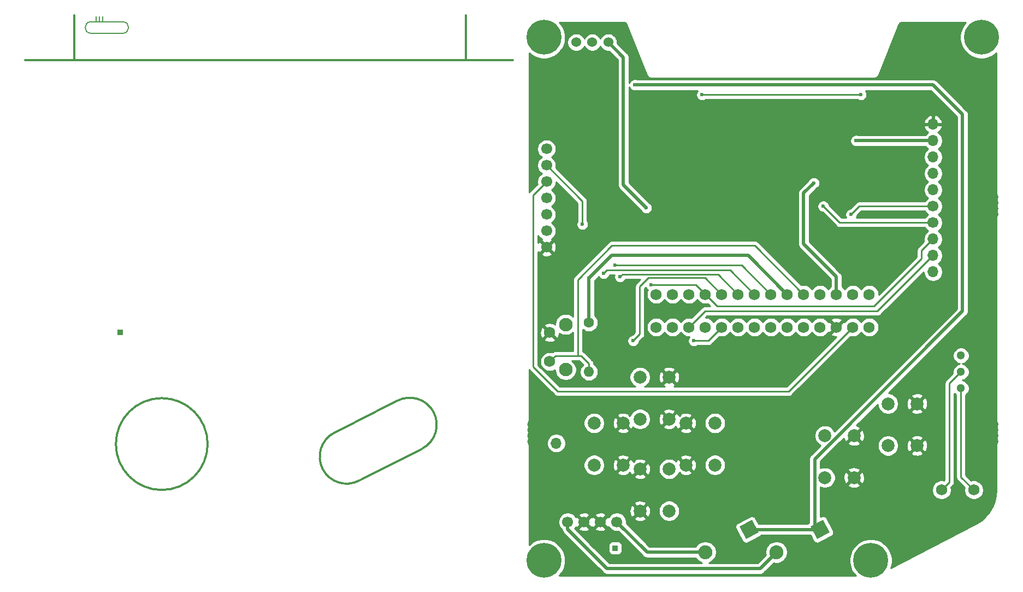
<source format=gbr>
G04 #@! TF.GenerationSoftware,KiCad,Pcbnew,(5.1.9-0-10_14)*
G04 #@! TF.CreationDate,2021-11-21T11:40:05-08:00*
G04 #@! TF.ProjectId,system,73797374-656d-42e6-9b69-6361645f7063,1.0-dev7*
G04 #@! TF.SameCoordinates,Original*
G04 #@! TF.FileFunction,Copper,L1,Top*
G04 #@! TF.FilePolarity,Positive*
%FSLAX46Y46*%
G04 Gerber Fmt 4.6, Leading zero omitted, Abs format (unit mm)*
G04 Created by KiCad (PCBNEW (5.1.9-0-10_14)) date 2021-11-21 11:40:05*
%MOMM*%
%LPD*%
G01*
G04 APERTURE LIST*
G04 #@! TA.AperFunction,NonConductor*
%ADD10C,0.300000*%
G04 #@! TD*
G04 #@! TA.AperFunction,NonConductor*
%ADD11C,0.150000*%
G04 #@! TD*
G04 #@! TA.AperFunction,SMDPad,CuDef*
%ADD12C,0.100000*%
G04 #@! TD*
G04 #@! TA.AperFunction,ComponentPad*
%ADD13O,1.700000X1.700000*%
G04 #@! TD*
G04 #@! TA.AperFunction,ComponentPad*
%ADD14C,1.700000*%
G04 #@! TD*
G04 #@! TA.AperFunction,ComponentPad*
%ADD15C,0.100000*%
G04 #@! TD*
G04 #@! TA.AperFunction,ComponentPad*
%ADD16C,1.750000*%
G04 #@! TD*
G04 #@! TA.AperFunction,ComponentPad*
%ADD17C,2.000000*%
G04 #@! TD*
G04 #@! TA.AperFunction,ComponentPad*
%ADD18C,1.300000*%
G04 #@! TD*
G04 #@! TA.AperFunction,ComponentPad*
%ADD19C,5.399999*%
G04 #@! TD*
G04 #@! TA.AperFunction,ComponentPad*
%ADD20C,5.400000*%
G04 #@! TD*
G04 #@! TA.AperFunction,ComponentPad*
%ADD21C,1.600000*%
G04 #@! TD*
G04 #@! TA.AperFunction,ComponentPad*
%ADD22O,1.600000X1.600000*%
G04 #@! TD*
G04 #@! TA.AperFunction,ComponentPad*
%ADD23C,1.524000*%
G04 #@! TD*
G04 #@! TA.AperFunction,ComponentPad*
%ADD24C,2.100000*%
G04 #@! TD*
G04 #@! TA.AperFunction,ViaPad*
%ADD25C,0.600000*%
G04 #@! TD*
G04 #@! TA.AperFunction,Conductor*
%ADD26C,0.254000*%
G04 #@! TD*
G04 #@! TA.AperFunction,Conductor*
%ADD27C,0.508000*%
G04 #@! TD*
G04 #@! TA.AperFunction,Conductor*
%ADD28C,0.100000*%
G04 #@! TD*
G04 APERTURE END LIST*
D10*
X83060622Y-126392738D02*
G75*
G02*
X86920378Y-133807262I1929878J-3707262D01*
G01*
X32964500Y-66675000D02*
X32964500Y-73660000D01*
D11*
X40513000Y-69469000D02*
X35560000Y-69469000D01*
X37395000Y-66865500D02*
X37395000Y-67691000D01*
X36395000Y-66865500D02*
X36395000Y-67691000D01*
X36895000Y-66865500D02*
X36895000Y-67691000D01*
X35560000Y-67691000D02*
X40513000Y-67691000D01*
X40513000Y-67691000D02*
G75*
G02*
X40513000Y-69469000I0J-889000D01*
G01*
X35560000Y-69469000D02*
G75*
G02*
X35560000Y-67691000I0J889000D01*
G01*
D10*
X93654500Y-66675000D02*
X93654500Y-73660000D01*
X25400000Y-73660000D02*
X100965000Y-73660000D01*
X86920378Y-133807262D02*
X77141378Y-138760262D01*
X83060622Y-126392738D02*
X73281622Y-131345738D01*
X77141378Y-138760262D02*
G75*
G02*
X73281622Y-131345738I-1929878J3707262D01*
G01*
X53657500Y-133096000D02*
G75*
G03*
X53657500Y-133096000I-7112000J0D01*
G01*
G04 #@! TA.AperFunction,SMDPad,CuDef*
D12*
G36*
X117260075Y-148775595D02*
G01*
X117261013Y-148775880D01*
X117261878Y-148776342D01*
X117262636Y-148776963D01*
X117263257Y-148777721D01*
X117263719Y-148778586D01*
X117264004Y-148779524D01*
X117264100Y-148780499D01*
X117264100Y-149631399D01*
X117264004Y-149632374D01*
X117263719Y-149633312D01*
X117263257Y-149634177D01*
X117262636Y-149634935D01*
X117261878Y-149635556D01*
X117261013Y-149636018D01*
X117260075Y-149636303D01*
X117259100Y-149636399D01*
X116420901Y-149636399D01*
X116419926Y-149636303D01*
X116418988Y-149636018D01*
X116418123Y-149635556D01*
X116417365Y-149634935D01*
X116416744Y-149634177D01*
X116416282Y-149633312D01*
X116415997Y-149632374D01*
X116415901Y-149631399D01*
X116415901Y-148780499D01*
X116415997Y-148779524D01*
X116416282Y-148778586D01*
X116416744Y-148777721D01*
X116417365Y-148776963D01*
X116418123Y-148776342D01*
X116418988Y-148775880D01*
X116419926Y-148775595D01*
X116420901Y-148775499D01*
X117259100Y-148775499D01*
X117260075Y-148775595D01*
G37*
G04 #@! TD.AperFunction*
D13*
X107696000Y-132969000D03*
G04 #@! TA.AperFunction,SMDPad,CuDef*
D12*
G36*
X40552075Y-115374595D02*
G01*
X40553013Y-115374880D01*
X40553878Y-115375342D01*
X40554636Y-115375963D01*
X40555257Y-115376721D01*
X40555719Y-115377586D01*
X40556004Y-115378524D01*
X40556100Y-115379499D01*
X40556100Y-116230399D01*
X40556004Y-116231374D01*
X40555719Y-116232312D01*
X40555257Y-116233177D01*
X40554636Y-116233935D01*
X40553878Y-116234556D01*
X40553013Y-116235018D01*
X40552075Y-116235303D01*
X40551100Y-116235399D01*
X39712901Y-116235399D01*
X39711926Y-116235303D01*
X39710988Y-116235018D01*
X39710123Y-116234556D01*
X39709365Y-116233935D01*
X39708744Y-116233177D01*
X39708282Y-116232312D01*
X39707997Y-116231374D01*
X39707901Y-116230399D01*
X39707901Y-115379499D01*
X39707997Y-115378524D01*
X39708282Y-115377586D01*
X39708744Y-115376721D01*
X39709365Y-115375963D01*
X39710123Y-115375342D01*
X39710988Y-115374880D01*
X39711926Y-115374595D01*
X39712901Y-115374499D01*
X40551100Y-115374499D01*
X40552075Y-115374595D01*
G37*
G04 #@! TD.AperFunction*
D13*
X166116000Y-86106000D03*
X166116000Y-101346000D03*
X166116000Y-103886000D03*
X166116000Y-106426000D03*
X166116000Y-83566000D03*
D14*
X166116000Y-98806000D03*
D13*
X166116000Y-88646000D03*
X166116000Y-91186000D03*
X166116000Y-93726000D03*
D14*
X166116000Y-96266000D03*
G04 #@! TA.AperFunction,ComponentPad*
G36*
G01*
X142806689Y-149352077D02*
X142806689Y-149352077D01*
G75*
G02*
X142338900Y-150835712I-975712J-507923D01*
G01*
X142338900Y-150835712D01*
G75*
G02*
X140855265Y-150367923I-507923J975712D01*
G01*
X140855265Y-150367923D01*
G75*
G02*
X141323054Y-148884288I975712J507923D01*
G01*
X141323054Y-148884288D01*
G75*
G02*
X142806689Y-149352077I507923J-975712D01*
G01*
G37*
G04 #@! TD.AperFunction*
G04 #@! TA.AperFunction,ComponentPad*
D15*
G36*
X149057788Y-144857841D02*
G01*
X150073635Y-146809264D01*
X148122212Y-147825111D01*
X147106365Y-145873688D01*
X149057788Y-144857841D01*
G37*
G04 #@! TD.AperFunction*
G04 #@! TA.AperFunction,ComponentPad*
G36*
G01*
X131785712Y-149352077D02*
X131785712Y-149352077D01*
G75*
G02*
X131317923Y-150835712I-975712J-507923D01*
G01*
X131317923Y-150835712D01*
G75*
G02*
X129834288Y-150367923I-507923J975712D01*
G01*
X129834288Y-150367923D01*
G75*
G02*
X130302077Y-148884288I975712J507923D01*
G01*
X130302077Y-148884288D01*
G75*
G02*
X131785712Y-149352077I507923J-975712D01*
G01*
G37*
G04 #@! TD.AperFunction*
G04 #@! TA.AperFunction,ComponentPad*
G36*
X138036811Y-144857841D02*
G01*
X139052658Y-146809264D01*
X137101235Y-147825111D01*
X136085388Y-145873688D01*
X138036811Y-144857841D01*
G37*
G04 #@! TD.AperFunction*
D16*
X156210000Y-109920000D03*
X153670000Y-109920000D03*
X151130000Y-109920000D03*
X148590000Y-109920000D03*
X146050000Y-109920000D03*
X143510000Y-109920000D03*
X140970000Y-109920000D03*
X138430000Y-109920000D03*
X135890000Y-109920000D03*
X133350000Y-109920000D03*
X130810000Y-109920000D03*
X128270000Y-109920000D03*
X125730000Y-109920000D03*
X123190000Y-109920000D03*
X123190000Y-115000000D03*
X125730000Y-115000000D03*
X128270000Y-115000000D03*
X130810000Y-115000000D03*
X133350000Y-115000000D03*
X135890000Y-115000000D03*
X156210000Y-115000000D03*
X153670000Y-115000000D03*
X151130000Y-115000000D03*
X148590000Y-115000000D03*
X146050000Y-115000000D03*
X143510000Y-115000000D03*
X138430000Y-115000000D03*
X140970000Y-115000000D03*
D14*
X106200000Y-102616000D03*
X106200000Y-100076000D03*
X106200000Y-97536000D03*
X106200000Y-94996000D03*
X106200000Y-92456000D03*
X106200000Y-89916000D03*
X106200000Y-87376000D03*
D17*
X153852000Y-138303000D03*
X149352000Y-138303000D03*
X153852000Y-131803000D03*
X149352000Y-131803000D03*
X163631000Y-133350000D03*
X159131000Y-133350000D03*
X163631000Y-126850000D03*
X159131000Y-126850000D03*
X125186000Y-129234000D03*
X120686000Y-129234000D03*
X125186000Y-122734000D03*
X120686000Y-122734000D03*
X120686000Y-136958000D03*
X125186000Y-136958000D03*
X120686000Y-143458000D03*
X125186000Y-143458000D03*
X118074000Y-136346000D03*
X113574000Y-136346000D03*
X118074000Y-129846000D03*
X113574000Y-129846000D03*
X127798000Y-129846000D03*
X132298000Y-129846000D03*
X127798000Y-136346000D03*
X132298000Y-136346000D03*
D18*
X170434000Y-121920000D03*
X170434000Y-124460000D03*
X170434000Y-119380000D03*
D19*
X105791000Y-151130000D03*
X105791000Y-70104000D03*
X156464000Y-151130000D03*
D20*
X173609000Y-70104000D03*
D16*
X172426000Y-140208000D03*
X167426000Y-140208000D03*
D21*
X112776000Y-114300000D03*
D22*
X112776000Y-121920000D03*
D23*
X110794800Y-70866000D03*
X113284000Y-70866000D03*
X115773200Y-70866000D03*
D24*
X109170000Y-121584000D03*
D16*
X106680000Y-120324000D03*
X106680000Y-115824000D03*
D24*
X109170000Y-114574000D03*
D14*
X114554000Y-145161000D03*
X112014000Y-145161000D03*
X117094000Y-145161000D03*
X109474000Y-145161000D03*
D25*
X109220000Y-96266000D03*
X164084000Y-121920000D03*
X156464000Y-103251000D03*
X142494000Y-101092000D03*
X118364000Y-115316000D03*
X118872000Y-111506000D03*
X121666000Y-113538000D03*
X165100000Y-110490000D03*
X124460000Y-116840000D03*
X162560000Y-97536000D03*
X137033000Y-121793000D03*
X119887994Y-77470000D03*
X116839984Y-105410000D03*
X115062000Y-106680000D03*
X117602000Y-107188000D03*
X119633994Y-117094000D03*
X129032000Y-117094000D03*
X111760000Y-99060000D03*
X121666000Y-103886000D03*
X121666000Y-96520008D03*
X112776000Y-107442000D03*
X154940000Y-78994000D03*
X130301998Y-78994000D03*
X149098000Y-96265998D03*
X153416000Y-97536000D03*
X122428000Y-108458001D03*
X147637500Y-92646500D03*
X154178000Y-86106000D03*
D26*
X168656000Y-138978000D02*
X167426000Y-140208000D01*
X168656000Y-123698000D02*
X168656000Y-138978000D01*
X170434000Y-121920000D02*
X168656000Y-123698000D01*
D27*
X109474000Y-146304000D02*
X109474000Y-145161000D01*
X115570000Y-152400000D02*
X109474000Y-146304000D01*
X139290977Y-152400000D02*
X115570000Y-152400000D01*
X141830977Y-149860000D02*
X139290977Y-152400000D01*
D26*
X112776000Y-121920000D02*
X112776000Y-120650000D01*
X112776000Y-120650000D02*
X111575001Y-119449001D01*
X111575001Y-119449001D02*
X111067001Y-119449001D01*
X111067001Y-107626999D02*
X111067001Y-119449001D01*
X116332000Y-102362000D02*
X111067001Y-107626999D01*
X138492000Y-102362000D02*
X116332000Y-102362000D01*
X146050000Y-109920000D02*
X138492000Y-102362000D01*
X107554999Y-119449001D02*
X106680000Y-120324000D01*
X111067001Y-119449001D02*
X107554999Y-119449001D01*
D27*
X148590000Y-146341476D02*
X137569023Y-146341476D01*
X166116000Y-77470000D02*
X119887994Y-77470000D01*
X148590000Y-146341476D02*
X147774437Y-145525913D01*
X147774437Y-145525913D02*
X147774437Y-135435563D01*
X170688000Y-112522000D02*
X170688000Y-82042000D01*
X147774437Y-135435563D02*
X170688000Y-112522000D01*
X170688000Y-82042000D02*
X166116000Y-77470000D01*
D26*
X136460000Y-105410000D02*
X116839984Y-105410000D01*
X140970000Y-109920000D02*
X136460000Y-105410000D01*
X134682000Y-106172000D02*
X115570000Y-106172000D01*
X115570000Y-106172000D02*
X115062000Y-106680000D01*
X138430000Y-109920000D02*
X134682000Y-106172000D01*
X117983000Y-106807000D02*
X132777000Y-106807000D01*
X132777000Y-106807000D02*
X135890000Y-109920000D01*
X117602000Y-107188000D02*
X117983000Y-106807000D01*
X120650000Y-116077994D02*
X119633994Y-117094000D01*
X120650000Y-108712000D02*
X120650000Y-116077994D01*
X121991401Y-107370599D02*
X120650000Y-108712000D01*
X130800599Y-107370599D02*
X121991401Y-107370599D01*
X133350000Y-109920000D02*
X130800599Y-107370599D01*
X133350000Y-115000000D02*
X131256000Y-117094000D01*
X131256000Y-117094000D02*
X129032000Y-117094000D01*
X106200000Y-89916000D02*
X111760000Y-95476000D01*
X111760000Y-95476000D02*
X111760000Y-99060000D01*
X170434000Y-138216000D02*
X172426000Y-140208000D01*
X170434000Y-124460000D02*
X170434000Y-138216000D01*
D27*
X143510000Y-109920000D02*
X137476000Y-103886000D01*
X137476000Y-103886000D02*
X121666000Y-103886000D01*
X116332000Y-103886000D02*
X121666000Y-103886000D01*
X112776000Y-107442000D02*
X116332000Y-103886000D01*
X112776000Y-114300000D02*
X112776000Y-107442000D01*
X118110000Y-92964008D02*
X121666000Y-96520008D01*
X118110000Y-73202800D02*
X118110000Y-92964008D01*
X115773200Y-70866000D02*
X118110000Y-73202800D01*
X121793000Y-149860000D02*
X117094000Y-145161000D01*
X130810000Y-149860000D02*
X121793000Y-149860000D01*
D26*
X154940000Y-78994000D02*
X154515736Y-78994000D01*
X154515736Y-78994000D02*
X130301998Y-78994000D01*
X157480000Y-112522000D02*
X166116000Y-103886000D01*
X130748000Y-112522000D02*
X157480000Y-112522000D01*
X128270000Y-115000000D02*
X130748000Y-112522000D01*
X151638002Y-98806000D02*
X149098000Y-96265998D01*
X166116000Y-98806000D02*
X151638002Y-98806000D01*
X154686000Y-96266000D02*
X153416000Y-97536000D01*
X166116000Y-96266000D02*
X154686000Y-96266000D01*
X132650000Y-111760000D02*
X130810000Y-109920000D01*
X129348001Y-108458001D02*
X122428000Y-108458001D01*
X132650000Y-111760000D02*
X129348001Y-108458001D01*
X164338000Y-103124000D02*
X166116000Y-101346000D01*
X164338000Y-104394000D02*
X164338000Y-103124000D01*
X156972000Y-111760000D02*
X164338000Y-104394000D01*
X132650000Y-111760000D02*
X156972000Y-111760000D01*
D27*
X146050000Y-94234000D02*
X147637500Y-92646500D01*
X146050000Y-102108000D02*
X146050000Y-94234000D01*
X151130000Y-107188000D02*
X146050000Y-102108000D01*
X151130000Y-109920000D02*
X151130000Y-107188000D01*
X166116000Y-86106000D02*
X154178000Y-86106000D01*
D26*
X143702000Y-124968000D02*
X153670000Y-115000000D01*
X107950000Y-124968000D02*
X143702000Y-124968000D01*
X104140000Y-121158000D02*
X107950000Y-124968000D01*
X104140000Y-94516000D02*
X104140000Y-121158000D01*
X106200000Y-92456000D02*
X104140000Y-94516000D01*
X118213231Y-67804646D02*
X118312528Y-67834626D01*
X118404114Y-67883323D01*
X118484497Y-67948882D01*
X118550613Y-68028803D01*
X118612228Y-68142756D01*
X121733885Y-75935803D01*
X121745664Y-75974633D01*
X121777718Y-76034602D01*
X121809153Y-76095106D01*
X121811871Y-76098499D01*
X121813914Y-76102320D01*
X121857045Y-76154875D01*
X121899686Y-76208091D01*
X121903013Y-76210887D01*
X121905763Y-76214238D01*
X121958327Y-76257376D01*
X122010522Y-76301244D01*
X122014331Y-76303337D01*
X122017681Y-76306087D01*
X122077680Y-76338157D01*
X122137402Y-76370983D01*
X122141542Y-76372292D01*
X122145368Y-76374337D01*
X122210512Y-76394098D01*
X122275448Y-76414629D01*
X122279762Y-76415105D01*
X122283916Y-76416365D01*
X122351703Y-76423041D01*
X122419358Y-76430505D01*
X122459790Y-76427000D01*
X156940198Y-76426998D01*
X156980641Y-76430504D01*
X157048364Y-76423033D01*
X157116085Y-76416363D01*
X157120235Y-76415104D01*
X157124551Y-76414628D01*
X157189493Y-76394095D01*
X157254633Y-76374335D01*
X157258460Y-76372289D01*
X157262598Y-76370981D01*
X157322268Y-76338183D01*
X157382320Y-76306085D01*
X157385674Y-76303332D01*
X157389477Y-76301242D01*
X157441613Y-76257424D01*
X157494238Y-76214236D01*
X157496990Y-76210883D01*
X157500313Y-76208090D01*
X157542889Y-76154954D01*
X157586087Y-76102318D01*
X157588134Y-76098489D01*
X157590846Y-76095104D01*
X157622223Y-76034712D01*
X157654337Y-75974631D01*
X157666121Y-75935784D01*
X160769885Y-68187410D01*
X160835394Y-68050682D01*
X160897530Y-67967623D01*
X160974611Y-67898219D01*
X161063711Y-67845105D01*
X161161424Y-67810311D01*
X161290853Y-67791199D01*
X161298994Y-67791000D01*
X171205597Y-67791000D01*
X171018536Y-67978061D01*
X170653561Y-68524285D01*
X170402162Y-69131216D01*
X170274000Y-69775531D01*
X170274000Y-70432469D01*
X170402162Y-71076784D01*
X170653561Y-71683715D01*
X171018536Y-72229939D01*
X171483061Y-72694464D01*
X172029285Y-73059439D01*
X172636216Y-73310838D01*
X173280531Y-73439000D01*
X173937469Y-73439000D01*
X174581784Y-73310838D01*
X175188715Y-73059439D01*
X175734939Y-72694464D01*
X175890000Y-72539403D01*
X175890001Y-94070885D01*
X175886444Y-94107000D01*
X175900635Y-94251085D01*
X175942663Y-94389633D01*
X175999389Y-94495760D01*
X176024164Y-94620312D01*
X176091179Y-94782099D01*
X176106815Y-94805500D01*
X176091179Y-94828901D01*
X176024164Y-94990688D01*
X175990000Y-95162441D01*
X175990000Y-95337559D01*
X176024164Y-95509312D01*
X176091179Y-95671099D01*
X176106815Y-95694500D01*
X176091179Y-95717901D01*
X176024164Y-95879688D01*
X175990000Y-96051441D01*
X175990000Y-96226559D01*
X176024164Y-96398312D01*
X176091179Y-96560099D01*
X176106815Y-96583500D01*
X176091179Y-96606901D01*
X176024164Y-96768688D01*
X175990000Y-96940441D01*
X175990000Y-97115559D01*
X176024164Y-97287312D01*
X176091179Y-97449099D01*
X176106815Y-97472500D01*
X176091179Y-97495901D01*
X176024164Y-97657688D01*
X175999389Y-97782240D01*
X175942663Y-97888367D01*
X175900635Y-98026915D01*
X175886444Y-98171000D01*
X175890000Y-98207105D01*
X175890001Y-129249885D01*
X175886444Y-129286000D01*
X175900635Y-129430085D01*
X175942663Y-129568633D01*
X175999389Y-129674760D01*
X176024164Y-129799312D01*
X176091179Y-129961099D01*
X176106815Y-129984500D01*
X176091179Y-130007901D01*
X176024164Y-130169688D01*
X175990000Y-130341441D01*
X175990000Y-130516559D01*
X176024164Y-130688312D01*
X176091179Y-130850099D01*
X176106815Y-130873500D01*
X176091179Y-130896901D01*
X176024164Y-131058688D01*
X175990000Y-131230441D01*
X175990000Y-131405559D01*
X176024164Y-131577312D01*
X176091179Y-131739099D01*
X176106815Y-131762500D01*
X176091179Y-131785901D01*
X176024164Y-131947688D01*
X175990000Y-132119441D01*
X175990000Y-132294559D01*
X176024164Y-132466312D01*
X176091179Y-132628099D01*
X176106815Y-132651500D01*
X176091179Y-132674901D01*
X176024164Y-132836688D01*
X175999389Y-132961240D01*
X175942663Y-133067367D01*
X175900635Y-133205915D01*
X175886444Y-133350000D01*
X175890000Y-133386105D01*
X175890001Y-140180069D01*
X175819278Y-141109801D01*
X175615064Y-141990843D01*
X175279930Y-142830861D01*
X174821590Y-143610524D01*
X174250591Y-144311886D01*
X173576942Y-144921643D01*
X172940009Y-145352970D01*
X159587013Y-152305152D01*
X159670837Y-152102783D01*
X159798999Y-151458469D01*
X159798999Y-150801531D01*
X159670837Y-150157217D01*
X159419438Y-149550285D01*
X159054463Y-149004062D01*
X158589938Y-148539537D01*
X158043715Y-148174562D01*
X157436783Y-147923163D01*
X156792469Y-147795001D01*
X156135531Y-147795001D01*
X155491217Y-147923163D01*
X154884285Y-148174562D01*
X154338062Y-148539537D01*
X153873537Y-149004062D01*
X153508562Y-149550285D01*
X153257163Y-150157217D01*
X153129001Y-150801531D01*
X153129001Y-151458469D01*
X153257163Y-152102783D01*
X153508562Y-152709715D01*
X153873537Y-153255938D01*
X154108499Y-153490900D01*
X108146501Y-153490900D01*
X108381463Y-153255938D01*
X108746438Y-152709715D01*
X108997837Y-152102783D01*
X109125999Y-151458469D01*
X109125999Y-150801531D01*
X108997837Y-150157217D01*
X108746438Y-149550285D01*
X108381463Y-149004062D01*
X107916938Y-148539537D01*
X107370715Y-148174562D01*
X106763783Y-147923163D01*
X106119469Y-147795001D01*
X105462531Y-147795001D01*
X104818217Y-147923163D01*
X104211285Y-148174562D01*
X103665062Y-148539537D01*
X103510000Y-148694599D01*
X103510000Y-145014740D01*
X107989000Y-145014740D01*
X107989000Y-145307260D01*
X108046068Y-145594158D01*
X108158010Y-145864411D01*
X108320525Y-146107632D01*
X108527368Y-146314475D01*
X108585561Y-146353358D01*
X108597864Y-146478273D01*
X108648697Y-146645850D01*
X108731247Y-146800290D01*
X108842341Y-146935659D01*
X108876264Y-146963499D01*
X114910506Y-152997742D01*
X114938341Y-153031659D01*
X115073709Y-153142753D01*
X115228149Y-153225303D01*
X115322758Y-153254002D01*
X115395725Y-153276136D01*
X115412325Y-153277771D01*
X115526333Y-153289000D01*
X115526340Y-153289000D01*
X115570000Y-153293300D01*
X115613660Y-153289000D01*
X139247317Y-153289000D01*
X139290977Y-153293300D01*
X139334637Y-153289000D01*
X139334644Y-153289000D01*
X139465251Y-153276136D01*
X139632828Y-153225303D01*
X139787268Y-153142753D01*
X139922636Y-153031659D01*
X139950476Y-152997736D01*
X141404127Y-151544085D01*
X141660094Y-151595000D01*
X142001860Y-151595000D01*
X142337058Y-151528325D01*
X142652808Y-151397537D01*
X142936975Y-151207663D01*
X143178640Y-150965998D01*
X143368514Y-150681831D01*
X143499302Y-150366081D01*
X143565977Y-150030883D01*
X143565977Y-149689117D01*
X143499302Y-149353919D01*
X143368514Y-149038169D01*
X143178640Y-148754002D01*
X142936975Y-148512337D01*
X142652808Y-148322463D01*
X142337058Y-148191675D01*
X142001860Y-148125000D01*
X141660094Y-148125000D01*
X141324896Y-148191675D01*
X141009146Y-148322463D01*
X140724979Y-148512337D01*
X140483314Y-148754002D01*
X140293440Y-149038169D01*
X140162652Y-149353919D01*
X140095977Y-149689117D01*
X140095977Y-150030883D01*
X140146892Y-150286850D01*
X138922742Y-151511000D01*
X131357907Y-151511000D01*
X131631831Y-151397537D01*
X131915998Y-151207663D01*
X132157663Y-150965998D01*
X132347537Y-150681831D01*
X132478325Y-150366081D01*
X132545000Y-150030883D01*
X132545000Y-149689117D01*
X132478325Y-149353919D01*
X132347537Y-149038169D01*
X132157663Y-148754002D01*
X131915998Y-148512337D01*
X131631831Y-148322463D01*
X131316081Y-148191675D01*
X130980883Y-148125000D01*
X130639117Y-148125000D01*
X130303919Y-148191675D01*
X129988169Y-148322463D01*
X129704002Y-148512337D01*
X129462337Y-148754002D01*
X129317344Y-148971000D01*
X122161236Y-148971000D01*
X118565477Y-145375242D01*
X118579000Y-145307260D01*
X118579000Y-145014740D01*
X118521932Y-144727842D01*
X118466250Y-144593413D01*
X119730192Y-144593413D01*
X119825956Y-144857814D01*
X120115571Y-144998704D01*
X120427108Y-145080384D01*
X120748595Y-145099718D01*
X121067675Y-145055961D01*
X121372088Y-144950795D01*
X121546044Y-144857814D01*
X121641808Y-144593413D01*
X120686000Y-143637605D01*
X119730192Y-144593413D01*
X118466250Y-144593413D01*
X118409990Y-144457589D01*
X118247475Y-144214368D01*
X118040632Y-144007525D01*
X117797411Y-143845010D01*
X117527158Y-143733068D01*
X117240260Y-143676000D01*
X116947740Y-143676000D01*
X116660842Y-143733068D01*
X116390589Y-143845010D01*
X116147368Y-144007525D01*
X115940525Y-144214368D01*
X115824689Y-144387729D01*
X115582397Y-144312208D01*
X114733605Y-145161000D01*
X115582397Y-146009792D01*
X115824689Y-145934271D01*
X115940525Y-146107632D01*
X116147368Y-146314475D01*
X116390589Y-146476990D01*
X116660842Y-146588932D01*
X116947740Y-146646000D01*
X117240260Y-146646000D01*
X117308242Y-146632477D01*
X121133506Y-150457742D01*
X121161341Y-150491659D01*
X121296709Y-150602753D01*
X121451149Y-150685303D01*
X121567892Y-150720716D01*
X121618725Y-150736136D01*
X121793000Y-150753301D01*
X121836668Y-150749000D01*
X129317344Y-150749000D01*
X129462337Y-150965998D01*
X129704002Y-151207663D01*
X129988169Y-151397537D01*
X130262093Y-151511000D01*
X115938236Y-151511000D01*
X113207735Y-148780499D01*
X115777829Y-148780499D01*
X115777829Y-149631399D01*
X115780900Y-149693922D01*
X115780996Y-149694897D01*
X115805484Y-149817871D01*
X115805769Y-149818809D01*
X115853458Y-149933919D01*
X115853920Y-149934784D01*
X115923165Y-150038547D01*
X115923786Y-150039305D01*
X116012995Y-150128514D01*
X116013753Y-150129135D01*
X116117516Y-150198380D01*
X116118381Y-150198842D01*
X116233491Y-150246531D01*
X116234429Y-150246816D01*
X116357403Y-150271304D01*
X116358378Y-150271400D01*
X116420901Y-150274471D01*
X117259100Y-150274471D01*
X117321623Y-150271400D01*
X117322598Y-150271304D01*
X117445572Y-150246816D01*
X117446510Y-150246531D01*
X117561620Y-150198842D01*
X117562485Y-150198380D01*
X117666248Y-150129135D01*
X117667006Y-150128514D01*
X117756215Y-150039305D01*
X117756836Y-150038547D01*
X117826081Y-149934784D01*
X117826543Y-149933919D01*
X117874232Y-149818809D01*
X117874517Y-149817871D01*
X117899005Y-149694897D01*
X117899101Y-149693922D01*
X117902172Y-149631399D01*
X117902172Y-148780499D01*
X117899101Y-148717976D01*
X117899005Y-148717001D01*
X117874517Y-148594027D01*
X117874232Y-148593089D01*
X117826543Y-148477979D01*
X117826081Y-148477114D01*
X117756836Y-148373351D01*
X117756215Y-148372593D01*
X117667006Y-148283384D01*
X117666248Y-148282763D01*
X117562485Y-148213518D01*
X117561620Y-148213056D01*
X117446510Y-148165367D01*
X117445572Y-148165082D01*
X117322598Y-148140594D01*
X117321623Y-148140498D01*
X117259100Y-148137427D01*
X116420901Y-148137427D01*
X116358378Y-148140498D01*
X116357403Y-148140594D01*
X116234429Y-148165082D01*
X116233491Y-148165367D01*
X116118381Y-148213056D01*
X116117516Y-148213518D01*
X116013753Y-148282763D01*
X116012995Y-148283384D01*
X115923786Y-148372593D01*
X115923165Y-148373351D01*
X115853920Y-148477114D01*
X115853458Y-148477979D01*
X115805769Y-148593089D01*
X115805484Y-148594027D01*
X115780996Y-148717001D01*
X115780900Y-148717976D01*
X115777829Y-148780499D01*
X113207735Y-148780499D01*
X110616633Y-146189397D01*
X111165208Y-146189397D01*
X111242843Y-146438472D01*
X111506883Y-146564371D01*
X111790411Y-146636339D01*
X112082531Y-146651611D01*
X112372019Y-146609599D01*
X112647747Y-146511919D01*
X112785157Y-146438472D01*
X112862792Y-146189397D01*
X113705208Y-146189397D01*
X113782843Y-146438472D01*
X114046883Y-146564371D01*
X114330411Y-146636339D01*
X114622531Y-146651611D01*
X114912019Y-146609599D01*
X115187747Y-146511919D01*
X115325157Y-146438472D01*
X115402792Y-146189397D01*
X114554000Y-145340605D01*
X113705208Y-146189397D01*
X112862792Y-146189397D01*
X112014000Y-145340605D01*
X111165208Y-146189397D01*
X110616633Y-146189397D01*
X110581171Y-146153936D01*
X110627475Y-146107632D01*
X110743311Y-145934271D01*
X110985603Y-146009792D01*
X111834395Y-145161000D01*
X112193605Y-145161000D01*
X113042397Y-146009792D01*
X113284000Y-145934486D01*
X113525603Y-146009792D01*
X114374395Y-145161000D01*
X113525603Y-144312208D01*
X113284000Y-144387514D01*
X113042397Y-144312208D01*
X112193605Y-145161000D01*
X111834395Y-145161000D01*
X110985603Y-144312208D01*
X110743311Y-144387729D01*
X110627475Y-144214368D01*
X110545710Y-144132603D01*
X111165208Y-144132603D01*
X112014000Y-144981395D01*
X112862792Y-144132603D01*
X113705208Y-144132603D01*
X114554000Y-144981395D01*
X115402792Y-144132603D01*
X115325157Y-143883528D01*
X115061117Y-143757629D01*
X114777589Y-143685661D01*
X114485469Y-143670389D01*
X114195981Y-143712401D01*
X113920253Y-143810081D01*
X113782843Y-143883528D01*
X113705208Y-144132603D01*
X112862792Y-144132603D01*
X112785157Y-143883528D01*
X112521117Y-143757629D01*
X112237589Y-143685661D01*
X111945469Y-143670389D01*
X111655981Y-143712401D01*
X111380253Y-143810081D01*
X111242843Y-143883528D01*
X111165208Y-144132603D01*
X110545710Y-144132603D01*
X110420632Y-144007525D01*
X110177411Y-143845010D01*
X109907158Y-143733068D01*
X109620260Y-143676000D01*
X109327740Y-143676000D01*
X109040842Y-143733068D01*
X108770589Y-143845010D01*
X108527368Y-144007525D01*
X108320525Y-144214368D01*
X108158010Y-144457589D01*
X108046068Y-144727842D01*
X107989000Y-145014740D01*
X103510000Y-145014740D01*
X103510000Y-143520595D01*
X119044282Y-143520595D01*
X119088039Y-143839675D01*
X119193205Y-144144088D01*
X119286186Y-144318044D01*
X119550587Y-144413808D01*
X120506395Y-143458000D01*
X120865605Y-143458000D01*
X121821413Y-144413808D01*
X122085814Y-144318044D01*
X122226704Y-144028429D01*
X122308384Y-143716892D01*
X122327718Y-143395405D01*
X122314219Y-143296967D01*
X123551000Y-143296967D01*
X123551000Y-143619033D01*
X123613832Y-143934912D01*
X123737082Y-144232463D01*
X123916013Y-144500252D01*
X124143748Y-144727987D01*
X124411537Y-144906918D01*
X124709088Y-145030168D01*
X125024967Y-145093000D01*
X125347033Y-145093000D01*
X125662912Y-145030168D01*
X125960463Y-144906918D01*
X126228252Y-144727987D01*
X126455987Y-144500252D01*
X126634918Y-144232463D01*
X126758168Y-143934912D01*
X126821000Y-143619033D01*
X126821000Y-143296967D01*
X126758168Y-142981088D01*
X126634918Y-142683537D01*
X126455987Y-142415748D01*
X126228252Y-142188013D01*
X125960463Y-142009082D01*
X125662912Y-141885832D01*
X125347033Y-141823000D01*
X125024967Y-141823000D01*
X124709088Y-141885832D01*
X124411537Y-142009082D01*
X124143748Y-142188013D01*
X123916013Y-142415748D01*
X123737082Y-142683537D01*
X123613832Y-142981088D01*
X123551000Y-143296967D01*
X122314219Y-143296967D01*
X122283961Y-143076325D01*
X122178795Y-142771912D01*
X122085814Y-142597956D01*
X121821413Y-142502192D01*
X120865605Y-143458000D01*
X120506395Y-143458000D01*
X119550587Y-142502192D01*
X119286186Y-142597956D01*
X119145296Y-142887571D01*
X119063616Y-143199108D01*
X119044282Y-143520595D01*
X103510000Y-143520595D01*
X103510000Y-142322587D01*
X119730192Y-142322587D01*
X120686000Y-143278395D01*
X121641808Y-142322587D01*
X121546044Y-142058186D01*
X121256429Y-141917296D01*
X120944892Y-141835616D01*
X120623405Y-141816282D01*
X120304325Y-141860039D01*
X119999912Y-141965205D01*
X119825956Y-142058186D01*
X119730192Y-142322587D01*
X103510000Y-142322587D01*
X103510000Y-138093413D01*
X119730192Y-138093413D01*
X119825956Y-138357814D01*
X120115571Y-138498704D01*
X120427108Y-138580384D01*
X120748595Y-138599718D01*
X121067675Y-138555961D01*
X121372088Y-138450795D01*
X121546044Y-138357814D01*
X121641808Y-138093413D01*
X120686000Y-137137605D01*
X119730192Y-138093413D01*
X103510000Y-138093413D01*
X103510000Y-136184967D01*
X111939000Y-136184967D01*
X111939000Y-136507033D01*
X112001832Y-136822912D01*
X112125082Y-137120463D01*
X112304013Y-137388252D01*
X112531748Y-137615987D01*
X112799537Y-137794918D01*
X113097088Y-137918168D01*
X113412967Y-137981000D01*
X113735033Y-137981000D01*
X114050912Y-137918168D01*
X114348463Y-137794918D01*
X114616252Y-137615987D01*
X114750826Y-137481413D01*
X117118192Y-137481413D01*
X117213956Y-137745814D01*
X117503571Y-137886704D01*
X117815108Y-137968384D01*
X118136595Y-137987718D01*
X118455675Y-137943961D01*
X118760088Y-137838795D01*
X118934044Y-137745814D01*
X119029807Y-137481415D01*
X119145475Y-137597083D01*
X119168880Y-137573678D01*
X119193205Y-137644088D01*
X119286186Y-137818044D01*
X119550587Y-137913808D01*
X120506395Y-136958000D01*
X120865605Y-136958000D01*
X121821413Y-137913808D01*
X122085814Y-137818044D01*
X122226704Y-137528429D01*
X122308384Y-137216892D01*
X122327718Y-136895405D01*
X122314219Y-136796967D01*
X123551000Y-136796967D01*
X123551000Y-137119033D01*
X123613832Y-137434912D01*
X123737082Y-137732463D01*
X123916013Y-138000252D01*
X124143748Y-138227987D01*
X124411537Y-138406918D01*
X124709088Y-138530168D01*
X125024967Y-138593000D01*
X125347033Y-138593000D01*
X125662912Y-138530168D01*
X125960463Y-138406918D01*
X126228252Y-138227987D01*
X126455987Y-138000252D01*
X126634918Y-137732463D01*
X126701401Y-137571959D01*
X126726525Y-137597083D01*
X126842193Y-137481415D01*
X126937956Y-137745814D01*
X127227571Y-137886704D01*
X127539108Y-137968384D01*
X127860595Y-137987718D01*
X128179675Y-137943961D01*
X128484088Y-137838795D01*
X128658044Y-137745814D01*
X128753808Y-137481413D01*
X127798000Y-136525605D01*
X127783858Y-136539748D01*
X127604253Y-136360143D01*
X127618395Y-136346000D01*
X127977605Y-136346000D01*
X128933413Y-137301808D01*
X129197814Y-137206044D01*
X129338704Y-136916429D01*
X129420384Y-136604892D01*
X129439718Y-136283405D01*
X129426219Y-136184967D01*
X130663000Y-136184967D01*
X130663000Y-136507033D01*
X130725832Y-136822912D01*
X130849082Y-137120463D01*
X131028013Y-137388252D01*
X131255748Y-137615987D01*
X131523537Y-137794918D01*
X131821088Y-137918168D01*
X132136967Y-137981000D01*
X132459033Y-137981000D01*
X132774912Y-137918168D01*
X133072463Y-137794918D01*
X133340252Y-137615987D01*
X133567987Y-137388252D01*
X133746918Y-137120463D01*
X133870168Y-136822912D01*
X133933000Y-136507033D01*
X133933000Y-136184967D01*
X133870168Y-135869088D01*
X133746918Y-135571537D01*
X133567987Y-135303748D01*
X133340252Y-135076013D01*
X133072463Y-134897082D01*
X132774912Y-134773832D01*
X132459033Y-134711000D01*
X132136967Y-134711000D01*
X131821088Y-134773832D01*
X131523537Y-134897082D01*
X131255748Y-135076013D01*
X131028013Y-135303748D01*
X130849082Y-135571537D01*
X130725832Y-135869088D01*
X130663000Y-136184967D01*
X129426219Y-136184967D01*
X129395961Y-135964325D01*
X129290795Y-135659912D01*
X129197814Y-135485956D01*
X128933413Y-135390192D01*
X127977605Y-136346000D01*
X127618395Y-136346000D01*
X126662587Y-135390192D01*
X126398186Y-135485956D01*
X126276446Y-135736207D01*
X126228252Y-135688013D01*
X125960463Y-135509082D01*
X125662912Y-135385832D01*
X125347033Y-135323000D01*
X125024967Y-135323000D01*
X124709088Y-135385832D01*
X124411537Y-135509082D01*
X124143748Y-135688013D01*
X123916013Y-135915748D01*
X123737082Y-136183537D01*
X123613832Y-136481088D01*
X123551000Y-136796967D01*
X122314219Y-136796967D01*
X122283961Y-136576325D01*
X122178795Y-136271912D01*
X122085814Y-136097956D01*
X121821413Y-136002192D01*
X120865605Y-136958000D01*
X120506395Y-136958000D01*
X120492253Y-136943858D01*
X120671858Y-136764253D01*
X120686000Y-136778395D01*
X121641808Y-135822587D01*
X121546044Y-135558186D01*
X121256429Y-135417296D01*
X120944892Y-135335616D01*
X120623405Y-135316282D01*
X120304325Y-135360039D01*
X119999912Y-135465205D01*
X119825956Y-135558186D01*
X119730193Y-135822585D01*
X119614525Y-135706917D01*
X119591120Y-135730322D01*
X119566795Y-135659912D01*
X119473814Y-135485956D01*
X119209413Y-135390192D01*
X118253605Y-136346000D01*
X118267748Y-136360143D01*
X118088143Y-136539748D01*
X118074000Y-136525605D01*
X117118192Y-137481413D01*
X114750826Y-137481413D01*
X114843987Y-137388252D01*
X115022918Y-137120463D01*
X115146168Y-136822912D01*
X115209000Y-136507033D01*
X115209000Y-136408595D01*
X116432282Y-136408595D01*
X116476039Y-136727675D01*
X116581205Y-137032088D01*
X116674186Y-137206044D01*
X116938587Y-137301808D01*
X117894395Y-136346000D01*
X116938587Y-135390192D01*
X116674186Y-135485956D01*
X116533296Y-135775571D01*
X116451616Y-136087108D01*
X116432282Y-136408595D01*
X115209000Y-136408595D01*
X115209000Y-136184967D01*
X115146168Y-135869088D01*
X115022918Y-135571537D01*
X114843987Y-135303748D01*
X114750826Y-135210587D01*
X117118192Y-135210587D01*
X118074000Y-136166395D01*
X119029808Y-135210587D01*
X126842192Y-135210587D01*
X127798000Y-136166395D01*
X128753808Y-135210587D01*
X128658044Y-134946186D01*
X128368429Y-134805296D01*
X128056892Y-134723616D01*
X127735405Y-134704282D01*
X127416325Y-134748039D01*
X127111912Y-134853205D01*
X126937956Y-134946186D01*
X126842192Y-135210587D01*
X119029808Y-135210587D01*
X118934044Y-134946186D01*
X118644429Y-134805296D01*
X118332892Y-134723616D01*
X118011405Y-134704282D01*
X117692325Y-134748039D01*
X117387912Y-134853205D01*
X117213956Y-134946186D01*
X117118192Y-135210587D01*
X114750826Y-135210587D01*
X114616252Y-135076013D01*
X114348463Y-134897082D01*
X114050912Y-134773832D01*
X113735033Y-134711000D01*
X113412967Y-134711000D01*
X113097088Y-134773832D01*
X112799537Y-134897082D01*
X112531748Y-135076013D01*
X112304013Y-135303748D01*
X112125082Y-135571537D01*
X112001832Y-135869088D01*
X111939000Y-136184967D01*
X103510000Y-136184967D01*
X103510000Y-133386105D01*
X103513556Y-133350000D01*
X103499365Y-133205915D01*
X103457337Y-133067367D01*
X103400611Y-132961240D01*
X103375836Y-132836688D01*
X103370059Y-132822740D01*
X106211000Y-132822740D01*
X106211000Y-133115260D01*
X106268068Y-133402158D01*
X106380010Y-133672411D01*
X106542525Y-133915632D01*
X106749368Y-134122475D01*
X106992589Y-134284990D01*
X107262842Y-134396932D01*
X107549740Y-134454000D01*
X107842260Y-134454000D01*
X108129158Y-134396932D01*
X108399411Y-134284990D01*
X108642632Y-134122475D01*
X108849475Y-133915632D01*
X109011990Y-133672411D01*
X109123932Y-133402158D01*
X109181000Y-133115260D01*
X109181000Y-132822740D01*
X109123932Y-132535842D01*
X109011990Y-132265589D01*
X108849475Y-132022368D01*
X108642632Y-131815525D01*
X108399411Y-131653010D01*
X108129158Y-131541068D01*
X107842260Y-131484000D01*
X107549740Y-131484000D01*
X107262842Y-131541068D01*
X106992589Y-131653010D01*
X106749368Y-131815525D01*
X106542525Y-132022368D01*
X106380010Y-132265589D01*
X106268068Y-132535842D01*
X106211000Y-132822740D01*
X103370059Y-132822740D01*
X103308821Y-132674901D01*
X103293185Y-132651500D01*
X103308821Y-132628099D01*
X103375836Y-132466312D01*
X103410000Y-132294559D01*
X103410000Y-132119441D01*
X103375836Y-131947688D01*
X103308821Y-131785901D01*
X103293185Y-131762500D01*
X103308821Y-131739099D01*
X103375836Y-131577312D01*
X103410000Y-131405559D01*
X103410000Y-131230441D01*
X103375836Y-131058688D01*
X103308821Y-130896901D01*
X103293185Y-130873500D01*
X103308821Y-130850099D01*
X103375836Y-130688312D01*
X103410000Y-130516559D01*
X103410000Y-130341441D01*
X103375836Y-130169688D01*
X103308821Y-130007901D01*
X103293185Y-129984500D01*
X103308821Y-129961099D01*
X103375836Y-129799312D01*
X103398580Y-129684967D01*
X111939000Y-129684967D01*
X111939000Y-130007033D01*
X112001832Y-130322912D01*
X112125082Y-130620463D01*
X112304013Y-130888252D01*
X112531748Y-131115987D01*
X112799537Y-131294918D01*
X113097088Y-131418168D01*
X113412967Y-131481000D01*
X113735033Y-131481000D01*
X114050912Y-131418168D01*
X114348463Y-131294918D01*
X114616252Y-131115987D01*
X114750826Y-130981413D01*
X117118192Y-130981413D01*
X117213956Y-131245814D01*
X117503571Y-131386704D01*
X117815108Y-131468384D01*
X118136595Y-131487718D01*
X118455675Y-131443961D01*
X118760088Y-131338795D01*
X118934044Y-131245814D01*
X119029808Y-130981413D01*
X126842192Y-130981413D01*
X126937956Y-131245814D01*
X127227571Y-131386704D01*
X127539108Y-131468384D01*
X127860595Y-131487718D01*
X128179675Y-131443961D01*
X128484088Y-131338795D01*
X128658044Y-131245814D01*
X128753808Y-130981413D01*
X127798000Y-130025605D01*
X126842192Y-130981413D01*
X119029808Y-130981413D01*
X118074000Y-130025605D01*
X117118192Y-130981413D01*
X114750826Y-130981413D01*
X114843987Y-130888252D01*
X115022918Y-130620463D01*
X115146168Y-130322912D01*
X115209000Y-130007033D01*
X115209000Y-129908595D01*
X116432282Y-129908595D01*
X116476039Y-130227675D01*
X116581205Y-130532088D01*
X116674186Y-130706044D01*
X116938587Y-130801808D01*
X117894395Y-129846000D01*
X116938587Y-128890192D01*
X116674186Y-128985956D01*
X116533296Y-129275571D01*
X116451616Y-129587108D01*
X116432282Y-129908595D01*
X115209000Y-129908595D01*
X115209000Y-129684967D01*
X115146168Y-129369088D01*
X115022918Y-129071537D01*
X114843987Y-128803748D01*
X114750826Y-128710587D01*
X117118192Y-128710587D01*
X118074000Y-129666395D01*
X118088143Y-129652253D01*
X118267748Y-129831858D01*
X118253605Y-129846000D01*
X119209413Y-130801808D01*
X119473814Y-130706044D01*
X119595554Y-130455793D01*
X119643748Y-130503987D01*
X119911537Y-130682918D01*
X120209088Y-130806168D01*
X120524967Y-130869000D01*
X120847033Y-130869000D01*
X121162912Y-130806168D01*
X121460463Y-130682918D01*
X121728252Y-130503987D01*
X121862826Y-130369413D01*
X124230192Y-130369413D01*
X124325956Y-130633814D01*
X124615571Y-130774704D01*
X124927108Y-130856384D01*
X125248595Y-130875718D01*
X125567675Y-130831961D01*
X125872088Y-130726795D01*
X126046044Y-130633814D01*
X126141807Y-130369415D01*
X126257475Y-130485083D01*
X126280880Y-130461678D01*
X126305205Y-130532088D01*
X126398186Y-130706044D01*
X126662587Y-130801808D01*
X127618395Y-129846000D01*
X127977605Y-129846000D01*
X128933413Y-130801808D01*
X129197814Y-130706044D01*
X129338704Y-130416429D01*
X129420384Y-130104892D01*
X129439718Y-129783405D01*
X129426219Y-129684967D01*
X130663000Y-129684967D01*
X130663000Y-130007033D01*
X130725832Y-130322912D01*
X130849082Y-130620463D01*
X131028013Y-130888252D01*
X131255748Y-131115987D01*
X131523537Y-131294918D01*
X131821088Y-131418168D01*
X132136967Y-131481000D01*
X132459033Y-131481000D01*
X132774912Y-131418168D01*
X133072463Y-131294918D01*
X133340252Y-131115987D01*
X133567987Y-130888252D01*
X133746918Y-130620463D01*
X133870168Y-130322912D01*
X133933000Y-130007033D01*
X133933000Y-129684967D01*
X133870168Y-129369088D01*
X133746918Y-129071537D01*
X133567987Y-128803748D01*
X133340252Y-128576013D01*
X133072463Y-128397082D01*
X132774912Y-128273832D01*
X132459033Y-128211000D01*
X132136967Y-128211000D01*
X131821088Y-128273832D01*
X131523537Y-128397082D01*
X131255748Y-128576013D01*
X131028013Y-128803748D01*
X130849082Y-129071537D01*
X130725832Y-129369088D01*
X130663000Y-129684967D01*
X129426219Y-129684967D01*
X129395961Y-129464325D01*
X129290795Y-129159912D01*
X129197814Y-128985956D01*
X128933413Y-128890192D01*
X127977605Y-129846000D01*
X127618395Y-129846000D01*
X127604253Y-129831858D01*
X127783858Y-129652253D01*
X127798000Y-129666395D01*
X128753808Y-128710587D01*
X128658044Y-128446186D01*
X128368429Y-128305296D01*
X128056892Y-128223616D01*
X127735405Y-128204282D01*
X127416325Y-128248039D01*
X127111912Y-128353205D01*
X126937956Y-128446186D01*
X126842193Y-128710585D01*
X126726525Y-128594917D01*
X126703120Y-128618322D01*
X126678795Y-128547912D01*
X126585814Y-128373956D01*
X126321413Y-128278192D01*
X125365605Y-129234000D01*
X125379748Y-129248143D01*
X125200143Y-129427748D01*
X125186000Y-129413605D01*
X124230192Y-130369413D01*
X121862826Y-130369413D01*
X121955987Y-130276252D01*
X122134918Y-130008463D01*
X122258168Y-129710912D01*
X122321000Y-129395033D01*
X122321000Y-129296595D01*
X123544282Y-129296595D01*
X123588039Y-129615675D01*
X123693205Y-129920088D01*
X123786186Y-130094044D01*
X124050587Y-130189808D01*
X125006395Y-129234000D01*
X124050587Y-128278192D01*
X123786186Y-128373956D01*
X123645296Y-128663571D01*
X123563616Y-128975108D01*
X123544282Y-129296595D01*
X122321000Y-129296595D01*
X122321000Y-129072967D01*
X122258168Y-128757088D01*
X122134918Y-128459537D01*
X121955987Y-128191748D01*
X121862826Y-128098587D01*
X124230192Y-128098587D01*
X125186000Y-129054395D01*
X126141808Y-128098587D01*
X126046044Y-127834186D01*
X125756429Y-127693296D01*
X125444892Y-127611616D01*
X125123405Y-127592282D01*
X124804325Y-127636039D01*
X124499912Y-127741205D01*
X124325956Y-127834186D01*
X124230192Y-128098587D01*
X121862826Y-128098587D01*
X121728252Y-127964013D01*
X121460463Y-127785082D01*
X121162912Y-127661832D01*
X120847033Y-127599000D01*
X120524967Y-127599000D01*
X120209088Y-127661832D01*
X119911537Y-127785082D01*
X119643748Y-127964013D01*
X119416013Y-128191748D01*
X119237082Y-128459537D01*
X119170599Y-128620041D01*
X119145475Y-128594917D01*
X119029807Y-128710585D01*
X118934044Y-128446186D01*
X118644429Y-128305296D01*
X118332892Y-128223616D01*
X118011405Y-128204282D01*
X117692325Y-128248039D01*
X117387912Y-128353205D01*
X117213956Y-128446186D01*
X117118192Y-128710587D01*
X114750826Y-128710587D01*
X114616252Y-128576013D01*
X114348463Y-128397082D01*
X114050912Y-128273832D01*
X113735033Y-128211000D01*
X113412967Y-128211000D01*
X113097088Y-128273832D01*
X112799537Y-128397082D01*
X112531748Y-128576013D01*
X112304013Y-128803748D01*
X112125082Y-129071537D01*
X112001832Y-129369088D01*
X111939000Y-129684967D01*
X103398580Y-129684967D01*
X103400611Y-129674760D01*
X103457337Y-129568633D01*
X103499365Y-129430085D01*
X103513556Y-129286000D01*
X103510000Y-129249895D01*
X103510000Y-121591489D01*
X103567986Y-121662144D01*
X103598579Y-121699422D01*
X103627649Y-121723279D01*
X107384716Y-125480346D01*
X107408578Y-125509422D01*
X107482219Y-125569857D01*
X107524607Y-125604645D01*
X107595364Y-125642465D01*
X107656985Y-125675402D01*
X107800622Y-125718974D01*
X107912574Y-125730000D01*
X107912577Y-125730000D01*
X107950000Y-125733686D01*
X107987423Y-125730000D01*
X143664577Y-125730000D01*
X143702000Y-125733686D01*
X143739423Y-125730000D01*
X143739426Y-125730000D01*
X143851378Y-125718974D01*
X143995015Y-125675402D01*
X144127392Y-125604645D01*
X144243422Y-125509422D01*
X144267284Y-125480346D01*
X153284691Y-116462940D01*
X153521278Y-116510000D01*
X153818722Y-116510000D01*
X154110451Y-116451971D01*
X154385253Y-116338144D01*
X154632569Y-116172893D01*
X154842893Y-115962569D01*
X154940000Y-115817238D01*
X155037107Y-115962569D01*
X155247431Y-116172893D01*
X155494747Y-116338144D01*
X155769549Y-116451971D01*
X156061278Y-116510000D01*
X156358722Y-116510000D01*
X156650451Y-116451971D01*
X156925253Y-116338144D01*
X157172569Y-116172893D01*
X157382893Y-115962569D01*
X157548144Y-115715253D01*
X157661971Y-115440451D01*
X157720000Y-115148722D01*
X157720000Y-114851278D01*
X157661971Y-114559549D01*
X157548144Y-114284747D01*
X157382893Y-114037431D01*
X157172569Y-113827107D01*
X156925253Y-113661856D01*
X156650451Y-113548029D01*
X156358722Y-113490000D01*
X156061278Y-113490000D01*
X155769549Y-113548029D01*
X155494747Y-113661856D01*
X155247431Y-113827107D01*
X155037107Y-114037431D01*
X154940000Y-114182762D01*
X154842893Y-114037431D01*
X154632569Y-113827107D01*
X154385253Y-113661856D01*
X154110451Y-113548029D01*
X153818722Y-113490000D01*
X153521278Y-113490000D01*
X153229549Y-113548029D01*
X152954747Y-113661856D01*
X152707431Y-113827107D01*
X152497107Y-114037431D01*
X152387712Y-114201153D01*
X152176240Y-114133365D01*
X151309605Y-115000000D01*
X151323748Y-115014143D01*
X151144143Y-115193748D01*
X151130000Y-115179605D01*
X150263365Y-116046240D01*
X150344025Y-116297868D01*
X150612329Y-116426267D01*
X150900526Y-116499855D01*
X151082730Y-116509639D01*
X143386370Y-124206000D01*
X125910993Y-124206000D01*
X126046044Y-124133814D01*
X126141808Y-123869413D01*
X125186000Y-122913605D01*
X124230192Y-123869413D01*
X124325956Y-124133814D01*
X124474342Y-124206000D01*
X121404738Y-124206000D01*
X121460463Y-124182918D01*
X121728252Y-124003987D01*
X121955987Y-123776252D01*
X122134918Y-123508463D01*
X122258168Y-123210912D01*
X122321000Y-122895033D01*
X122321000Y-122796595D01*
X123544282Y-122796595D01*
X123588039Y-123115675D01*
X123693205Y-123420088D01*
X123786186Y-123594044D01*
X124050587Y-123689808D01*
X125006395Y-122734000D01*
X125365605Y-122734000D01*
X126321413Y-123689808D01*
X126585814Y-123594044D01*
X126726704Y-123304429D01*
X126808384Y-122992892D01*
X126827718Y-122671405D01*
X126783961Y-122352325D01*
X126678795Y-122047912D01*
X126585814Y-121873956D01*
X126321413Y-121778192D01*
X125365605Y-122734000D01*
X125006395Y-122734000D01*
X124050587Y-121778192D01*
X123786186Y-121873956D01*
X123645296Y-122163571D01*
X123563616Y-122475108D01*
X123544282Y-122796595D01*
X122321000Y-122796595D01*
X122321000Y-122572967D01*
X122258168Y-122257088D01*
X122134918Y-121959537D01*
X121955987Y-121691748D01*
X121862826Y-121598587D01*
X124230192Y-121598587D01*
X125186000Y-122554395D01*
X126141808Y-121598587D01*
X126046044Y-121334186D01*
X125756429Y-121193296D01*
X125444892Y-121111616D01*
X125123405Y-121092282D01*
X124804325Y-121136039D01*
X124499912Y-121241205D01*
X124325956Y-121334186D01*
X124230192Y-121598587D01*
X121862826Y-121598587D01*
X121728252Y-121464013D01*
X121460463Y-121285082D01*
X121162912Y-121161832D01*
X120847033Y-121099000D01*
X120524967Y-121099000D01*
X120209088Y-121161832D01*
X119911537Y-121285082D01*
X119643748Y-121464013D01*
X119416013Y-121691748D01*
X119237082Y-121959537D01*
X119113832Y-122257088D01*
X119051000Y-122572967D01*
X119051000Y-122895033D01*
X119113832Y-123210912D01*
X119237082Y-123508463D01*
X119416013Y-123776252D01*
X119643748Y-124003987D01*
X119911537Y-124182918D01*
X119967262Y-124206000D01*
X108265630Y-124206000D01*
X104902000Y-120842370D01*
X104902000Y-120175278D01*
X105170000Y-120175278D01*
X105170000Y-120472722D01*
X105228029Y-120764451D01*
X105341856Y-121039253D01*
X105507107Y-121286569D01*
X105717431Y-121496893D01*
X105964747Y-121662144D01*
X106239549Y-121775971D01*
X106531278Y-121834000D01*
X106828722Y-121834000D01*
X107120451Y-121775971D01*
X107395253Y-121662144D01*
X107485000Y-121602177D01*
X107485000Y-121749958D01*
X107549754Y-122075496D01*
X107676772Y-122382147D01*
X107861175Y-122658125D01*
X108095875Y-122892825D01*
X108371853Y-123077228D01*
X108678504Y-123204246D01*
X109004042Y-123269000D01*
X109335958Y-123269000D01*
X109661496Y-123204246D01*
X109968147Y-123077228D01*
X110244125Y-122892825D01*
X110478825Y-122658125D01*
X110663228Y-122382147D01*
X110790246Y-122075496D01*
X110855000Y-121749958D01*
X110855000Y-121418042D01*
X110790246Y-121092504D01*
X110663228Y-120785853D01*
X110478825Y-120509875D01*
X110244125Y-120275175D01*
X110148082Y-120211001D01*
X111029576Y-120211001D01*
X111067001Y-120214687D01*
X111104427Y-120211001D01*
X111259371Y-120211001D01*
X111857487Y-120809117D01*
X111661363Y-121005241D01*
X111504320Y-121240273D01*
X111396147Y-121501426D01*
X111341000Y-121778665D01*
X111341000Y-122061335D01*
X111396147Y-122338574D01*
X111504320Y-122599727D01*
X111661363Y-122834759D01*
X111861241Y-123034637D01*
X112096273Y-123191680D01*
X112357426Y-123299853D01*
X112634665Y-123355000D01*
X112917335Y-123355000D01*
X113194574Y-123299853D01*
X113455727Y-123191680D01*
X113690759Y-123034637D01*
X113890637Y-122834759D01*
X114047680Y-122599727D01*
X114155853Y-122338574D01*
X114211000Y-122061335D01*
X114211000Y-121778665D01*
X114155853Y-121501426D01*
X114047680Y-121240273D01*
X113890637Y-121005241D01*
X113690759Y-120805363D01*
X113538000Y-120703293D01*
X113538000Y-120687422D01*
X113541686Y-120649999D01*
X113538000Y-120612574D01*
X113526974Y-120500622D01*
X113483402Y-120356985D01*
X113412645Y-120224608D01*
X113317422Y-120108578D01*
X113288352Y-120084721D01*
X112140285Y-118936655D01*
X112116423Y-118907579D01*
X112000393Y-118812356D01*
X111868016Y-118741599D01*
X111829001Y-118729764D01*
X111829001Y-115382397D01*
X111861241Y-115414637D01*
X112096273Y-115571680D01*
X112357426Y-115679853D01*
X112634665Y-115735000D01*
X112917335Y-115735000D01*
X113194574Y-115679853D01*
X113455727Y-115571680D01*
X113690759Y-115414637D01*
X113890637Y-115214759D01*
X114047680Y-114979727D01*
X114155853Y-114718574D01*
X114211000Y-114441335D01*
X114211000Y-114158665D01*
X114155853Y-113881426D01*
X114047680Y-113620273D01*
X113890637Y-113385241D01*
X113690759Y-113185363D01*
X113665000Y-113168151D01*
X113665000Y-107810235D01*
X114281051Y-107194184D01*
X114335738Y-107276028D01*
X114465972Y-107406262D01*
X114619111Y-107508586D01*
X114789271Y-107579068D01*
X114969911Y-107615000D01*
X115154089Y-107615000D01*
X115334729Y-107579068D01*
X115504889Y-107508586D01*
X115658028Y-107406262D01*
X115788262Y-107276028D01*
X115890586Y-107122889D01*
X115961068Y-106952729D01*
X115964793Y-106934000D01*
X116699207Y-106934000D01*
X116667000Y-107095911D01*
X116667000Y-107280089D01*
X116702932Y-107460729D01*
X116773414Y-107630889D01*
X116875738Y-107784028D01*
X117005972Y-107914262D01*
X117159111Y-108016586D01*
X117329271Y-108087068D01*
X117509911Y-108123000D01*
X117694089Y-108123000D01*
X117874729Y-108087068D01*
X118044889Y-108016586D01*
X118198028Y-107914262D01*
X118328262Y-107784028D01*
X118430586Y-107630889D01*
X118456221Y-107569000D01*
X120715370Y-107569000D01*
X120137654Y-108146716D01*
X120108578Y-108170578D01*
X120052983Y-108238322D01*
X120013355Y-108286608D01*
X120001588Y-108308623D01*
X119942598Y-108418986D01*
X119899026Y-108562623D01*
X119888000Y-108674574D01*
X119884314Y-108712000D01*
X119888000Y-108749423D01*
X119888001Y-115762362D01*
X119478814Y-116171550D01*
X119361265Y-116194932D01*
X119191105Y-116265414D01*
X119037966Y-116367738D01*
X118907732Y-116497972D01*
X118805408Y-116651111D01*
X118734926Y-116821271D01*
X118698994Y-117001911D01*
X118698994Y-117186089D01*
X118734926Y-117366729D01*
X118805408Y-117536889D01*
X118907732Y-117690028D01*
X119037966Y-117820262D01*
X119191105Y-117922586D01*
X119361265Y-117993068D01*
X119541905Y-118029000D01*
X119726083Y-118029000D01*
X119906723Y-117993068D01*
X120076883Y-117922586D01*
X120230022Y-117820262D01*
X120360256Y-117690028D01*
X120462580Y-117536889D01*
X120533062Y-117366729D01*
X120556444Y-117249180D01*
X121162351Y-116643273D01*
X121191422Y-116619416D01*
X121286645Y-116503386D01*
X121357402Y-116371009D01*
X121400974Y-116227372D01*
X121412000Y-116115420D01*
X121412000Y-116115418D01*
X121415686Y-116077995D01*
X121412000Y-116040572D01*
X121412000Y-109027630D01*
X121581643Y-108857987D01*
X121599414Y-108900890D01*
X121701738Y-109054029D01*
X121831972Y-109184263D01*
X121855181Y-109199771D01*
X121851856Y-109204747D01*
X121738029Y-109479549D01*
X121680000Y-109771278D01*
X121680000Y-110068722D01*
X121738029Y-110360451D01*
X121851856Y-110635253D01*
X122017107Y-110882569D01*
X122227431Y-111092893D01*
X122474747Y-111258144D01*
X122749549Y-111371971D01*
X123041278Y-111430000D01*
X123338722Y-111430000D01*
X123630451Y-111371971D01*
X123905253Y-111258144D01*
X124152569Y-111092893D01*
X124362893Y-110882569D01*
X124460000Y-110737238D01*
X124557107Y-110882569D01*
X124767431Y-111092893D01*
X125014747Y-111258144D01*
X125289549Y-111371971D01*
X125581278Y-111430000D01*
X125878722Y-111430000D01*
X126170451Y-111371971D01*
X126445253Y-111258144D01*
X126692569Y-111092893D01*
X126902893Y-110882569D01*
X127000000Y-110737238D01*
X127097107Y-110882569D01*
X127307431Y-111092893D01*
X127554747Y-111258144D01*
X127829549Y-111371971D01*
X128121278Y-111430000D01*
X128418722Y-111430000D01*
X128710451Y-111371971D01*
X128985253Y-111258144D01*
X129232569Y-111092893D01*
X129442893Y-110882569D01*
X129540000Y-110737238D01*
X129637107Y-110882569D01*
X129847431Y-111092893D01*
X130094747Y-111258144D01*
X130369549Y-111371971D01*
X130661278Y-111430000D01*
X130958722Y-111430000D01*
X131195309Y-111382940D01*
X131572369Y-111760000D01*
X130785422Y-111760000D01*
X130747999Y-111756314D01*
X130710576Y-111760000D01*
X130710574Y-111760000D01*
X130598622Y-111771026D01*
X130454985Y-111814598D01*
X130322608Y-111885355D01*
X130206578Y-111980578D01*
X130182721Y-112009648D01*
X128655309Y-113537061D01*
X128418722Y-113490000D01*
X128121278Y-113490000D01*
X127829549Y-113548029D01*
X127554747Y-113661856D01*
X127307431Y-113827107D01*
X127097107Y-114037431D01*
X127000000Y-114182762D01*
X126902893Y-114037431D01*
X126692569Y-113827107D01*
X126445253Y-113661856D01*
X126170451Y-113548029D01*
X125878722Y-113490000D01*
X125581278Y-113490000D01*
X125289549Y-113548029D01*
X125014747Y-113661856D01*
X124767431Y-113827107D01*
X124557107Y-114037431D01*
X124460000Y-114182762D01*
X124362893Y-114037431D01*
X124152569Y-113827107D01*
X123905253Y-113661856D01*
X123630451Y-113548029D01*
X123338722Y-113490000D01*
X123041278Y-113490000D01*
X122749549Y-113548029D01*
X122474747Y-113661856D01*
X122227431Y-113827107D01*
X122017107Y-114037431D01*
X121851856Y-114284747D01*
X121738029Y-114559549D01*
X121680000Y-114851278D01*
X121680000Y-115148722D01*
X121738029Y-115440451D01*
X121851856Y-115715253D01*
X122017107Y-115962569D01*
X122227431Y-116172893D01*
X122474747Y-116338144D01*
X122749549Y-116451971D01*
X123041278Y-116510000D01*
X123338722Y-116510000D01*
X123630451Y-116451971D01*
X123905253Y-116338144D01*
X124152569Y-116172893D01*
X124362893Y-115962569D01*
X124460000Y-115817238D01*
X124557107Y-115962569D01*
X124767431Y-116172893D01*
X125014747Y-116338144D01*
X125289549Y-116451971D01*
X125581278Y-116510000D01*
X125878722Y-116510000D01*
X126170451Y-116451971D01*
X126445253Y-116338144D01*
X126692569Y-116172893D01*
X126902893Y-115962569D01*
X127000000Y-115817238D01*
X127097107Y-115962569D01*
X127307431Y-116172893D01*
X127554747Y-116338144D01*
X127829549Y-116451971D01*
X128121278Y-116510000D01*
X128297701Y-116510000D01*
X128203414Y-116651111D01*
X128132932Y-116821271D01*
X128097000Y-117001911D01*
X128097000Y-117186089D01*
X128132932Y-117366729D01*
X128203414Y-117536889D01*
X128305738Y-117690028D01*
X128435972Y-117820262D01*
X128589111Y-117922586D01*
X128759271Y-117993068D01*
X128939911Y-118029000D01*
X129124089Y-118029000D01*
X129304729Y-117993068D01*
X129474889Y-117922586D01*
X129574542Y-117856000D01*
X131218577Y-117856000D01*
X131256000Y-117859686D01*
X131293423Y-117856000D01*
X131293426Y-117856000D01*
X131405378Y-117844974D01*
X131549015Y-117801402D01*
X131681392Y-117730645D01*
X131797422Y-117635422D01*
X131821284Y-117606346D01*
X132964691Y-116462940D01*
X133201278Y-116510000D01*
X133498722Y-116510000D01*
X133790451Y-116451971D01*
X134065253Y-116338144D01*
X134312569Y-116172893D01*
X134522893Y-115962569D01*
X134620000Y-115817238D01*
X134717107Y-115962569D01*
X134927431Y-116172893D01*
X135174747Y-116338144D01*
X135449549Y-116451971D01*
X135741278Y-116510000D01*
X136038722Y-116510000D01*
X136330451Y-116451971D01*
X136605253Y-116338144D01*
X136852569Y-116172893D01*
X137062893Y-115962569D01*
X137160000Y-115817238D01*
X137257107Y-115962569D01*
X137467431Y-116172893D01*
X137714747Y-116338144D01*
X137989549Y-116451971D01*
X138281278Y-116510000D01*
X138578722Y-116510000D01*
X138870451Y-116451971D01*
X139145253Y-116338144D01*
X139392569Y-116172893D01*
X139602893Y-115962569D01*
X139700000Y-115817238D01*
X139797107Y-115962569D01*
X140007431Y-116172893D01*
X140254747Y-116338144D01*
X140529549Y-116451971D01*
X140821278Y-116510000D01*
X141118722Y-116510000D01*
X141410451Y-116451971D01*
X141685253Y-116338144D01*
X141932569Y-116172893D01*
X142142893Y-115962569D01*
X142240000Y-115817238D01*
X142337107Y-115962569D01*
X142547431Y-116172893D01*
X142794747Y-116338144D01*
X143069549Y-116451971D01*
X143361278Y-116510000D01*
X143658722Y-116510000D01*
X143950451Y-116451971D01*
X144225253Y-116338144D01*
X144472569Y-116172893D01*
X144682893Y-115962569D01*
X144780000Y-115817238D01*
X144877107Y-115962569D01*
X145087431Y-116172893D01*
X145334747Y-116338144D01*
X145609549Y-116451971D01*
X145901278Y-116510000D01*
X146198722Y-116510000D01*
X146490451Y-116451971D01*
X146765253Y-116338144D01*
X147012569Y-116172893D01*
X147222893Y-115962569D01*
X147320000Y-115817238D01*
X147417107Y-115962569D01*
X147627431Y-116172893D01*
X147874747Y-116338144D01*
X148149549Y-116451971D01*
X148441278Y-116510000D01*
X148738722Y-116510000D01*
X149030451Y-116451971D01*
X149305253Y-116338144D01*
X149552569Y-116172893D01*
X149762893Y-115962569D01*
X149872288Y-115798847D01*
X150083760Y-115866635D01*
X150950395Y-115000000D01*
X150083760Y-114133365D01*
X149872288Y-114201153D01*
X149762893Y-114037431D01*
X149679222Y-113953760D01*
X150263365Y-113953760D01*
X151130000Y-114820395D01*
X151996635Y-113953760D01*
X151915975Y-113702132D01*
X151647671Y-113573733D01*
X151359474Y-113500145D01*
X151062457Y-113484196D01*
X150768037Y-113526499D01*
X150487526Y-113625428D01*
X150344025Y-113702132D01*
X150263365Y-113953760D01*
X149679222Y-113953760D01*
X149552569Y-113827107D01*
X149305253Y-113661856D01*
X149030451Y-113548029D01*
X148738722Y-113490000D01*
X148441278Y-113490000D01*
X148149549Y-113548029D01*
X147874747Y-113661856D01*
X147627431Y-113827107D01*
X147417107Y-114037431D01*
X147320000Y-114182762D01*
X147222893Y-114037431D01*
X147012569Y-113827107D01*
X146765253Y-113661856D01*
X146490451Y-113548029D01*
X146198722Y-113490000D01*
X145901278Y-113490000D01*
X145609549Y-113548029D01*
X145334747Y-113661856D01*
X145087431Y-113827107D01*
X144877107Y-114037431D01*
X144780000Y-114182762D01*
X144682893Y-114037431D01*
X144472569Y-113827107D01*
X144225253Y-113661856D01*
X143950451Y-113548029D01*
X143658722Y-113490000D01*
X143361278Y-113490000D01*
X143069549Y-113548029D01*
X142794747Y-113661856D01*
X142547431Y-113827107D01*
X142337107Y-114037431D01*
X142240000Y-114182762D01*
X142142893Y-114037431D01*
X141932569Y-113827107D01*
X141685253Y-113661856D01*
X141410451Y-113548029D01*
X141118722Y-113490000D01*
X140821278Y-113490000D01*
X140529549Y-113548029D01*
X140254747Y-113661856D01*
X140007431Y-113827107D01*
X139797107Y-114037431D01*
X139700000Y-114182762D01*
X139602893Y-114037431D01*
X139392569Y-113827107D01*
X139145253Y-113661856D01*
X138870451Y-113548029D01*
X138578722Y-113490000D01*
X138281278Y-113490000D01*
X137989549Y-113548029D01*
X137714747Y-113661856D01*
X137467431Y-113827107D01*
X137257107Y-114037431D01*
X137160000Y-114182762D01*
X137062893Y-114037431D01*
X136852569Y-113827107D01*
X136605253Y-113661856D01*
X136330451Y-113548029D01*
X136038722Y-113490000D01*
X135741278Y-113490000D01*
X135449549Y-113548029D01*
X135174747Y-113661856D01*
X134927431Y-113827107D01*
X134717107Y-114037431D01*
X134620000Y-114182762D01*
X134522893Y-114037431D01*
X134312569Y-113827107D01*
X134065253Y-113661856D01*
X133790451Y-113548029D01*
X133498722Y-113490000D01*
X133201278Y-113490000D01*
X132909549Y-113548029D01*
X132634747Y-113661856D01*
X132387431Y-113827107D01*
X132177107Y-114037431D01*
X132080000Y-114182762D01*
X131982893Y-114037431D01*
X131772569Y-113827107D01*
X131525253Y-113661856D01*
X131250451Y-113548029D01*
X130958722Y-113490000D01*
X130857631Y-113490000D01*
X131063631Y-113284000D01*
X157442577Y-113284000D01*
X157480000Y-113287686D01*
X157517423Y-113284000D01*
X157517426Y-113284000D01*
X157629378Y-113272974D01*
X157773015Y-113229402D01*
X157905392Y-113158645D01*
X158021422Y-113063422D01*
X158045284Y-113034346D01*
X164631000Y-106448631D01*
X164631000Y-106572260D01*
X164688068Y-106859158D01*
X164800010Y-107129411D01*
X164962525Y-107372632D01*
X165169368Y-107579475D01*
X165412589Y-107741990D01*
X165682842Y-107853932D01*
X165969740Y-107911000D01*
X166262260Y-107911000D01*
X166549158Y-107853932D01*
X166819411Y-107741990D01*
X167062632Y-107579475D01*
X167269475Y-107372632D01*
X167431990Y-107129411D01*
X167543932Y-106859158D01*
X167601000Y-106572260D01*
X167601000Y-106279740D01*
X167543932Y-105992842D01*
X167431990Y-105722589D01*
X167269475Y-105479368D01*
X167062632Y-105272525D01*
X166888240Y-105156000D01*
X167062632Y-105039475D01*
X167269475Y-104832632D01*
X167431990Y-104589411D01*
X167543932Y-104319158D01*
X167601000Y-104032260D01*
X167601000Y-103739740D01*
X167543932Y-103452842D01*
X167431990Y-103182589D01*
X167269475Y-102939368D01*
X167062632Y-102732525D01*
X166888240Y-102616000D01*
X167062632Y-102499475D01*
X167269475Y-102292632D01*
X167431990Y-102049411D01*
X167543932Y-101779158D01*
X167601000Y-101492260D01*
X167601000Y-101199740D01*
X167543932Y-100912842D01*
X167431990Y-100642589D01*
X167269475Y-100399368D01*
X167062632Y-100192525D01*
X166888240Y-100076000D01*
X167062632Y-99959475D01*
X167269475Y-99752632D01*
X167431990Y-99509411D01*
X167543932Y-99239158D01*
X167601000Y-98952260D01*
X167601000Y-98659740D01*
X167543932Y-98372842D01*
X167431990Y-98102589D01*
X167269475Y-97859368D01*
X167062632Y-97652525D01*
X166888240Y-97536000D01*
X167062632Y-97419475D01*
X167269475Y-97212632D01*
X167431990Y-96969411D01*
X167543932Y-96699158D01*
X167601000Y-96412260D01*
X167601000Y-96119740D01*
X167543932Y-95832842D01*
X167431990Y-95562589D01*
X167269475Y-95319368D01*
X167062632Y-95112525D01*
X166888240Y-94996000D01*
X167062632Y-94879475D01*
X167269475Y-94672632D01*
X167431990Y-94429411D01*
X167543932Y-94159158D01*
X167601000Y-93872260D01*
X167601000Y-93579740D01*
X167543932Y-93292842D01*
X167431990Y-93022589D01*
X167269475Y-92779368D01*
X167062632Y-92572525D01*
X166888240Y-92456000D01*
X167062632Y-92339475D01*
X167269475Y-92132632D01*
X167431990Y-91889411D01*
X167543932Y-91619158D01*
X167601000Y-91332260D01*
X167601000Y-91039740D01*
X167543932Y-90752842D01*
X167431990Y-90482589D01*
X167269475Y-90239368D01*
X167062632Y-90032525D01*
X166888240Y-89916000D01*
X167062632Y-89799475D01*
X167269475Y-89592632D01*
X167431990Y-89349411D01*
X167543932Y-89079158D01*
X167601000Y-88792260D01*
X167601000Y-88499740D01*
X167543932Y-88212842D01*
X167431990Y-87942589D01*
X167269475Y-87699368D01*
X167062632Y-87492525D01*
X166888240Y-87376000D01*
X167062632Y-87259475D01*
X167269475Y-87052632D01*
X167431990Y-86809411D01*
X167543932Y-86539158D01*
X167601000Y-86252260D01*
X167601000Y-85959740D01*
X167543932Y-85672842D01*
X167431990Y-85402589D01*
X167269475Y-85159368D01*
X167062632Y-84952525D01*
X166880466Y-84830805D01*
X166997355Y-84761178D01*
X167213588Y-84566269D01*
X167387641Y-84332920D01*
X167512825Y-84070099D01*
X167557476Y-83922890D01*
X167436155Y-83693000D01*
X166243000Y-83693000D01*
X166243000Y-83713000D01*
X165989000Y-83713000D01*
X165989000Y-83693000D01*
X164795845Y-83693000D01*
X164674524Y-83922890D01*
X164719175Y-84070099D01*
X164844359Y-84332920D01*
X165018412Y-84566269D01*
X165234645Y-84761178D01*
X165351534Y-84830805D01*
X165169368Y-84952525D01*
X164962525Y-85159368D01*
X164924017Y-85217000D01*
X154475036Y-85217000D01*
X154450729Y-85206932D01*
X154270089Y-85171000D01*
X154085911Y-85171000D01*
X153905271Y-85206932D01*
X153735111Y-85277414D01*
X153581972Y-85379738D01*
X153451738Y-85509972D01*
X153349414Y-85663111D01*
X153278932Y-85833271D01*
X153243000Y-86013911D01*
X153243000Y-86198089D01*
X153278932Y-86378729D01*
X153349414Y-86548889D01*
X153451738Y-86702028D01*
X153581972Y-86832262D01*
X153735111Y-86934586D01*
X153905271Y-87005068D01*
X154085911Y-87041000D01*
X154270089Y-87041000D01*
X154450729Y-87005068D01*
X154475036Y-86995000D01*
X164924017Y-86995000D01*
X164962525Y-87052632D01*
X165169368Y-87259475D01*
X165343760Y-87376000D01*
X165169368Y-87492525D01*
X164962525Y-87699368D01*
X164800010Y-87942589D01*
X164688068Y-88212842D01*
X164631000Y-88499740D01*
X164631000Y-88792260D01*
X164688068Y-89079158D01*
X164800010Y-89349411D01*
X164962525Y-89592632D01*
X165169368Y-89799475D01*
X165343760Y-89916000D01*
X165169368Y-90032525D01*
X164962525Y-90239368D01*
X164800010Y-90482589D01*
X164688068Y-90752842D01*
X164631000Y-91039740D01*
X164631000Y-91332260D01*
X164688068Y-91619158D01*
X164800010Y-91889411D01*
X164962525Y-92132632D01*
X165169368Y-92339475D01*
X165343760Y-92456000D01*
X165169368Y-92572525D01*
X164962525Y-92779368D01*
X164800010Y-93022589D01*
X164688068Y-93292842D01*
X164631000Y-93579740D01*
X164631000Y-93872260D01*
X164688068Y-94159158D01*
X164800010Y-94429411D01*
X164962525Y-94672632D01*
X165169368Y-94879475D01*
X165343760Y-94996000D01*
X165169368Y-95112525D01*
X164962525Y-95319368D01*
X164839158Y-95504000D01*
X154723422Y-95504000D01*
X154685999Y-95500314D01*
X154648576Y-95504000D01*
X154648574Y-95504000D01*
X154536622Y-95515026D01*
X154392985Y-95558598D01*
X154260608Y-95629355D01*
X154144578Y-95724578D01*
X154120721Y-95753648D01*
X153260820Y-96613550D01*
X153143271Y-96636932D01*
X152973111Y-96707414D01*
X152819972Y-96809738D01*
X152689738Y-96939972D01*
X152587414Y-97093111D01*
X152516932Y-97263271D01*
X152481000Y-97443911D01*
X152481000Y-97628089D01*
X152516932Y-97808729D01*
X152587414Y-97978889D01*
X152630920Y-98044000D01*
X151953633Y-98044000D01*
X150020450Y-96110818D01*
X149997068Y-95993269D01*
X149926586Y-95823109D01*
X149824262Y-95669970D01*
X149694028Y-95539736D01*
X149540889Y-95437412D01*
X149370729Y-95366930D01*
X149190089Y-95330998D01*
X149005911Y-95330998D01*
X148825271Y-95366930D01*
X148655111Y-95437412D01*
X148501972Y-95539736D01*
X148371738Y-95669970D01*
X148269414Y-95823109D01*
X148198932Y-95993269D01*
X148163000Y-96173909D01*
X148163000Y-96358087D01*
X148198932Y-96538727D01*
X148269414Y-96708887D01*
X148371738Y-96862026D01*
X148501972Y-96992260D01*
X148655111Y-97094584D01*
X148825271Y-97165066D01*
X148942820Y-97188448D01*
X151072723Y-99318352D01*
X151096580Y-99347422D01*
X151212610Y-99442645D01*
X151344987Y-99513402D01*
X151488624Y-99556974D01*
X151600576Y-99568000D01*
X151600578Y-99568000D01*
X151638001Y-99571686D01*
X151675424Y-99568000D01*
X164839158Y-99568000D01*
X164962525Y-99752632D01*
X165169368Y-99959475D01*
X165343760Y-100076000D01*
X165169368Y-100192525D01*
X164962525Y-100399368D01*
X164800010Y-100642589D01*
X164688068Y-100912842D01*
X164631000Y-101199740D01*
X164631000Y-101492260D01*
X164674321Y-101710049D01*
X163825649Y-102558721D01*
X163796579Y-102582578D01*
X163772722Y-102611648D01*
X163772721Y-102611649D01*
X163701355Y-102698608D01*
X163630599Y-102830985D01*
X163587027Y-102974622D01*
X163572314Y-103124000D01*
X163576001Y-103161433D01*
X163576000Y-104078369D01*
X157720000Y-109934370D01*
X157720000Y-109771278D01*
X157661971Y-109479549D01*
X157548144Y-109204747D01*
X157382893Y-108957431D01*
X157172569Y-108747107D01*
X156925253Y-108581856D01*
X156650451Y-108468029D01*
X156358722Y-108410000D01*
X156061278Y-108410000D01*
X155769549Y-108468029D01*
X155494747Y-108581856D01*
X155247431Y-108747107D01*
X155037107Y-108957431D01*
X154940000Y-109102762D01*
X154842893Y-108957431D01*
X154632569Y-108747107D01*
X154385253Y-108581856D01*
X154110451Y-108468029D01*
X153818722Y-108410000D01*
X153521278Y-108410000D01*
X153229549Y-108468029D01*
X152954747Y-108581856D01*
X152707431Y-108747107D01*
X152497107Y-108957431D01*
X152400000Y-109102762D01*
X152302893Y-108957431D01*
X152092569Y-108747107D01*
X152019000Y-108697950D01*
X152019000Y-107231660D01*
X152023300Y-107188000D01*
X152019000Y-107144340D01*
X152019000Y-107144333D01*
X152006136Y-107013726D01*
X151999047Y-106990354D01*
X151977583Y-106919597D01*
X151955303Y-106846149D01*
X151872753Y-106691709D01*
X151761659Y-106556341D01*
X151727742Y-106528506D01*
X146939000Y-101739765D01*
X146939000Y-94602235D01*
X148056081Y-93485154D01*
X148080389Y-93475086D01*
X148233528Y-93372762D01*
X148363762Y-93242528D01*
X148466086Y-93089389D01*
X148536568Y-92919229D01*
X148572500Y-92738589D01*
X148572500Y-92554411D01*
X148536568Y-92373771D01*
X148466086Y-92203611D01*
X148363762Y-92050472D01*
X148233528Y-91920238D01*
X148080389Y-91817914D01*
X147910229Y-91747432D01*
X147729589Y-91711500D01*
X147545411Y-91711500D01*
X147364771Y-91747432D01*
X147194611Y-91817914D01*
X147041472Y-91920238D01*
X146911238Y-92050472D01*
X146808914Y-92203611D01*
X146798846Y-92227919D01*
X145452259Y-93574506D01*
X145418342Y-93602341D01*
X145390507Y-93636258D01*
X145390505Y-93636260D01*
X145307248Y-93737709D01*
X145224698Y-93892148D01*
X145173864Y-94059726D01*
X145156700Y-94234000D01*
X145161001Y-94277670D01*
X145161000Y-102064340D01*
X145156700Y-102108000D01*
X145161000Y-102151660D01*
X145161000Y-102151666D01*
X145173864Y-102282273D01*
X145224697Y-102449850D01*
X145307247Y-102604290D01*
X145418341Y-102739659D01*
X145452264Y-102767499D01*
X150241001Y-107556237D01*
X150241000Y-108697950D01*
X150167431Y-108747107D01*
X149957107Y-108957431D01*
X149860000Y-109102762D01*
X149762893Y-108957431D01*
X149552569Y-108747107D01*
X149305253Y-108581856D01*
X149030451Y-108468029D01*
X148738722Y-108410000D01*
X148441278Y-108410000D01*
X148149549Y-108468029D01*
X147874747Y-108581856D01*
X147627431Y-108747107D01*
X147417107Y-108957431D01*
X147320000Y-109102762D01*
X147222893Y-108957431D01*
X147012569Y-108747107D01*
X146765253Y-108581856D01*
X146490451Y-108468029D01*
X146198722Y-108410000D01*
X145901278Y-108410000D01*
X145664691Y-108457060D01*
X139057284Y-101849654D01*
X139033422Y-101820578D01*
X138917392Y-101725355D01*
X138785015Y-101654598D01*
X138641378Y-101611026D01*
X138529426Y-101600000D01*
X138529423Y-101600000D01*
X138492000Y-101596314D01*
X138454577Y-101600000D01*
X116369423Y-101600000D01*
X116332000Y-101596314D01*
X116294577Y-101600000D01*
X116294574Y-101600000D01*
X116182622Y-101611026D01*
X116038985Y-101654598D01*
X115977364Y-101687535D01*
X115906607Y-101725355D01*
X115823904Y-101793228D01*
X115790578Y-101820578D01*
X115766721Y-101849648D01*
X110554655Y-107061715D01*
X110525579Y-107085577D01*
X110489606Y-107129411D01*
X110430356Y-107201607D01*
X110407013Y-107245279D01*
X110359599Y-107333985D01*
X110316027Y-107477622D01*
X110306036Y-107579068D01*
X110301315Y-107626999D01*
X110305001Y-107664422D01*
X110305001Y-113326051D01*
X110244125Y-113265175D01*
X109968147Y-113080772D01*
X109661496Y-112953754D01*
X109335958Y-112889000D01*
X109004042Y-112889000D01*
X108678504Y-112953754D01*
X108371853Y-113080772D01*
X108095875Y-113265175D01*
X107861175Y-113499875D01*
X107676772Y-113775853D01*
X107549754Y-114082504D01*
X107485000Y-114408042D01*
X107485000Y-114585483D01*
X107465975Y-114526132D01*
X107197671Y-114397733D01*
X106909474Y-114324145D01*
X106612457Y-114308196D01*
X106318037Y-114350499D01*
X106037526Y-114449428D01*
X105894025Y-114526132D01*
X105813365Y-114777760D01*
X106680000Y-115644395D01*
X106694143Y-115630253D01*
X106873748Y-115809858D01*
X106859605Y-115824000D01*
X107726240Y-116690635D01*
X107977868Y-116609975D01*
X108106267Y-116341671D01*
X108179855Y-116053474D01*
X108185792Y-115942906D01*
X108371853Y-116067228D01*
X108678504Y-116194246D01*
X109004042Y-116259000D01*
X109335958Y-116259000D01*
X109661496Y-116194246D01*
X109968147Y-116067228D01*
X110244125Y-115882825D01*
X110305002Y-115821948D01*
X110305002Y-118687001D01*
X107592421Y-118687001D01*
X107554998Y-118683315D01*
X107517575Y-118687001D01*
X107517573Y-118687001D01*
X107405621Y-118698027D01*
X107261984Y-118741599D01*
X107129607Y-118812356D01*
X107069294Y-118861853D01*
X106828722Y-118814000D01*
X106531278Y-118814000D01*
X106239549Y-118872029D01*
X105964747Y-118985856D01*
X105717431Y-119151107D01*
X105507107Y-119361431D01*
X105341856Y-119608747D01*
X105228029Y-119883549D01*
X105170000Y-120175278D01*
X104902000Y-120175278D01*
X104902000Y-116870240D01*
X105813365Y-116870240D01*
X105894025Y-117121868D01*
X106162329Y-117250267D01*
X106450526Y-117323855D01*
X106747543Y-117339804D01*
X107041963Y-117297501D01*
X107322474Y-117198572D01*
X107465975Y-117121868D01*
X107546635Y-116870240D01*
X106680000Y-116003605D01*
X105813365Y-116870240D01*
X104902000Y-116870240D01*
X104902000Y-115891543D01*
X105164196Y-115891543D01*
X105206499Y-116185963D01*
X105305428Y-116466474D01*
X105382132Y-116609975D01*
X105633760Y-116690635D01*
X106500395Y-115824000D01*
X105633760Y-114957365D01*
X105382132Y-115038025D01*
X105253733Y-115306329D01*
X105180145Y-115594526D01*
X105164196Y-115891543D01*
X104902000Y-115891543D01*
X104902000Y-103644397D01*
X105351208Y-103644397D01*
X105428843Y-103893472D01*
X105692883Y-104019371D01*
X105976411Y-104091339D01*
X106268531Y-104106611D01*
X106558019Y-104064599D01*
X106833747Y-103966919D01*
X106971157Y-103893472D01*
X107048792Y-103644397D01*
X106200000Y-102795605D01*
X105351208Y-103644397D01*
X104902000Y-103644397D01*
X104902000Y-103348752D01*
X104922528Y-103387157D01*
X105171603Y-103464792D01*
X106020395Y-102616000D01*
X106379605Y-102616000D01*
X107228397Y-103464792D01*
X107477472Y-103387157D01*
X107603371Y-103123117D01*
X107675339Y-102839589D01*
X107690611Y-102547469D01*
X107648599Y-102257981D01*
X107550919Y-101982253D01*
X107477472Y-101844843D01*
X107228397Y-101767208D01*
X106379605Y-102616000D01*
X106020395Y-102616000D01*
X105171603Y-101767208D01*
X104922528Y-101844843D01*
X104902000Y-101887895D01*
X104902000Y-100806335D01*
X105046525Y-101022632D01*
X105253368Y-101229475D01*
X105426729Y-101345311D01*
X105351208Y-101587603D01*
X106200000Y-102436395D01*
X107048792Y-101587603D01*
X106973271Y-101345311D01*
X107146632Y-101229475D01*
X107353475Y-101022632D01*
X107515990Y-100779411D01*
X107627932Y-100509158D01*
X107685000Y-100222260D01*
X107685000Y-99929740D01*
X107627932Y-99642842D01*
X107515990Y-99372589D01*
X107353475Y-99129368D01*
X107146632Y-98922525D01*
X106972240Y-98806000D01*
X107146632Y-98689475D01*
X107353475Y-98482632D01*
X107515990Y-98239411D01*
X107627932Y-97969158D01*
X107685000Y-97682260D01*
X107685000Y-97389740D01*
X107627932Y-97102842D01*
X107515990Y-96832589D01*
X107353475Y-96589368D01*
X107146632Y-96382525D01*
X106972240Y-96266000D01*
X107146632Y-96149475D01*
X107353475Y-95942632D01*
X107515990Y-95699411D01*
X107627932Y-95429158D01*
X107685000Y-95142260D01*
X107685000Y-94849740D01*
X107627932Y-94562842D01*
X107515990Y-94292589D01*
X107353475Y-94049368D01*
X107146632Y-93842525D01*
X106972240Y-93726000D01*
X107146632Y-93609475D01*
X107353475Y-93402632D01*
X107515990Y-93159411D01*
X107627932Y-92889158D01*
X107685000Y-92602260D01*
X107685000Y-92478630D01*
X110998000Y-95791631D01*
X110998001Y-98517457D01*
X110931414Y-98617111D01*
X110860932Y-98787271D01*
X110825000Y-98967911D01*
X110825000Y-99152089D01*
X110860932Y-99332729D01*
X110931414Y-99502889D01*
X111033738Y-99656028D01*
X111163972Y-99786262D01*
X111317111Y-99888586D01*
X111487271Y-99959068D01*
X111667911Y-99995000D01*
X111852089Y-99995000D01*
X112032729Y-99959068D01*
X112202889Y-99888586D01*
X112356028Y-99786262D01*
X112486262Y-99656028D01*
X112588586Y-99502889D01*
X112659068Y-99332729D01*
X112695000Y-99152089D01*
X112695000Y-98967911D01*
X112659068Y-98787271D01*
X112588586Y-98617111D01*
X112522000Y-98517458D01*
X112522000Y-95513422D01*
X112525686Y-95475999D01*
X112522000Y-95438574D01*
X112510974Y-95326622D01*
X112467402Y-95182985D01*
X112396645Y-95050608D01*
X112301422Y-94934578D01*
X112272353Y-94910722D01*
X107641679Y-90280049D01*
X107685000Y-90062260D01*
X107685000Y-89769740D01*
X107627932Y-89482842D01*
X107515990Y-89212589D01*
X107353475Y-88969368D01*
X107146632Y-88762525D01*
X106972240Y-88646000D01*
X107146632Y-88529475D01*
X107353475Y-88322632D01*
X107515990Y-88079411D01*
X107627932Y-87809158D01*
X107685000Y-87522260D01*
X107685000Y-87229740D01*
X107627932Y-86942842D01*
X107515990Y-86672589D01*
X107353475Y-86429368D01*
X107146632Y-86222525D01*
X106903411Y-86060010D01*
X106633158Y-85948068D01*
X106346260Y-85891000D01*
X106053740Y-85891000D01*
X105766842Y-85948068D01*
X105496589Y-86060010D01*
X105253368Y-86222525D01*
X105046525Y-86429368D01*
X104884010Y-86672589D01*
X104772068Y-86942842D01*
X104715000Y-87229740D01*
X104715000Y-87522260D01*
X104772068Y-87809158D01*
X104884010Y-88079411D01*
X105046525Y-88322632D01*
X105253368Y-88529475D01*
X105427760Y-88646000D01*
X105253368Y-88762525D01*
X105046525Y-88969368D01*
X104884010Y-89212589D01*
X104772068Y-89482842D01*
X104715000Y-89769740D01*
X104715000Y-90062260D01*
X104772068Y-90349158D01*
X104884010Y-90619411D01*
X105046525Y-90862632D01*
X105253368Y-91069475D01*
X105427760Y-91186000D01*
X105253368Y-91302525D01*
X105046525Y-91509368D01*
X104884010Y-91752589D01*
X104772068Y-92022842D01*
X104715000Y-92309740D01*
X104715000Y-92602260D01*
X104758321Y-92820048D01*
X103627654Y-93950716D01*
X103598578Y-93974578D01*
X103542983Y-94042322D01*
X103511021Y-94081266D01*
X103510000Y-94070895D01*
X103510000Y-72539401D01*
X103665062Y-72694463D01*
X104211285Y-73059438D01*
X104818217Y-73310837D01*
X105462531Y-73438999D01*
X106119469Y-73438999D01*
X106763783Y-73310837D01*
X107370715Y-73059438D01*
X107916938Y-72694463D01*
X108381463Y-72229938D01*
X108746438Y-71683715D01*
X108997837Y-71076783D01*
X109067133Y-70728408D01*
X109397800Y-70728408D01*
X109397800Y-71003592D01*
X109451486Y-71273490D01*
X109556795Y-71527727D01*
X109709680Y-71756535D01*
X109904265Y-71951120D01*
X110133073Y-72104005D01*
X110387310Y-72209314D01*
X110657208Y-72263000D01*
X110932392Y-72263000D01*
X111202290Y-72209314D01*
X111456527Y-72104005D01*
X111685335Y-71951120D01*
X111879920Y-71756535D01*
X112032805Y-71527727D01*
X112039400Y-71511805D01*
X112045995Y-71527727D01*
X112198880Y-71756535D01*
X112393465Y-71951120D01*
X112622273Y-72104005D01*
X112876510Y-72209314D01*
X113146408Y-72263000D01*
X113421592Y-72263000D01*
X113691490Y-72209314D01*
X113945727Y-72104005D01*
X114174535Y-71951120D01*
X114369120Y-71756535D01*
X114522005Y-71527727D01*
X114528600Y-71511805D01*
X114535195Y-71527727D01*
X114688080Y-71756535D01*
X114882665Y-71951120D01*
X115111473Y-72104005D01*
X115365710Y-72209314D01*
X115635608Y-72263000D01*
X115910792Y-72263000D01*
X115912604Y-72262639D01*
X117221000Y-73571035D01*
X117221001Y-92920338D01*
X117216700Y-92964008D01*
X117233864Y-93138282D01*
X117284698Y-93305860D01*
X117367248Y-93460299D01*
X117437227Y-93545568D01*
X117478342Y-93595667D01*
X117512259Y-93623502D01*
X120827345Y-96938588D01*
X120837414Y-96962897D01*
X120939738Y-97116036D01*
X121069972Y-97246270D01*
X121223111Y-97348594D01*
X121393271Y-97419076D01*
X121573911Y-97455008D01*
X121758089Y-97455008D01*
X121938729Y-97419076D01*
X122108889Y-97348594D01*
X122262028Y-97246270D01*
X122392262Y-97116036D01*
X122494586Y-96962897D01*
X122565068Y-96792737D01*
X122601000Y-96612097D01*
X122601000Y-96427919D01*
X122565068Y-96247279D01*
X122494586Y-96077119D01*
X122392262Y-95923980D01*
X122262028Y-95793746D01*
X122108889Y-95691422D01*
X122084580Y-95681353D01*
X118999000Y-92595773D01*
X118999000Y-83209110D01*
X164674524Y-83209110D01*
X164795845Y-83439000D01*
X165989000Y-83439000D01*
X165989000Y-82245186D01*
X166243000Y-82245186D01*
X166243000Y-83439000D01*
X167436155Y-83439000D01*
X167557476Y-83209110D01*
X167512825Y-83061901D01*
X167387641Y-82799080D01*
X167213588Y-82565731D01*
X166997355Y-82370822D01*
X166747252Y-82221843D01*
X166472891Y-82124519D01*
X166243000Y-82245186D01*
X165989000Y-82245186D01*
X165759109Y-82124519D01*
X165484748Y-82221843D01*
X165234645Y-82370822D01*
X165018412Y-82565731D01*
X164844359Y-82799080D01*
X164719175Y-83061901D01*
X164674524Y-83209110D01*
X118999000Y-83209110D01*
X118999000Y-77767050D01*
X119059408Y-77912889D01*
X119161732Y-78066028D01*
X119291966Y-78196262D01*
X119445105Y-78298586D01*
X119615265Y-78369068D01*
X119795905Y-78405000D01*
X119980083Y-78405000D01*
X120160723Y-78369068D01*
X120185030Y-78359000D01*
X129614708Y-78359000D01*
X129575736Y-78397972D01*
X129473412Y-78551111D01*
X129402930Y-78721271D01*
X129366998Y-78901911D01*
X129366998Y-79086089D01*
X129402930Y-79266729D01*
X129473412Y-79436889D01*
X129575736Y-79590028D01*
X129705970Y-79720262D01*
X129859109Y-79822586D01*
X130029269Y-79893068D01*
X130209909Y-79929000D01*
X130394087Y-79929000D01*
X130574727Y-79893068D01*
X130744887Y-79822586D01*
X130844540Y-79756000D01*
X154397458Y-79756000D01*
X154497111Y-79822586D01*
X154667271Y-79893068D01*
X154847911Y-79929000D01*
X155032089Y-79929000D01*
X155212729Y-79893068D01*
X155382889Y-79822586D01*
X155536028Y-79720262D01*
X155666262Y-79590028D01*
X155768586Y-79436889D01*
X155839068Y-79266729D01*
X155875000Y-79086089D01*
X155875000Y-78901911D01*
X155839068Y-78721271D01*
X155768586Y-78551111D01*
X155666262Y-78397972D01*
X155627290Y-78359000D01*
X165747765Y-78359000D01*
X169799001Y-82410236D01*
X169799000Y-112153764D01*
X150837035Y-131115730D01*
X150800918Y-131028537D01*
X150621987Y-130760748D01*
X150394252Y-130533013D01*
X150126463Y-130354082D01*
X149828912Y-130230832D01*
X149513033Y-130168000D01*
X149190967Y-130168000D01*
X148875088Y-130230832D01*
X148577537Y-130354082D01*
X148309748Y-130533013D01*
X148082013Y-130760748D01*
X147903082Y-131028537D01*
X147779832Y-131326088D01*
X147717000Y-131641967D01*
X147717000Y-131964033D01*
X147779832Y-132279912D01*
X147903082Y-132577463D01*
X148082013Y-132845252D01*
X148309748Y-133072987D01*
X148577537Y-133251918D01*
X148664730Y-133288035D01*
X147176696Y-134776069D01*
X147142779Y-134803904D01*
X147114944Y-134837821D01*
X147114942Y-134837823D01*
X147031685Y-134939272D01*
X146949135Y-135093711D01*
X146898301Y-135261289D01*
X146881137Y-135435563D01*
X146885438Y-135479233D01*
X146885437Y-145269345D01*
X146811736Y-145307711D01*
X146706981Y-145376066D01*
X146628884Y-145452476D01*
X139065710Y-145452476D01*
X138602788Y-144563212D01*
X138534433Y-144458457D01*
X138446956Y-144369049D01*
X138343716Y-144298426D01*
X138228683Y-144249301D01*
X138106276Y-144223561D01*
X137981199Y-144222197D01*
X137858260Y-144245260D01*
X137742182Y-144291864D01*
X135790759Y-145307711D01*
X135686004Y-145376066D01*
X135596596Y-145463543D01*
X135525973Y-145566783D01*
X135476848Y-145681816D01*
X135451108Y-145804223D01*
X135449744Y-145929300D01*
X135472807Y-146052239D01*
X135519411Y-146168317D01*
X136535258Y-148119740D01*
X136603613Y-148224495D01*
X136691090Y-148313903D01*
X136794330Y-148384526D01*
X136909363Y-148433651D01*
X137031770Y-148459391D01*
X137156847Y-148460755D01*
X137279786Y-148437692D01*
X137395864Y-148391088D01*
X139347287Y-147375241D01*
X139452042Y-147306886D01*
X139530139Y-147230476D01*
X147093313Y-147230476D01*
X147556235Y-148119740D01*
X147624590Y-148224495D01*
X147712067Y-148313903D01*
X147815307Y-148384526D01*
X147930340Y-148433651D01*
X148052747Y-148459391D01*
X148177824Y-148460755D01*
X148300763Y-148437692D01*
X148416841Y-148391088D01*
X150368264Y-147375241D01*
X150473019Y-147306886D01*
X150562427Y-147219409D01*
X150633050Y-147116169D01*
X150682175Y-147001136D01*
X150707915Y-146878729D01*
X150709279Y-146753652D01*
X150686216Y-146630713D01*
X150639612Y-146514635D01*
X149623765Y-144563212D01*
X149555410Y-144458457D01*
X149467933Y-144369049D01*
X149364693Y-144298426D01*
X149249660Y-144249301D01*
X149127253Y-144223561D01*
X149002176Y-144222197D01*
X148879237Y-144245260D01*
X148763159Y-144291864D01*
X148663437Y-144343776D01*
X148663437Y-140059278D01*
X165916000Y-140059278D01*
X165916000Y-140356722D01*
X165974029Y-140648451D01*
X166087856Y-140923253D01*
X166253107Y-141170569D01*
X166463431Y-141380893D01*
X166710747Y-141546144D01*
X166985549Y-141659971D01*
X167277278Y-141718000D01*
X167574722Y-141718000D01*
X167866451Y-141659971D01*
X168141253Y-141546144D01*
X168388569Y-141380893D01*
X168598893Y-141170569D01*
X168764144Y-140923253D01*
X168877971Y-140648451D01*
X168936000Y-140356722D01*
X168936000Y-140059278D01*
X168888939Y-139822691D01*
X169168346Y-139543284D01*
X169197422Y-139519422D01*
X169263904Y-139438413D01*
X169292645Y-139403393D01*
X169363401Y-139271016D01*
X169363402Y-139271015D01*
X169406974Y-139127378D01*
X169418000Y-139015426D01*
X169418000Y-139015423D01*
X169421686Y-138978000D01*
X169418000Y-138940577D01*
X169418000Y-125252388D01*
X169435875Y-125279140D01*
X169614860Y-125458125D01*
X169672000Y-125496305D01*
X169672001Y-138178567D01*
X169668314Y-138216000D01*
X169683027Y-138365378D01*
X169726599Y-138509015D01*
X169797355Y-138641392D01*
X169868721Y-138728351D01*
X169892579Y-138757422D01*
X169921649Y-138781279D01*
X170963060Y-139822691D01*
X170916000Y-140059278D01*
X170916000Y-140356722D01*
X170974029Y-140648451D01*
X171087856Y-140923253D01*
X171253107Y-141170569D01*
X171463431Y-141380893D01*
X171710747Y-141546144D01*
X171985549Y-141659971D01*
X172277278Y-141718000D01*
X172574722Y-141718000D01*
X172866451Y-141659971D01*
X173141253Y-141546144D01*
X173388569Y-141380893D01*
X173598893Y-141170569D01*
X173764144Y-140923253D01*
X173877971Y-140648451D01*
X173936000Y-140356722D01*
X173936000Y-140059278D01*
X173877971Y-139767549D01*
X173764144Y-139492747D01*
X173598893Y-139245431D01*
X173388569Y-139035107D01*
X173141253Y-138869856D01*
X172866451Y-138756029D01*
X172574722Y-138698000D01*
X172277278Y-138698000D01*
X172040691Y-138745060D01*
X171196000Y-137900370D01*
X171196000Y-125496305D01*
X171253140Y-125458125D01*
X171432125Y-125279140D01*
X171572753Y-125068676D01*
X171669619Y-124834821D01*
X171719000Y-124586561D01*
X171719000Y-124333439D01*
X171669619Y-124085179D01*
X171572753Y-123851324D01*
X171432125Y-123640860D01*
X171253140Y-123461875D01*
X171042676Y-123321247D01*
X170808821Y-123224381D01*
X170635973Y-123190000D01*
X170808821Y-123155619D01*
X171042676Y-123058753D01*
X171253140Y-122918125D01*
X171432125Y-122739140D01*
X171572753Y-122528676D01*
X171669619Y-122294821D01*
X171719000Y-122046561D01*
X171719000Y-121793439D01*
X171669619Y-121545179D01*
X171572753Y-121311324D01*
X171432125Y-121100860D01*
X171253140Y-120921875D01*
X171042676Y-120781247D01*
X170808821Y-120684381D01*
X170635973Y-120650000D01*
X170808821Y-120615619D01*
X171042676Y-120518753D01*
X171253140Y-120378125D01*
X171432125Y-120199140D01*
X171572753Y-119988676D01*
X171669619Y-119754821D01*
X171719000Y-119506561D01*
X171719000Y-119253439D01*
X171669619Y-119005179D01*
X171572753Y-118771324D01*
X171432125Y-118560860D01*
X171253140Y-118381875D01*
X171042676Y-118241247D01*
X170808821Y-118144381D01*
X170560561Y-118095000D01*
X170307439Y-118095000D01*
X170059179Y-118144381D01*
X169825324Y-118241247D01*
X169614860Y-118381875D01*
X169435875Y-118560860D01*
X169295247Y-118771324D01*
X169198381Y-119005179D01*
X169149000Y-119253439D01*
X169149000Y-119506561D01*
X169198381Y-119754821D01*
X169295247Y-119988676D01*
X169435875Y-120199140D01*
X169614860Y-120378125D01*
X169825324Y-120518753D01*
X170059179Y-120615619D01*
X170232027Y-120650000D01*
X170059179Y-120684381D01*
X169825324Y-120781247D01*
X169614860Y-120921875D01*
X169435875Y-121100860D01*
X169295247Y-121311324D01*
X169198381Y-121545179D01*
X169149000Y-121793439D01*
X169149000Y-122046561D01*
X169162407Y-122113963D01*
X168143654Y-123132716D01*
X168114578Y-123156578D01*
X168074840Y-123205000D01*
X168019355Y-123272608D01*
X168002347Y-123304429D01*
X167948598Y-123404986D01*
X167905026Y-123548623D01*
X167900553Y-123594044D01*
X167890314Y-123698000D01*
X167894000Y-123735423D01*
X167894001Y-138662369D01*
X167811309Y-138745061D01*
X167574722Y-138698000D01*
X167277278Y-138698000D01*
X166985549Y-138756029D01*
X166710747Y-138869856D01*
X166463431Y-139035107D01*
X166253107Y-139245431D01*
X166087856Y-139492747D01*
X165974029Y-139767549D01*
X165916000Y-140059278D01*
X148663437Y-140059278D01*
X148663437Y-139787499D01*
X148875088Y-139875168D01*
X149190967Y-139938000D01*
X149513033Y-139938000D01*
X149828912Y-139875168D01*
X150126463Y-139751918D01*
X150394252Y-139572987D01*
X150528826Y-139438413D01*
X152896192Y-139438413D01*
X152991956Y-139702814D01*
X153281571Y-139843704D01*
X153593108Y-139925384D01*
X153914595Y-139944718D01*
X154233675Y-139900961D01*
X154538088Y-139795795D01*
X154712044Y-139702814D01*
X154807808Y-139438413D01*
X153852000Y-138482605D01*
X152896192Y-139438413D01*
X150528826Y-139438413D01*
X150621987Y-139345252D01*
X150800918Y-139077463D01*
X150924168Y-138779912D01*
X150987000Y-138464033D01*
X150987000Y-138365595D01*
X152210282Y-138365595D01*
X152254039Y-138684675D01*
X152359205Y-138989088D01*
X152452186Y-139163044D01*
X152716587Y-139258808D01*
X153672395Y-138303000D01*
X154031605Y-138303000D01*
X154987413Y-139258808D01*
X155251814Y-139163044D01*
X155392704Y-138873429D01*
X155474384Y-138561892D01*
X155493718Y-138240405D01*
X155449961Y-137921325D01*
X155344795Y-137616912D01*
X155251814Y-137442956D01*
X154987413Y-137347192D01*
X154031605Y-138303000D01*
X153672395Y-138303000D01*
X152716587Y-137347192D01*
X152452186Y-137442956D01*
X152311296Y-137732571D01*
X152229616Y-138044108D01*
X152210282Y-138365595D01*
X150987000Y-138365595D01*
X150987000Y-138141967D01*
X150924168Y-137826088D01*
X150800918Y-137528537D01*
X150621987Y-137260748D01*
X150528826Y-137167587D01*
X152896192Y-137167587D01*
X153852000Y-138123395D01*
X154807808Y-137167587D01*
X154712044Y-136903186D01*
X154422429Y-136762296D01*
X154110892Y-136680616D01*
X153789405Y-136661282D01*
X153470325Y-136705039D01*
X153165912Y-136810205D01*
X152991956Y-136903186D01*
X152896192Y-137167587D01*
X150528826Y-137167587D01*
X150394252Y-137033013D01*
X150126463Y-136854082D01*
X149828912Y-136730832D01*
X149513033Y-136668000D01*
X149190967Y-136668000D01*
X148875088Y-136730832D01*
X148663437Y-136818501D01*
X148663437Y-135803798D01*
X151528822Y-132938413D01*
X152896192Y-132938413D01*
X152991956Y-133202814D01*
X153281571Y-133343704D01*
X153593108Y-133425384D01*
X153914595Y-133444718D01*
X154233675Y-133400961D01*
X154538088Y-133295795D01*
X154712044Y-133202814D01*
X154717059Y-133188967D01*
X157496000Y-133188967D01*
X157496000Y-133511033D01*
X157558832Y-133826912D01*
X157682082Y-134124463D01*
X157861013Y-134392252D01*
X158088748Y-134619987D01*
X158356537Y-134798918D01*
X158654088Y-134922168D01*
X158969967Y-134985000D01*
X159292033Y-134985000D01*
X159607912Y-134922168D01*
X159905463Y-134798918D01*
X160173252Y-134619987D01*
X160307826Y-134485413D01*
X162675192Y-134485413D01*
X162770956Y-134749814D01*
X163060571Y-134890704D01*
X163372108Y-134972384D01*
X163693595Y-134991718D01*
X164012675Y-134947961D01*
X164317088Y-134842795D01*
X164491044Y-134749814D01*
X164586808Y-134485413D01*
X163631000Y-133529605D01*
X162675192Y-134485413D01*
X160307826Y-134485413D01*
X160400987Y-134392252D01*
X160579918Y-134124463D01*
X160703168Y-133826912D01*
X160766000Y-133511033D01*
X160766000Y-133412595D01*
X161989282Y-133412595D01*
X162033039Y-133731675D01*
X162138205Y-134036088D01*
X162231186Y-134210044D01*
X162495587Y-134305808D01*
X163451395Y-133350000D01*
X163810605Y-133350000D01*
X164766413Y-134305808D01*
X165030814Y-134210044D01*
X165171704Y-133920429D01*
X165253384Y-133608892D01*
X165272718Y-133287405D01*
X165228961Y-132968325D01*
X165123795Y-132663912D01*
X165030814Y-132489956D01*
X164766413Y-132394192D01*
X163810605Y-133350000D01*
X163451395Y-133350000D01*
X162495587Y-132394192D01*
X162231186Y-132489956D01*
X162090296Y-132779571D01*
X162008616Y-133091108D01*
X161989282Y-133412595D01*
X160766000Y-133412595D01*
X160766000Y-133188967D01*
X160703168Y-132873088D01*
X160579918Y-132575537D01*
X160400987Y-132307748D01*
X160307826Y-132214587D01*
X162675192Y-132214587D01*
X163631000Y-133170395D01*
X164586808Y-132214587D01*
X164491044Y-131950186D01*
X164201429Y-131809296D01*
X163889892Y-131727616D01*
X163568405Y-131708282D01*
X163249325Y-131752039D01*
X162944912Y-131857205D01*
X162770956Y-131950186D01*
X162675192Y-132214587D01*
X160307826Y-132214587D01*
X160173252Y-132080013D01*
X159905463Y-131901082D01*
X159607912Y-131777832D01*
X159292033Y-131715000D01*
X158969967Y-131715000D01*
X158654088Y-131777832D01*
X158356537Y-131901082D01*
X158088748Y-132080013D01*
X157861013Y-132307748D01*
X157682082Y-132575537D01*
X157558832Y-132873088D01*
X157496000Y-133188967D01*
X154717059Y-133188967D01*
X154807808Y-132938413D01*
X153852000Y-131982605D01*
X152896192Y-132938413D01*
X151528822Y-132938413D01*
X152261362Y-132205873D01*
X152359205Y-132489088D01*
X152452186Y-132663044D01*
X152716587Y-132758808D01*
X153672395Y-131803000D01*
X154031605Y-131803000D01*
X154987413Y-132758808D01*
X155251814Y-132663044D01*
X155392704Y-132373429D01*
X155474384Y-132061892D01*
X155493718Y-131740405D01*
X155449961Y-131421325D01*
X155344795Y-131116912D01*
X155251814Y-130942956D01*
X154987413Y-130847192D01*
X154031605Y-131803000D01*
X153672395Y-131803000D01*
X153658253Y-131788858D01*
X153837858Y-131609253D01*
X153852000Y-131623395D01*
X154807808Y-130667587D01*
X154712044Y-130403186D01*
X154422429Y-130262296D01*
X154250117Y-130217118D01*
X157496000Y-126971235D01*
X157496000Y-127011033D01*
X157558832Y-127326912D01*
X157682082Y-127624463D01*
X157861013Y-127892252D01*
X158088748Y-128119987D01*
X158356537Y-128298918D01*
X158654088Y-128422168D01*
X158969967Y-128485000D01*
X159292033Y-128485000D01*
X159607912Y-128422168D01*
X159905463Y-128298918D01*
X160173252Y-128119987D01*
X160307826Y-127985413D01*
X162675192Y-127985413D01*
X162770956Y-128249814D01*
X163060571Y-128390704D01*
X163372108Y-128472384D01*
X163693595Y-128491718D01*
X164012675Y-128447961D01*
X164317088Y-128342795D01*
X164491044Y-128249814D01*
X164586808Y-127985413D01*
X163631000Y-127029605D01*
X162675192Y-127985413D01*
X160307826Y-127985413D01*
X160400987Y-127892252D01*
X160579918Y-127624463D01*
X160703168Y-127326912D01*
X160766000Y-127011033D01*
X160766000Y-126912595D01*
X161989282Y-126912595D01*
X162033039Y-127231675D01*
X162138205Y-127536088D01*
X162231186Y-127710044D01*
X162495587Y-127805808D01*
X163451395Y-126850000D01*
X163810605Y-126850000D01*
X164766413Y-127805808D01*
X165030814Y-127710044D01*
X165171704Y-127420429D01*
X165253384Y-127108892D01*
X165272718Y-126787405D01*
X165228961Y-126468325D01*
X165123795Y-126163912D01*
X165030814Y-125989956D01*
X164766413Y-125894192D01*
X163810605Y-126850000D01*
X163451395Y-126850000D01*
X162495587Y-125894192D01*
X162231186Y-125989956D01*
X162090296Y-126279571D01*
X162008616Y-126591108D01*
X161989282Y-126912595D01*
X160766000Y-126912595D01*
X160766000Y-126688967D01*
X160703168Y-126373088D01*
X160579918Y-126075537D01*
X160400987Y-125807748D01*
X160307826Y-125714587D01*
X162675192Y-125714587D01*
X163631000Y-126670395D01*
X164586808Y-125714587D01*
X164491044Y-125450186D01*
X164201429Y-125309296D01*
X163889892Y-125227616D01*
X163568405Y-125208282D01*
X163249325Y-125252039D01*
X162944912Y-125357205D01*
X162770956Y-125450186D01*
X162675192Y-125714587D01*
X160307826Y-125714587D01*
X160173252Y-125580013D01*
X159905463Y-125401082D01*
X159607912Y-125277832D01*
X159292033Y-125215000D01*
X159252235Y-125215000D01*
X171285743Y-113181493D01*
X171319659Y-113153659D01*
X171430753Y-113018291D01*
X171513303Y-112863851D01*
X171564136Y-112696274D01*
X171577000Y-112565667D01*
X171577000Y-112565666D01*
X171581301Y-112522000D01*
X171577000Y-112478332D01*
X171577000Y-82085659D01*
X171581300Y-82041999D01*
X171577000Y-81998339D01*
X171577000Y-81998333D01*
X171564136Y-81867726D01*
X171564136Y-81867724D01*
X171513302Y-81700147D01*
X171509589Y-81693200D01*
X171430753Y-81545709D01*
X171319659Y-81410341D01*
X171285736Y-81382501D01*
X166775499Y-76872264D01*
X166747659Y-76838341D01*
X166612291Y-76727247D01*
X166457851Y-76644697D01*
X166290274Y-76593864D01*
X166159667Y-76581000D01*
X166159660Y-76581000D01*
X166116000Y-76576700D01*
X166072340Y-76581000D01*
X120185030Y-76581000D01*
X120160723Y-76570932D01*
X119980083Y-76535000D01*
X119795905Y-76535000D01*
X119615265Y-76570932D01*
X119445105Y-76641414D01*
X119291966Y-76743738D01*
X119161732Y-76873972D01*
X119059408Y-77027111D01*
X118999000Y-77172950D01*
X118999000Y-73246459D01*
X119003300Y-73202799D01*
X118999000Y-73159134D01*
X118999000Y-73159133D01*
X118986136Y-73028526D01*
X118986136Y-73028524D01*
X118935302Y-72860947D01*
X118931589Y-72854000D01*
X118852753Y-72706509D01*
X118741659Y-72571141D01*
X118707737Y-72543302D01*
X117169839Y-71005404D01*
X117170200Y-71003592D01*
X117170200Y-70728408D01*
X117116514Y-70458510D01*
X117011205Y-70204273D01*
X116858320Y-69975465D01*
X116663735Y-69780880D01*
X116434927Y-69627995D01*
X116180690Y-69522686D01*
X115910792Y-69469000D01*
X115635608Y-69469000D01*
X115365710Y-69522686D01*
X115111473Y-69627995D01*
X114882665Y-69780880D01*
X114688080Y-69975465D01*
X114535195Y-70204273D01*
X114528600Y-70220195D01*
X114522005Y-70204273D01*
X114369120Y-69975465D01*
X114174535Y-69780880D01*
X113945727Y-69627995D01*
X113691490Y-69522686D01*
X113421592Y-69469000D01*
X113146408Y-69469000D01*
X112876510Y-69522686D01*
X112622273Y-69627995D01*
X112393465Y-69780880D01*
X112198880Y-69975465D01*
X112045995Y-70204273D01*
X112039400Y-70220195D01*
X112032805Y-70204273D01*
X111879920Y-69975465D01*
X111685335Y-69780880D01*
X111456527Y-69627995D01*
X111202290Y-69522686D01*
X110932392Y-69469000D01*
X110657208Y-69469000D01*
X110387310Y-69522686D01*
X110133073Y-69627995D01*
X109904265Y-69780880D01*
X109709680Y-69975465D01*
X109556795Y-70204273D01*
X109451486Y-70458510D01*
X109397800Y-70728408D01*
X109067133Y-70728408D01*
X109125999Y-70432469D01*
X109125999Y-69775531D01*
X108997837Y-69131217D01*
X108746438Y-68524285D01*
X108381463Y-67978062D01*
X108194401Y-67791000D01*
X118074054Y-67791000D01*
X118213231Y-67804646D01*
G04 #@! TA.AperFunction,Conductor*
D28*
G36*
X118213231Y-67804646D02*
G01*
X118312528Y-67834626D01*
X118404114Y-67883323D01*
X118484497Y-67948882D01*
X118550613Y-68028803D01*
X118612228Y-68142756D01*
X121733885Y-75935803D01*
X121745664Y-75974633D01*
X121777718Y-76034602D01*
X121809153Y-76095106D01*
X121811871Y-76098499D01*
X121813914Y-76102320D01*
X121857045Y-76154875D01*
X121899686Y-76208091D01*
X121903013Y-76210887D01*
X121905763Y-76214238D01*
X121958327Y-76257376D01*
X122010522Y-76301244D01*
X122014331Y-76303337D01*
X122017681Y-76306087D01*
X122077680Y-76338157D01*
X122137402Y-76370983D01*
X122141542Y-76372292D01*
X122145368Y-76374337D01*
X122210512Y-76394098D01*
X122275448Y-76414629D01*
X122279762Y-76415105D01*
X122283916Y-76416365D01*
X122351703Y-76423041D01*
X122419358Y-76430505D01*
X122459790Y-76427000D01*
X156940198Y-76426998D01*
X156980641Y-76430504D01*
X157048364Y-76423033D01*
X157116085Y-76416363D01*
X157120235Y-76415104D01*
X157124551Y-76414628D01*
X157189493Y-76394095D01*
X157254633Y-76374335D01*
X157258460Y-76372289D01*
X157262598Y-76370981D01*
X157322268Y-76338183D01*
X157382320Y-76306085D01*
X157385674Y-76303332D01*
X157389477Y-76301242D01*
X157441613Y-76257424D01*
X157494238Y-76214236D01*
X157496990Y-76210883D01*
X157500313Y-76208090D01*
X157542889Y-76154954D01*
X157586087Y-76102318D01*
X157588134Y-76098489D01*
X157590846Y-76095104D01*
X157622223Y-76034712D01*
X157654337Y-75974631D01*
X157666121Y-75935784D01*
X160769885Y-68187410D01*
X160835394Y-68050682D01*
X160897530Y-67967623D01*
X160974611Y-67898219D01*
X161063711Y-67845105D01*
X161161424Y-67810311D01*
X161290853Y-67791199D01*
X161298994Y-67791000D01*
X171205597Y-67791000D01*
X171018536Y-67978061D01*
X170653561Y-68524285D01*
X170402162Y-69131216D01*
X170274000Y-69775531D01*
X170274000Y-70432469D01*
X170402162Y-71076784D01*
X170653561Y-71683715D01*
X171018536Y-72229939D01*
X171483061Y-72694464D01*
X172029285Y-73059439D01*
X172636216Y-73310838D01*
X173280531Y-73439000D01*
X173937469Y-73439000D01*
X174581784Y-73310838D01*
X175188715Y-73059439D01*
X175734939Y-72694464D01*
X175890000Y-72539403D01*
X175890001Y-94070885D01*
X175886444Y-94107000D01*
X175900635Y-94251085D01*
X175942663Y-94389633D01*
X175999389Y-94495760D01*
X176024164Y-94620312D01*
X176091179Y-94782099D01*
X176106815Y-94805500D01*
X176091179Y-94828901D01*
X176024164Y-94990688D01*
X175990000Y-95162441D01*
X175990000Y-95337559D01*
X176024164Y-95509312D01*
X176091179Y-95671099D01*
X176106815Y-95694500D01*
X176091179Y-95717901D01*
X176024164Y-95879688D01*
X175990000Y-96051441D01*
X175990000Y-96226559D01*
X176024164Y-96398312D01*
X176091179Y-96560099D01*
X176106815Y-96583500D01*
X176091179Y-96606901D01*
X176024164Y-96768688D01*
X175990000Y-96940441D01*
X175990000Y-97115559D01*
X176024164Y-97287312D01*
X176091179Y-97449099D01*
X176106815Y-97472500D01*
X176091179Y-97495901D01*
X176024164Y-97657688D01*
X175999389Y-97782240D01*
X175942663Y-97888367D01*
X175900635Y-98026915D01*
X175886444Y-98171000D01*
X175890000Y-98207105D01*
X175890001Y-129249885D01*
X175886444Y-129286000D01*
X175900635Y-129430085D01*
X175942663Y-129568633D01*
X175999389Y-129674760D01*
X176024164Y-129799312D01*
X176091179Y-129961099D01*
X176106815Y-129984500D01*
X176091179Y-130007901D01*
X176024164Y-130169688D01*
X175990000Y-130341441D01*
X175990000Y-130516559D01*
X176024164Y-130688312D01*
X176091179Y-130850099D01*
X176106815Y-130873500D01*
X176091179Y-130896901D01*
X176024164Y-131058688D01*
X175990000Y-131230441D01*
X175990000Y-131405559D01*
X176024164Y-131577312D01*
X176091179Y-131739099D01*
X176106815Y-131762500D01*
X176091179Y-131785901D01*
X176024164Y-131947688D01*
X175990000Y-132119441D01*
X175990000Y-132294559D01*
X176024164Y-132466312D01*
X176091179Y-132628099D01*
X176106815Y-132651500D01*
X176091179Y-132674901D01*
X176024164Y-132836688D01*
X175999389Y-132961240D01*
X175942663Y-133067367D01*
X175900635Y-133205915D01*
X175886444Y-133350000D01*
X175890000Y-133386105D01*
X175890001Y-140180069D01*
X175819278Y-141109801D01*
X175615064Y-141990843D01*
X175279930Y-142830861D01*
X174821590Y-143610524D01*
X174250591Y-144311886D01*
X173576942Y-144921643D01*
X172940009Y-145352970D01*
X159587013Y-152305152D01*
X159670837Y-152102783D01*
X159798999Y-151458469D01*
X159798999Y-150801531D01*
X159670837Y-150157217D01*
X159419438Y-149550285D01*
X159054463Y-149004062D01*
X158589938Y-148539537D01*
X158043715Y-148174562D01*
X157436783Y-147923163D01*
X156792469Y-147795001D01*
X156135531Y-147795001D01*
X155491217Y-147923163D01*
X154884285Y-148174562D01*
X154338062Y-148539537D01*
X153873537Y-149004062D01*
X153508562Y-149550285D01*
X153257163Y-150157217D01*
X153129001Y-150801531D01*
X153129001Y-151458469D01*
X153257163Y-152102783D01*
X153508562Y-152709715D01*
X153873537Y-153255938D01*
X154108499Y-153490900D01*
X108146501Y-153490900D01*
X108381463Y-153255938D01*
X108746438Y-152709715D01*
X108997837Y-152102783D01*
X109125999Y-151458469D01*
X109125999Y-150801531D01*
X108997837Y-150157217D01*
X108746438Y-149550285D01*
X108381463Y-149004062D01*
X107916938Y-148539537D01*
X107370715Y-148174562D01*
X106763783Y-147923163D01*
X106119469Y-147795001D01*
X105462531Y-147795001D01*
X104818217Y-147923163D01*
X104211285Y-148174562D01*
X103665062Y-148539537D01*
X103510000Y-148694599D01*
X103510000Y-145014740D01*
X107989000Y-145014740D01*
X107989000Y-145307260D01*
X108046068Y-145594158D01*
X108158010Y-145864411D01*
X108320525Y-146107632D01*
X108527368Y-146314475D01*
X108585561Y-146353358D01*
X108597864Y-146478273D01*
X108648697Y-146645850D01*
X108731247Y-146800290D01*
X108842341Y-146935659D01*
X108876264Y-146963499D01*
X114910506Y-152997742D01*
X114938341Y-153031659D01*
X115073709Y-153142753D01*
X115228149Y-153225303D01*
X115322758Y-153254002D01*
X115395725Y-153276136D01*
X115412325Y-153277771D01*
X115526333Y-153289000D01*
X115526340Y-153289000D01*
X115570000Y-153293300D01*
X115613660Y-153289000D01*
X139247317Y-153289000D01*
X139290977Y-153293300D01*
X139334637Y-153289000D01*
X139334644Y-153289000D01*
X139465251Y-153276136D01*
X139632828Y-153225303D01*
X139787268Y-153142753D01*
X139922636Y-153031659D01*
X139950476Y-152997736D01*
X141404127Y-151544085D01*
X141660094Y-151595000D01*
X142001860Y-151595000D01*
X142337058Y-151528325D01*
X142652808Y-151397537D01*
X142936975Y-151207663D01*
X143178640Y-150965998D01*
X143368514Y-150681831D01*
X143499302Y-150366081D01*
X143565977Y-150030883D01*
X143565977Y-149689117D01*
X143499302Y-149353919D01*
X143368514Y-149038169D01*
X143178640Y-148754002D01*
X142936975Y-148512337D01*
X142652808Y-148322463D01*
X142337058Y-148191675D01*
X142001860Y-148125000D01*
X141660094Y-148125000D01*
X141324896Y-148191675D01*
X141009146Y-148322463D01*
X140724979Y-148512337D01*
X140483314Y-148754002D01*
X140293440Y-149038169D01*
X140162652Y-149353919D01*
X140095977Y-149689117D01*
X140095977Y-150030883D01*
X140146892Y-150286850D01*
X138922742Y-151511000D01*
X131357907Y-151511000D01*
X131631831Y-151397537D01*
X131915998Y-151207663D01*
X132157663Y-150965998D01*
X132347537Y-150681831D01*
X132478325Y-150366081D01*
X132545000Y-150030883D01*
X132545000Y-149689117D01*
X132478325Y-149353919D01*
X132347537Y-149038169D01*
X132157663Y-148754002D01*
X131915998Y-148512337D01*
X131631831Y-148322463D01*
X131316081Y-148191675D01*
X130980883Y-148125000D01*
X130639117Y-148125000D01*
X130303919Y-148191675D01*
X129988169Y-148322463D01*
X129704002Y-148512337D01*
X129462337Y-148754002D01*
X129317344Y-148971000D01*
X122161236Y-148971000D01*
X118565477Y-145375242D01*
X118579000Y-145307260D01*
X118579000Y-145014740D01*
X118521932Y-144727842D01*
X118466250Y-144593413D01*
X119730192Y-144593413D01*
X119825956Y-144857814D01*
X120115571Y-144998704D01*
X120427108Y-145080384D01*
X120748595Y-145099718D01*
X121067675Y-145055961D01*
X121372088Y-144950795D01*
X121546044Y-144857814D01*
X121641808Y-144593413D01*
X120686000Y-143637605D01*
X119730192Y-144593413D01*
X118466250Y-144593413D01*
X118409990Y-144457589D01*
X118247475Y-144214368D01*
X118040632Y-144007525D01*
X117797411Y-143845010D01*
X117527158Y-143733068D01*
X117240260Y-143676000D01*
X116947740Y-143676000D01*
X116660842Y-143733068D01*
X116390589Y-143845010D01*
X116147368Y-144007525D01*
X115940525Y-144214368D01*
X115824689Y-144387729D01*
X115582397Y-144312208D01*
X114733605Y-145161000D01*
X115582397Y-146009792D01*
X115824689Y-145934271D01*
X115940525Y-146107632D01*
X116147368Y-146314475D01*
X116390589Y-146476990D01*
X116660842Y-146588932D01*
X116947740Y-146646000D01*
X117240260Y-146646000D01*
X117308242Y-146632477D01*
X121133506Y-150457742D01*
X121161341Y-150491659D01*
X121296709Y-150602753D01*
X121451149Y-150685303D01*
X121567892Y-150720716D01*
X121618725Y-150736136D01*
X121793000Y-150753301D01*
X121836668Y-150749000D01*
X129317344Y-150749000D01*
X129462337Y-150965998D01*
X129704002Y-151207663D01*
X129988169Y-151397537D01*
X130262093Y-151511000D01*
X115938236Y-151511000D01*
X113207735Y-148780499D01*
X115777829Y-148780499D01*
X115777829Y-149631399D01*
X115780900Y-149693922D01*
X115780996Y-149694897D01*
X115805484Y-149817871D01*
X115805769Y-149818809D01*
X115853458Y-149933919D01*
X115853920Y-149934784D01*
X115923165Y-150038547D01*
X115923786Y-150039305D01*
X116012995Y-150128514D01*
X116013753Y-150129135D01*
X116117516Y-150198380D01*
X116118381Y-150198842D01*
X116233491Y-150246531D01*
X116234429Y-150246816D01*
X116357403Y-150271304D01*
X116358378Y-150271400D01*
X116420901Y-150274471D01*
X117259100Y-150274471D01*
X117321623Y-150271400D01*
X117322598Y-150271304D01*
X117445572Y-150246816D01*
X117446510Y-150246531D01*
X117561620Y-150198842D01*
X117562485Y-150198380D01*
X117666248Y-150129135D01*
X117667006Y-150128514D01*
X117756215Y-150039305D01*
X117756836Y-150038547D01*
X117826081Y-149934784D01*
X117826543Y-149933919D01*
X117874232Y-149818809D01*
X117874517Y-149817871D01*
X117899005Y-149694897D01*
X117899101Y-149693922D01*
X117902172Y-149631399D01*
X117902172Y-148780499D01*
X117899101Y-148717976D01*
X117899005Y-148717001D01*
X117874517Y-148594027D01*
X117874232Y-148593089D01*
X117826543Y-148477979D01*
X117826081Y-148477114D01*
X117756836Y-148373351D01*
X117756215Y-148372593D01*
X117667006Y-148283384D01*
X117666248Y-148282763D01*
X117562485Y-148213518D01*
X117561620Y-148213056D01*
X117446510Y-148165367D01*
X117445572Y-148165082D01*
X117322598Y-148140594D01*
X117321623Y-148140498D01*
X117259100Y-148137427D01*
X116420901Y-148137427D01*
X116358378Y-148140498D01*
X116357403Y-148140594D01*
X116234429Y-148165082D01*
X116233491Y-148165367D01*
X116118381Y-148213056D01*
X116117516Y-148213518D01*
X116013753Y-148282763D01*
X116012995Y-148283384D01*
X115923786Y-148372593D01*
X115923165Y-148373351D01*
X115853920Y-148477114D01*
X115853458Y-148477979D01*
X115805769Y-148593089D01*
X115805484Y-148594027D01*
X115780996Y-148717001D01*
X115780900Y-148717976D01*
X115777829Y-148780499D01*
X113207735Y-148780499D01*
X110616633Y-146189397D01*
X111165208Y-146189397D01*
X111242843Y-146438472D01*
X111506883Y-146564371D01*
X111790411Y-146636339D01*
X112082531Y-146651611D01*
X112372019Y-146609599D01*
X112647747Y-146511919D01*
X112785157Y-146438472D01*
X112862792Y-146189397D01*
X113705208Y-146189397D01*
X113782843Y-146438472D01*
X114046883Y-146564371D01*
X114330411Y-146636339D01*
X114622531Y-146651611D01*
X114912019Y-146609599D01*
X115187747Y-146511919D01*
X115325157Y-146438472D01*
X115402792Y-146189397D01*
X114554000Y-145340605D01*
X113705208Y-146189397D01*
X112862792Y-146189397D01*
X112014000Y-145340605D01*
X111165208Y-146189397D01*
X110616633Y-146189397D01*
X110581171Y-146153936D01*
X110627475Y-146107632D01*
X110743311Y-145934271D01*
X110985603Y-146009792D01*
X111834395Y-145161000D01*
X112193605Y-145161000D01*
X113042397Y-146009792D01*
X113284000Y-145934486D01*
X113525603Y-146009792D01*
X114374395Y-145161000D01*
X113525603Y-144312208D01*
X113284000Y-144387514D01*
X113042397Y-144312208D01*
X112193605Y-145161000D01*
X111834395Y-145161000D01*
X110985603Y-144312208D01*
X110743311Y-144387729D01*
X110627475Y-144214368D01*
X110545710Y-144132603D01*
X111165208Y-144132603D01*
X112014000Y-144981395D01*
X112862792Y-144132603D01*
X113705208Y-144132603D01*
X114554000Y-144981395D01*
X115402792Y-144132603D01*
X115325157Y-143883528D01*
X115061117Y-143757629D01*
X114777589Y-143685661D01*
X114485469Y-143670389D01*
X114195981Y-143712401D01*
X113920253Y-143810081D01*
X113782843Y-143883528D01*
X113705208Y-144132603D01*
X112862792Y-144132603D01*
X112785157Y-143883528D01*
X112521117Y-143757629D01*
X112237589Y-143685661D01*
X111945469Y-143670389D01*
X111655981Y-143712401D01*
X111380253Y-143810081D01*
X111242843Y-143883528D01*
X111165208Y-144132603D01*
X110545710Y-144132603D01*
X110420632Y-144007525D01*
X110177411Y-143845010D01*
X109907158Y-143733068D01*
X109620260Y-143676000D01*
X109327740Y-143676000D01*
X109040842Y-143733068D01*
X108770589Y-143845010D01*
X108527368Y-144007525D01*
X108320525Y-144214368D01*
X108158010Y-144457589D01*
X108046068Y-144727842D01*
X107989000Y-145014740D01*
X103510000Y-145014740D01*
X103510000Y-143520595D01*
X119044282Y-143520595D01*
X119088039Y-143839675D01*
X119193205Y-144144088D01*
X119286186Y-144318044D01*
X119550587Y-144413808D01*
X120506395Y-143458000D01*
X120865605Y-143458000D01*
X121821413Y-144413808D01*
X122085814Y-144318044D01*
X122226704Y-144028429D01*
X122308384Y-143716892D01*
X122327718Y-143395405D01*
X122314219Y-143296967D01*
X123551000Y-143296967D01*
X123551000Y-143619033D01*
X123613832Y-143934912D01*
X123737082Y-144232463D01*
X123916013Y-144500252D01*
X124143748Y-144727987D01*
X124411537Y-144906918D01*
X124709088Y-145030168D01*
X125024967Y-145093000D01*
X125347033Y-145093000D01*
X125662912Y-145030168D01*
X125960463Y-144906918D01*
X126228252Y-144727987D01*
X126455987Y-144500252D01*
X126634918Y-144232463D01*
X126758168Y-143934912D01*
X126821000Y-143619033D01*
X126821000Y-143296967D01*
X126758168Y-142981088D01*
X126634918Y-142683537D01*
X126455987Y-142415748D01*
X126228252Y-142188013D01*
X125960463Y-142009082D01*
X125662912Y-141885832D01*
X125347033Y-141823000D01*
X125024967Y-141823000D01*
X124709088Y-141885832D01*
X124411537Y-142009082D01*
X124143748Y-142188013D01*
X123916013Y-142415748D01*
X123737082Y-142683537D01*
X123613832Y-142981088D01*
X123551000Y-143296967D01*
X122314219Y-143296967D01*
X122283961Y-143076325D01*
X122178795Y-142771912D01*
X122085814Y-142597956D01*
X121821413Y-142502192D01*
X120865605Y-143458000D01*
X120506395Y-143458000D01*
X119550587Y-142502192D01*
X119286186Y-142597956D01*
X119145296Y-142887571D01*
X119063616Y-143199108D01*
X119044282Y-143520595D01*
X103510000Y-143520595D01*
X103510000Y-142322587D01*
X119730192Y-142322587D01*
X120686000Y-143278395D01*
X121641808Y-142322587D01*
X121546044Y-142058186D01*
X121256429Y-141917296D01*
X120944892Y-141835616D01*
X120623405Y-141816282D01*
X120304325Y-141860039D01*
X119999912Y-141965205D01*
X119825956Y-142058186D01*
X119730192Y-142322587D01*
X103510000Y-142322587D01*
X103510000Y-138093413D01*
X119730192Y-138093413D01*
X119825956Y-138357814D01*
X120115571Y-138498704D01*
X120427108Y-138580384D01*
X120748595Y-138599718D01*
X121067675Y-138555961D01*
X121372088Y-138450795D01*
X121546044Y-138357814D01*
X121641808Y-138093413D01*
X120686000Y-137137605D01*
X119730192Y-138093413D01*
X103510000Y-138093413D01*
X103510000Y-136184967D01*
X111939000Y-136184967D01*
X111939000Y-136507033D01*
X112001832Y-136822912D01*
X112125082Y-137120463D01*
X112304013Y-137388252D01*
X112531748Y-137615987D01*
X112799537Y-137794918D01*
X113097088Y-137918168D01*
X113412967Y-137981000D01*
X113735033Y-137981000D01*
X114050912Y-137918168D01*
X114348463Y-137794918D01*
X114616252Y-137615987D01*
X114750826Y-137481413D01*
X117118192Y-137481413D01*
X117213956Y-137745814D01*
X117503571Y-137886704D01*
X117815108Y-137968384D01*
X118136595Y-137987718D01*
X118455675Y-137943961D01*
X118760088Y-137838795D01*
X118934044Y-137745814D01*
X119029807Y-137481415D01*
X119145475Y-137597083D01*
X119168880Y-137573678D01*
X119193205Y-137644088D01*
X119286186Y-137818044D01*
X119550587Y-137913808D01*
X120506395Y-136958000D01*
X120865605Y-136958000D01*
X121821413Y-137913808D01*
X122085814Y-137818044D01*
X122226704Y-137528429D01*
X122308384Y-137216892D01*
X122327718Y-136895405D01*
X122314219Y-136796967D01*
X123551000Y-136796967D01*
X123551000Y-137119033D01*
X123613832Y-137434912D01*
X123737082Y-137732463D01*
X123916013Y-138000252D01*
X124143748Y-138227987D01*
X124411537Y-138406918D01*
X124709088Y-138530168D01*
X125024967Y-138593000D01*
X125347033Y-138593000D01*
X125662912Y-138530168D01*
X125960463Y-138406918D01*
X126228252Y-138227987D01*
X126455987Y-138000252D01*
X126634918Y-137732463D01*
X126701401Y-137571959D01*
X126726525Y-137597083D01*
X126842193Y-137481415D01*
X126937956Y-137745814D01*
X127227571Y-137886704D01*
X127539108Y-137968384D01*
X127860595Y-137987718D01*
X128179675Y-137943961D01*
X128484088Y-137838795D01*
X128658044Y-137745814D01*
X128753808Y-137481413D01*
X127798000Y-136525605D01*
X127783858Y-136539748D01*
X127604253Y-136360143D01*
X127618395Y-136346000D01*
X127977605Y-136346000D01*
X128933413Y-137301808D01*
X129197814Y-137206044D01*
X129338704Y-136916429D01*
X129420384Y-136604892D01*
X129439718Y-136283405D01*
X129426219Y-136184967D01*
X130663000Y-136184967D01*
X130663000Y-136507033D01*
X130725832Y-136822912D01*
X130849082Y-137120463D01*
X131028013Y-137388252D01*
X131255748Y-137615987D01*
X131523537Y-137794918D01*
X131821088Y-137918168D01*
X132136967Y-137981000D01*
X132459033Y-137981000D01*
X132774912Y-137918168D01*
X133072463Y-137794918D01*
X133340252Y-137615987D01*
X133567987Y-137388252D01*
X133746918Y-137120463D01*
X133870168Y-136822912D01*
X133933000Y-136507033D01*
X133933000Y-136184967D01*
X133870168Y-135869088D01*
X133746918Y-135571537D01*
X133567987Y-135303748D01*
X133340252Y-135076013D01*
X133072463Y-134897082D01*
X132774912Y-134773832D01*
X132459033Y-134711000D01*
X132136967Y-134711000D01*
X131821088Y-134773832D01*
X131523537Y-134897082D01*
X131255748Y-135076013D01*
X131028013Y-135303748D01*
X130849082Y-135571537D01*
X130725832Y-135869088D01*
X130663000Y-136184967D01*
X129426219Y-136184967D01*
X129395961Y-135964325D01*
X129290795Y-135659912D01*
X129197814Y-135485956D01*
X128933413Y-135390192D01*
X127977605Y-136346000D01*
X127618395Y-136346000D01*
X126662587Y-135390192D01*
X126398186Y-135485956D01*
X126276446Y-135736207D01*
X126228252Y-135688013D01*
X125960463Y-135509082D01*
X125662912Y-135385832D01*
X125347033Y-135323000D01*
X125024967Y-135323000D01*
X124709088Y-135385832D01*
X124411537Y-135509082D01*
X124143748Y-135688013D01*
X123916013Y-135915748D01*
X123737082Y-136183537D01*
X123613832Y-136481088D01*
X123551000Y-136796967D01*
X122314219Y-136796967D01*
X122283961Y-136576325D01*
X122178795Y-136271912D01*
X122085814Y-136097956D01*
X121821413Y-136002192D01*
X120865605Y-136958000D01*
X120506395Y-136958000D01*
X120492253Y-136943858D01*
X120671858Y-136764253D01*
X120686000Y-136778395D01*
X121641808Y-135822587D01*
X121546044Y-135558186D01*
X121256429Y-135417296D01*
X120944892Y-135335616D01*
X120623405Y-135316282D01*
X120304325Y-135360039D01*
X119999912Y-135465205D01*
X119825956Y-135558186D01*
X119730193Y-135822585D01*
X119614525Y-135706917D01*
X119591120Y-135730322D01*
X119566795Y-135659912D01*
X119473814Y-135485956D01*
X119209413Y-135390192D01*
X118253605Y-136346000D01*
X118267748Y-136360143D01*
X118088143Y-136539748D01*
X118074000Y-136525605D01*
X117118192Y-137481413D01*
X114750826Y-137481413D01*
X114843987Y-137388252D01*
X115022918Y-137120463D01*
X115146168Y-136822912D01*
X115209000Y-136507033D01*
X115209000Y-136408595D01*
X116432282Y-136408595D01*
X116476039Y-136727675D01*
X116581205Y-137032088D01*
X116674186Y-137206044D01*
X116938587Y-137301808D01*
X117894395Y-136346000D01*
X116938587Y-135390192D01*
X116674186Y-135485956D01*
X116533296Y-135775571D01*
X116451616Y-136087108D01*
X116432282Y-136408595D01*
X115209000Y-136408595D01*
X115209000Y-136184967D01*
X115146168Y-135869088D01*
X115022918Y-135571537D01*
X114843987Y-135303748D01*
X114750826Y-135210587D01*
X117118192Y-135210587D01*
X118074000Y-136166395D01*
X119029808Y-135210587D01*
X126842192Y-135210587D01*
X127798000Y-136166395D01*
X128753808Y-135210587D01*
X128658044Y-134946186D01*
X128368429Y-134805296D01*
X128056892Y-134723616D01*
X127735405Y-134704282D01*
X127416325Y-134748039D01*
X127111912Y-134853205D01*
X126937956Y-134946186D01*
X126842192Y-135210587D01*
X119029808Y-135210587D01*
X118934044Y-134946186D01*
X118644429Y-134805296D01*
X118332892Y-134723616D01*
X118011405Y-134704282D01*
X117692325Y-134748039D01*
X117387912Y-134853205D01*
X117213956Y-134946186D01*
X117118192Y-135210587D01*
X114750826Y-135210587D01*
X114616252Y-135076013D01*
X114348463Y-134897082D01*
X114050912Y-134773832D01*
X113735033Y-134711000D01*
X113412967Y-134711000D01*
X113097088Y-134773832D01*
X112799537Y-134897082D01*
X112531748Y-135076013D01*
X112304013Y-135303748D01*
X112125082Y-135571537D01*
X112001832Y-135869088D01*
X111939000Y-136184967D01*
X103510000Y-136184967D01*
X103510000Y-133386105D01*
X103513556Y-133350000D01*
X103499365Y-133205915D01*
X103457337Y-133067367D01*
X103400611Y-132961240D01*
X103375836Y-132836688D01*
X103370059Y-132822740D01*
X106211000Y-132822740D01*
X106211000Y-133115260D01*
X106268068Y-133402158D01*
X106380010Y-133672411D01*
X106542525Y-133915632D01*
X106749368Y-134122475D01*
X106992589Y-134284990D01*
X107262842Y-134396932D01*
X107549740Y-134454000D01*
X107842260Y-134454000D01*
X108129158Y-134396932D01*
X108399411Y-134284990D01*
X108642632Y-134122475D01*
X108849475Y-133915632D01*
X109011990Y-133672411D01*
X109123932Y-133402158D01*
X109181000Y-133115260D01*
X109181000Y-132822740D01*
X109123932Y-132535842D01*
X109011990Y-132265589D01*
X108849475Y-132022368D01*
X108642632Y-131815525D01*
X108399411Y-131653010D01*
X108129158Y-131541068D01*
X107842260Y-131484000D01*
X107549740Y-131484000D01*
X107262842Y-131541068D01*
X106992589Y-131653010D01*
X106749368Y-131815525D01*
X106542525Y-132022368D01*
X106380010Y-132265589D01*
X106268068Y-132535842D01*
X106211000Y-132822740D01*
X103370059Y-132822740D01*
X103308821Y-132674901D01*
X103293185Y-132651500D01*
X103308821Y-132628099D01*
X103375836Y-132466312D01*
X103410000Y-132294559D01*
X103410000Y-132119441D01*
X103375836Y-131947688D01*
X103308821Y-131785901D01*
X103293185Y-131762500D01*
X103308821Y-131739099D01*
X103375836Y-131577312D01*
X103410000Y-131405559D01*
X103410000Y-131230441D01*
X103375836Y-131058688D01*
X103308821Y-130896901D01*
X103293185Y-130873500D01*
X103308821Y-130850099D01*
X103375836Y-130688312D01*
X103410000Y-130516559D01*
X103410000Y-130341441D01*
X103375836Y-130169688D01*
X103308821Y-130007901D01*
X103293185Y-129984500D01*
X103308821Y-129961099D01*
X103375836Y-129799312D01*
X103398580Y-129684967D01*
X111939000Y-129684967D01*
X111939000Y-130007033D01*
X112001832Y-130322912D01*
X112125082Y-130620463D01*
X112304013Y-130888252D01*
X112531748Y-131115987D01*
X112799537Y-131294918D01*
X113097088Y-131418168D01*
X113412967Y-131481000D01*
X113735033Y-131481000D01*
X114050912Y-131418168D01*
X114348463Y-131294918D01*
X114616252Y-131115987D01*
X114750826Y-130981413D01*
X117118192Y-130981413D01*
X117213956Y-131245814D01*
X117503571Y-131386704D01*
X117815108Y-131468384D01*
X118136595Y-131487718D01*
X118455675Y-131443961D01*
X118760088Y-131338795D01*
X118934044Y-131245814D01*
X119029808Y-130981413D01*
X126842192Y-130981413D01*
X126937956Y-131245814D01*
X127227571Y-131386704D01*
X127539108Y-131468384D01*
X127860595Y-131487718D01*
X128179675Y-131443961D01*
X128484088Y-131338795D01*
X128658044Y-131245814D01*
X128753808Y-130981413D01*
X127798000Y-130025605D01*
X126842192Y-130981413D01*
X119029808Y-130981413D01*
X118074000Y-130025605D01*
X117118192Y-130981413D01*
X114750826Y-130981413D01*
X114843987Y-130888252D01*
X115022918Y-130620463D01*
X115146168Y-130322912D01*
X115209000Y-130007033D01*
X115209000Y-129908595D01*
X116432282Y-129908595D01*
X116476039Y-130227675D01*
X116581205Y-130532088D01*
X116674186Y-130706044D01*
X116938587Y-130801808D01*
X117894395Y-129846000D01*
X116938587Y-128890192D01*
X116674186Y-128985956D01*
X116533296Y-129275571D01*
X116451616Y-129587108D01*
X116432282Y-129908595D01*
X115209000Y-129908595D01*
X115209000Y-129684967D01*
X115146168Y-129369088D01*
X115022918Y-129071537D01*
X114843987Y-128803748D01*
X114750826Y-128710587D01*
X117118192Y-128710587D01*
X118074000Y-129666395D01*
X118088143Y-129652253D01*
X118267748Y-129831858D01*
X118253605Y-129846000D01*
X119209413Y-130801808D01*
X119473814Y-130706044D01*
X119595554Y-130455793D01*
X119643748Y-130503987D01*
X119911537Y-130682918D01*
X120209088Y-130806168D01*
X120524967Y-130869000D01*
X120847033Y-130869000D01*
X121162912Y-130806168D01*
X121460463Y-130682918D01*
X121728252Y-130503987D01*
X121862826Y-130369413D01*
X124230192Y-130369413D01*
X124325956Y-130633814D01*
X124615571Y-130774704D01*
X124927108Y-130856384D01*
X125248595Y-130875718D01*
X125567675Y-130831961D01*
X125872088Y-130726795D01*
X126046044Y-130633814D01*
X126141807Y-130369415D01*
X126257475Y-130485083D01*
X126280880Y-130461678D01*
X126305205Y-130532088D01*
X126398186Y-130706044D01*
X126662587Y-130801808D01*
X127618395Y-129846000D01*
X127977605Y-129846000D01*
X128933413Y-130801808D01*
X129197814Y-130706044D01*
X129338704Y-130416429D01*
X129420384Y-130104892D01*
X129439718Y-129783405D01*
X129426219Y-129684967D01*
X130663000Y-129684967D01*
X130663000Y-130007033D01*
X130725832Y-130322912D01*
X130849082Y-130620463D01*
X131028013Y-130888252D01*
X131255748Y-131115987D01*
X131523537Y-131294918D01*
X131821088Y-131418168D01*
X132136967Y-131481000D01*
X132459033Y-131481000D01*
X132774912Y-131418168D01*
X133072463Y-131294918D01*
X133340252Y-131115987D01*
X133567987Y-130888252D01*
X133746918Y-130620463D01*
X133870168Y-130322912D01*
X133933000Y-130007033D01*
X133933000Y-129684967D01*
X133870168Y-129369088D01*
X133746918Y-129071537D01*
X133567987Y-128803748D01*
X133340252Y-128576013D01*
X133072463Y-128397082D01*
X132774912Y-128273832D01*
X132459033Y-128211000D01*
X132136967Y-128211000D01*
X131821088Y-128273832D01*
X131523537Y-128397082D01*
X131255748Y-128576013D01*
X131028013Y-128803748D01*
X130849082Y-129071537D01*
X130725832Y-129369088D01*
X130663000Y-129684967D01*
X129426219Y-129684967D01*
X129395961Y-129464325D01*
X129290795Y-129159912D01*
X129197814Y-128985956D01*
X128933413Y-128890192D01*
X127977605Y-129846000D01*
X127618395Y-129846000D01*
X127604253Y-129831858D01*
X127783858Y-129652253D01*
X127798000Y-129666395D01*
X128753808Y-128710587D01*
X128658044Y-128446186D01*
X128368429Y-128305296D01*
X128056892Y-128223616D01*
X127735405Y-128204282D01*
X127416325Y-128248039D01*
X127111912Y-128353205D01*
X126937956Y-128446186D01*
X126842193Y-128710585D01*
X126726525Y-128594917D01*
X126703120Y-128618322D01*
X126678795Y-128547912D01*
X126585814Y-128373956D01*
X126321413Y-128278192D01*
X125365605Y-129234000D01*
X125379748Y-129248143D01*
X125200143Y-129427748D01*
X125186000Y-129413605D01*
X124230192Y-130369413D01*
X121862826Y-130369413D01*
X121955987Y-130276252D01*
X122134918Y-130008463D01*
X122258168Y-129710912D01*
X122321000Y-129395033D01*
X122321000Y-129296595D01*
X123544282Y-129296595D01*
X123588039Y-129615675D01*
X123693205Y-129920088D01*
X123786186Y-130094044D01*
X124050587Y-130189808D01*
X125006395Y-129234000D01*
X124050587Y-128278192D01*
X123786186Y-128373956D01*
X123645296Y-128663571D01*
X123563616Y-128975108D01*
X123544282Y-129296595D01*
X122321000Y-129296595D01*
X122321000Y-129072967D01*
X122258168Y-128757088D01*
X122134918Y-128459537D01*
X121955987Y-128191748D01*
X121862826Y-128098587D01*
X124230192Y-128098587D01*
X125186000Y-129054395D01*
X126141808Y-128098587D01*
X126046044Y-127834186D01*
X125756429Y-127693296D01*
X125444892Y-127611616D01*
X125123405Y-127592282D01*
X124804325Y-127636039D01*
X124499912Y-127741205D01*
X124325956Y-127834186D01*
X124230192Y-128098587D01*
X121862826Y-128098587D01*
X121728252Y-127964013D01*
X121460463Y-127785082D01*
X121162912Y-127661832D01*
X120847033Y-127599000D01*
X120524967Y-127599000D01*
X120209088Y-127661832D01*
X119911537Y-127785082D01*
X119643748Y-127964013D01*
X119416013Y-128191748D01*
X119237082Y-128459537D01*
X119170599Y-128620041D01*
X119145475Y-128594917D01*
X119029807Y-128710585D01*
X118934044Y-128446186D01*
X118644429Y-128305296D01*
X118332892Y-128223616D01*
X118011405Y-128204282D01*
X117692325Y-128248039D01*
X117387912Y-128353205D01*
X117213956Y-128446186D01*
X117118192Y-128710587D01*
X114750826Y-128710587D01*
X114616252Y-128576013D01*
X114348463Y-128397082D01*
X114050912Y-128273832D01*
X113735033Y-128211000D01*
X113412967Y-128211000D01*
X113097088Y-128273832D01*
X112799537Y-128397082D01*
X112531748Y-128576013D01*
X112304013Y-128803748D01*
X112125082Y-129071537D01*
X112001832Y-129369088D01*
X111939000Y-129684967D01*
X103398580Y-129684967D01*
X103400611Y-129674760D01*
X103457337Y-129568633D01*
X103499365Y-129430085D01*
X103513556Y-129286000D01*
X103510000Y-129249895D01*
X103510000Y-121591489D01*
X103567986Y-121662144D01*
X103598579Y-121699422D01*
X103627649Y-121723279D01*
X107384716Y-125480346D01*
X107408578Y-125509422D01*
X107482219Y-125569857D01*
X107524607Y-125604645D01*
X107595364Y-125642465D01*
X107656985Y-125675402D01*
X107800622Y-125718974D01*
X107912574Y-125730000D01*
X107912577Y-125730000D01*
X107950000Y-125733686D01*
X107987423Y-125730000D01*
X143664577Y-125730000D01*
X143702000Y-125733686D01*
X143739423Y-125730000D01*
X143739426Y-125730000D01*
X143851378Y-125718974D01*
X143995015Y-125675402D01*
X144127392Y-125604645D01*
X144243422Y-125509422D01*
X144267284Y-125480346D01*
X153284691Y-116462940D01*
X153521278Y-116510000D01*
X153818722Y-116510000D01*
X154110451Y-116451971D01*
X154385253Y-116338144D01*
X154632569Y-116172893D01*
X154842893Y-115962569D01*
X154940000Y-115817238D01*
X155037107Y-115962569D01*
X155247431Y-116172893D01*
X155494747Y-116338144D01*
X155769549Y-116451971D01*
X156061278Y-116510000D01*
X156358722Y-116510000D01*
X156650451Y-116451971D01*
X156925253Y-116338144D01*
X157172569Y-116172893D01*
X157382893Y-115962569D01*
X157548144Y-115715253D01*
X157661971Y-115440451D01*
X157720000Y-115148722D01*
X157720000Y-114851278D01*
X157661971Y-114559549D01*
X157548144Y-114284747D01*
X157382893Y-114037431D01*
X157172569Y-113827107D01*
X156925253Y-113661856D01*
X156650451Y-113548029D01*
X156358722Y-113490000D01*
X156061278Y-113490000D01*
X155769549Y-113548029D01*
X155494747Y-113661856D01*
X155247431Y-113827107D01*
X155037107Y-114037431D01*
X154940000Y-114182762D01*
X154842893Y-114037431D01*
X154632569Y-113827107D01*
X154385253Y-113661856D01*
X154110451Y-113548029D01*
X153818722Y-113490000D01*
X153521278Y-113490000D01*
X153229549Y-113548029D01*
X152954747Y-113661856D01*
X152707431Y-113827107D01*
X152497107Y-114037431D01*
X152387712Y-114201153D01*
X152176240Y-114133365D01*
X151309605Y-115000000D01*
X151323748Y-115014143D01*
X151144143Y-115193748D01*
X151130000Y-115179605D01*
X150263365Y-116046240D01*
X150344025Y-116297868D01*
X150612329Y-116426267D01*
X150900526Y-116499855D01*
X151082730Y-116509639D01*
X143386370Y-124206000D01*
X125910993Y-124206000D01*
X126046044Y-124133814D01*
X126141808Y-123869413D01*
X125186000Y-122913605D01*
X124230192Y-123869413D01*
X124325956Y-124133814D01*
X124474342Y-124206000D01*
X121404738Y-124206000D01*
X121460463Y-124182918D01*
X121728252Y-124003987D01*
X121955987Y-123776252D01*
X122134918Y-123508463D01*
X122258168Y-123210912D01*
X122321000Y-122895033D01*
X122321000Y-122796595D01*
X123544282Y-122796595D01*
X123588039Y-123115675D01*
X123693205Y-123420088D01*
X123786186Y-123594044D01*
X124050587Y-123689808D01*
X125006395Y-122734000D01*
X125365605Y-122734000D01*
X126321413Y-123689808D01*
X126585814Y-123594044D01*
X126726704Y-123304429D01*
X126808384Y-122992892D01*
X126827718Y-122671405D01*
X126783961Y-122352325D01*
X126678795Y-122047912D01*
X126585814Y-121873956D01*
X126321413Y-121778192D01*
X125365605Y-122734000D01*
X125006395Y-122734000D01*
X124050587Y-121778192D01*
X123786186Y-121873956D01*
X123645296Y-122163571D01*
X123563616Y-122475108D01*
X123544282Y-122796595D01*
X122321000Y-122796595D01*
X122321000Y-122572967D01*
X122258168Y-122257088D01*
X122134918Y-121959537D01*
X121955987Y-121691748D01*
X121862826Y-121598587D01*
X124230192Y-121598587D01*
X125186000Y-122554395D01*
X126141808Y-121598587D01*
X126046044Y-121334186D01*
X125756429Y-121193296D01*
X125444892Y-121111616D01*
X125123405Y-121092282D01*
X124804325Y-121136039D01*
X124499912Y-121241205D01*
X124325956Y-121334186D01*
X124230192Y-121598587D01*
X121862826Y-121598587D01*
X121728252Y-121464013D01*
X121460463Y-121285082D01*
X121162912Y-121161832D01*
X120847033Y-121099000D01*
X120524967Y-121099000D01*
X120209088Y-121161832D01*
X119911537Y-121285082D01*
X119643748Y-121464013D01*
X119416013Y-121691748D01*
X119237082Y-121959537D01*
X119113832Y-122257088D01*
X119051000Y-122572967D01*
X119051000Y-122895033D01*
X119113832Y-123210912D01*
X119237082Y-123508463D01*
X119416013Y-123776252D01*
X119643748Y-124003987D01*
X119911537Y-124182918D01*
X119967262Y-124206000D01*
X108265630Y-124206000D01*
X104902000Y-120842370D01*
X104902000Y-120175278D01*
X105170000Y-120175278D01*
X105170000Y-120472722D01*
X105228029Y-120764451D01*
X105341856Y-121039253D01*
X105507107Y-121286569D01*
X105717431Y-121496893D01*
X105964747Y-121662144D01*
X106239549Y-121775971D01*
X106531278Y-121834000D01*
X106828722Y-121834000D01*
X107120451Y-121775971D01*
X107395253Y-121662144D01*
X107485000Y-121602177D01*
X107485000Y-121749958D01*
X107549754Y-122075496D01*
X107676772Y-122382147D01*
X107861175Y-122658125D01*
X108095875Y-122892825D01*
X108371853Y-123077228D01*
X108678504Y-123204246D01*
X109004042Y-123269000D01*
X109335958Y-123269000D01*
X109661496Y-123204246D01*
X109968147Y-123077228D01*
X110244125Y-122892825D01*
X110478825Y-122658125D01*
X110663228Y-122382147D01*
X110790246Y-122075496D01*
X110855000Y-121749958D01*
X110855000Y-121418042D01*
X110790246Y-121092504D01*
X110663228Y-120785853D01*
X110478825Y-120509875D01*
X110244125Y-120275175D01*
X110148082Y-120211001D01*
X111029576Y-120211001D01*
X111067001Y-120214687D01*
X111104427Y-120211001D01*
X111259371Y-120211001D01*
X111857487Y-120809117D01*
X111661363Y-121005241D01*
X111504320Y-121240273D01*
X111396147Y-121501426D01*
X111341000Y-121778665D01*
X111341000Y-122061335D01*
X111396147Y-122338574D01*
X111504320Y-122599727D01*
X111661363Y-122834759D01*
X111861241Y-123034637D01*
X112096273Y-123191680D01*
X112357426Y-123299853D01*
X112634665Y-123355000D01*
X112917335Y-123355000D01*
X113194574Y-123299853D01*
X113455727Y-123191680D01*
X113690759Y-123034637D01*
X113890637Y-122834759D01*
X114047680Y-122599727D01*
X114155853Y-122338574D01*
X114211000Y-122061335D01*
X114211000Y-121778665D01*
X114155853Y-121501426D01*
X114047680Y-121240273D01*
X113890637Y-121005241D01*
X113690759Y-120805363D01*
X113538000Y-120703293D01*
X113538000Y-120687422D01*
X113541686Y-120649999D01*
X113538000Y-120612574D01*
X113526974Y-120500622D01*
X113483402Y-120356985D01*
X113412645Y-120224608D01*
X113317422Y-120108578D01*
X113288352Y-120084721D01*
X112140285Y-118936655D01*
X112116423Y-118907579D01*
X112000393Y-118812356D01*
X111868016Y-118741599D01*
X111829001Y-118729764D01*
X111829001Y-115382397D01*
X111861241Y-115414637D01*
X112096273Y-115571680D01*
X112357426Y-115679853D01*
X112634665Y-115735000D01*
X112917335Y-115735000D01*
X113194574Y-115679853D01*
X113455727Y-115571680D01*
X113690759Y-115414637D01*
X113890637Y-115214759D01*
X114047680Y-114979727D01*
X114155853Y-114718574D01*
X114211000Y-114441335D01*
X114211000Y-114158665D01*
X114155853Y-113881426D01*
X114047680Y-113620273D01*
X113890637Y-113385241D01*
X113690759Y-113185363D01*
X113665000Y-113168151D01*
X113665000Y-107810235D01*
X114281051Y-107194184D01*
X114335738Y-107276028D01*
X114465972Y-107406262D01*
X114619111Y-107508586D01*
X114789271Y-107579068D01*
X114969911Y-107615000D01*
X115154089Y-107615000D01*
X115334729Y-107579068D01*
X115504889Y-107508586D01*
X115658028Y-107406262D01*
X115788262Y-107276028D01*
X115890586Y-107122889D01*
X115961068Y-106952729D01*
X115964793Y-106934000D01*
X116699207Y-106934000D01*
X116667000Y-107095911D01*
X116667000Y-107280089D01*
X116702932Y-107460729D01*
X116773414Y-107630889D01*
X116875738Y-107784028D01*
X117005972Y-107914262D01*
X117159111Y-108016586D01*
X117329271Y-108087068D01*
X117509911Y-108123000D01*
X117694089Y-108123000D01*
X117874729Y-108087068D01*
X118044889Y-108016586D01*
X118198028Y-107914262D01*
X118328262Y-107784028D01*
X118430586Y-107630889D01*
X118456221Y-107569000D01*
X120715370Y-107569000D01*
X120137654Y-108146716D01*
X120108578Y-108170578D01*
X120052983Y-108238322D01*
X120013355Y-108286608D01*
X120001588Y-108308623D01*
X119942598Y-108418986D01*
X119899026Y-108562623D01*
X119888000Y-108674574D01*
X119884314Y-108712000D01*
X119888000Y-108749423D01*
X119888001Y-115762362D01*
X119478814Y-116171550D01*
X119361265Y-116194932D01*
X119191105Y-116265414D01*
X119037966Y-116367738D01*
X118907732Y-116497972D01*
X118805408Y-116651111D01*
X118734926Y-116821271D01*
X118698994Y-117001911D01*
X118698994Y-117186089D01*
X118734926Y-117366729D01*
X118805408Y-117536889D01*
X118907732Y-117690028D01*
X119037966Y-117820262D01*
X119191105Y-117922586D01*
X119361265Y-117993068D01*
X119541905Y-118029000D01*
X119726083Y-118029000D01*
X119906723Y-117993068D01*
X120076883Y-117922586D01*
X120230022Y-117820262D01*
X120360256Y-117690028D01*
X120462580Y-117536889D01*
X120533062Y-117366729D01*
X120556444Y-117249180D01*
X121162351Y-116643273D01*
X121191422Y-116619416D01*
X121286645Y-116503386D01*
X121357402Y-116371009D01*
X121400974Y-116227372D01*
X121412000Y-116115420D01*
X121412000Y-116115418D01*
X121415686Y-116077995D01*
X121412000Y-116040572D01*
X121412000Y-109027630D01*
X121581643Y-108857987D01*
X121599414Y-108900890D01*
X121701738Y-109054029D01*
X121831972Y-109184263D01*
X121855181Y-109199771D01*
X121851856Y-109204747D01*
X121738029Y-109479549D01*
X121680000Y-109771278D01*
X121680000Y-110068722D01*
X121738029Y-110360451D01*
X121851856Y-110635253D01*
X122017107Y-110882569D01*
X122227431Y-111092893D01*
X122474747Y-111258144D01*
X122749549Y-111371971D01*
X123041278Y-111430000D01*
X123338722Y-111430000D01*
X123630451Y-111371971D01*
X123905253Y-111258144D01*
X124152569Y-111092893D01*
X124362893Y-110882569D01*
X124460000Y-110737238D01*
X124557107Y-110882569D01*
X124767431Y-111092893D01*
X125014747Y-111258144D01*
X125289549Y-111371971D01*
X125581278Y-111430000D01*
X125878722Y-111430000D01*
X126170451Y-111371971D01*
X126445253Y-111258144D01*
X126692569Y-111092893D01*
X126902893Y-110882569D01*
X127000000Y-110737238D01*
X127097107Y-110882569D01*
X127307431Y-111092893D01*
X127554747Y-111258144D01*
X127829549Y-111371971D01*
X128121278Y-111430000D01*
X128418722Y-111430000D01*
X128710451Y-111371971D01*
X128985253Y-111258144D01*
X129232569Y-111092893D01*
X129442893Y-110882569D01*
X129540000Y-110737238D01*
X129637107Y-110882569D01*
X129847431Y-111092893D01*
X130094747Y-111258144D01*
X130369549Y-111371971D01*
X130661278Y-111430000D01*
X130958722Y-111430000D01*
X131195309Y-111382940D01*
X131572369Y-111760000D01*
X130785422Y-111760000D01*
X130747999Y-111756314D01*
X130710576Y-111760000D01*
X130710574Y-111760000D01*
X130598622Y-111771026D01*
X130454985Y-111814598D01*
X130322608Y-111885355D01*
X130206578Y-111980578D01*
X130182721Y-112009648D01*
X128655309Y-113537061D01*
X128418722Y-113490000D01*
X128121278Y-113490000D01*
X127829549Y-113548029D01*
X127554747Y-113661856D01*
X127307431Y-113827107D01*
X127097107Y-114037431D01*
X127000000Y-114182762D01*
X126902893Y-114037431D01*
X126692569Y-113827107D01*
X126445253Y-113661856D01*
X126170451Y-113548029D01*
X125878722Y-113490000D01*
X125581278Y-113490000D01*
X125289549Y-113548029D01*
X125014747Y-113661856D01*
X124767431Y-113827107D01*
X124557107Y-114037431D01*
X124460000Y-114182762D01*
X124362893Y-114037431D01*
X124152569Y-113827107D01*
X123905253Y-113661856D01*
X123630451Y-113548029D01*
X123338722Y-113490000D01*
X123041278Y-113490000D01*
X122749549Y-113548029D01*
X122474747Y-113661856D01*
X122227431Y-113827107D01*
X122017107Y-114037431D01*
X121851856Y-114284747D01*
X121738029Y-114559549D01*
X121680000Y-114851278D01*
X121680000Y-115148722D01*
X121738029Y-115440451D01*
X121851856Y-115715253D01*
X122017107Y-115962569D01*
X122227431Y-116172893D01*
X122474747Y-116338144D01*
X122749549Y-116451971D01*
X123041278Y-116510000D01*
X123338722Y-116510000D01*
X123630451Y-116451971D01*
X123905253Y-116338144D01*
X124152569Y-116172893D01*
X124362893Y-115962569D01*
X124460000Y-115817238D01*
X124557107Y-115962569D01*
X124767431Y-116172893D01*
X125014747Y-116338144D01*
X125289549Y-116451971D01*
X125581278Y-116510000D01*
X125878722Y-116510000D01*
X126170451Y-116451971D01*
X126445253Y-116338144D01*
X126692569Y-116172893D01*
X126902893Y-115962569D01*
X127000000Y-115817238D01*
X127097107Y-115962569D01*
X127307431Y-116172893D01*
X127554747Y-116338144D01*
X127829549Y-116451971D01*
X128121278Y-116510000D01*
X128297701Y-116510000D01*
X128203414Y-116651111D01*
X128132932Y-116821271D01*
X128097000Y-117001911D01*
X128097000Y-117186089D01*
X128132932Y-117366729D01*
X128203414Y-117536889D01*
X128305738Y-117690028D01*
X128435972Y-117820262D01*
X128589111Y-117922586D01*
X128759271Y-117993068D01*
X128939911Y-118029000D01*
X129124089Y-118029000D01*
X129304729Y-117993068D01*
X129474889Y-117922586D01*
X129574542Y-117856000D01*
X131218577Y-117856000D01*
X131256000Y-117859686D01*
X131293423Y-117856000D01*
X131293426Y-117856000D01*
X131405378Y-117844974D01*
X131549015Y-117801402D01*
X131681392Y-117730645D01*
X131797422Y-117635422D01*
X131821284Y-117606346D01*
X132964691Y-116462940D01*
X133201278Y-116510000D01*
X133498722Y-116510000D01*
X133790451Y-116451971D01*
X134065253Y-116338144D01*
X134312569Y-116172893D01*
X134522893Y-115962569D01*
X134620000Y-115817238D01*
X134717107Y-115962569D01*
X134927431Y-116172893D01*
X135174747Y-116338144D01*
X135449549Y-116451971D01*
X135741278Y-116510000D01*
X136038722Y-116510000D01*
X136330451Y-116451971D01*
X136605253Y-116338144D01*
X136852569Y-116172893D01*
X137062893Y-115962569D01*
X137160000Y-115817238D01*
X137257107Y-115962569D01*
X137467431Y-116172893D01*
X137714747Y-116338144D01*
X137989549Y-116451971D01*
X138281278Y-116510000D01*
X138578722Y-116510000D01*
X138870451Y-116451971D01*
X139145253Y-116338144D01*
X139392569Y-116172893D01*
X139602893Y-115962569D01*
X139700000Y-115817238D01*
X139797107Y-115962569D01*
X140007431Y-116172893D01*
X140254747Y-116338144D01*
X140529549Y-116451971D01*
X140821278Y-116510000D01*
X141118722Y-116510000D01*
X141410451Y-116451971D01*
X141685253Y-116338144D01*
X141932569Y-116172893D01*
X142142893Y-115962569D01*
X142240000Y-115817238D01*
X142337107Y-115962569D01*
X142547431Y-116172893D01*
X142794747Y-116338144D01*
X143069549Y-116451971D01*
X143361278Y-116510000D01*
X143658722Y-116510000D01*
X143950451Y-116451971D01*
X144225253Y-116338144D01*
X144472569Y-116172893D01*
X144682893Y-115962569D01*
X144780000Y-115817238D01*
X144877107Y-115962569D01*
X145087431Y-116172893D01*
X145334747Y-116338144D01*
X145609549Y-116451971D01*
X145901278Y-116510000D01*
X146198722Y-116510000D01*
X146490451Y-116451971D01*
X146765253Y-116338144D01*
X147012569Y-116172893D01*
X147222893Y-115962569D01*
X147320000Y-115817238D01*
X147417107Y-115962569D01*
X147627431Y-116172893D01*
X147874747Y-116338144D01*
X148149549Y-116451971D01*
X148441278Y-116510000D01*
X148738722Y-116510000D01*
X149030451Y-116451971D01*
X149305253Y-116338144D01*
X149552569Y-116172893D01*
X149762893Y-115962569D01*
X149872288Y-115798847D01*
X150083760Y-115866635D01*
X150950395Y-115000000D01*
X150083760Y-114133365D01*
X149872288Y-114201153D01*
X149762893Y-114037431D01*
X149679222Y-113953760D01*
X150263365Y-113953760D01*
X151130000Y-114820395D01*
X151996635Y-113953760D01*
X151915975Y-113702132D01*
X151647671Y-113573733D01*
X151359474Y-113500145D01*
X151062457Y-113484196D01*
X150768037Y-113526499D01*
X150487526Y-113625428D01*
X150344025Y-113702132D01*
X150263365Y-113953760D01*
X149679222Y-113953760D01*
X149552569Y-113827107D01*
X149305253Y-113661856D01*
X149030451Y-113548029D01*
X148738722Y-113490000D01*
X148441278Y-113490000D01*
X148149549Y-113548029D01*
X147874747Y-113661856D01*
X147627431Y-113827107D01*
X147417107Y-114037431D01*
X147320000Y-114182762D01*
X147222893Y-114037431D01*
X147012569Y-113827107D01*
X146765253Y-113661856D01*
X146490451Y-113548029D01*
X146198722Y-113490000D01*
X145901278Y-113490000D01*
X145609549Y-113548029D01*
X145334747Y-113661856D01*
X145087431Y-113827107D01*
X144877107Y-114037431D01*
X144780000Y-114182762D01*
X144682893Y-114037431D01*
X144472569Y-113827107D01*
X144225253Y-113661856D01*
X143950451Y-113548029D01*
X143658722Y-113490000D01*
X143361278Y-113490000D01*
X143069549Y-113548029D01*
X142794747Y-113661856D01*
X142547431Y-113827107D01*
X142337107Y-114037431D01*
X142240000Y-114182762D01*
X142142893Y-114037431D01*
X141932569Y-113827107D01*
X141685253Y-113661856D01*
X141410451Y-113548029D01*
X141118722Y-113490000D01*
X140821278Y-113490000D01*
X140529549Y-113548029D01*
X140254747Y-113661856D01*
X140007431Y-113827107D01*
X139797107Y-114037431D01*
X139700000Y-114182762D01*
X139602893Y-114037431D01*
X139392569Y-113827107D01*
X139145253Y-113661856D01*
X138870451Y-113548029D01*
X138578722Y-113490000D01*
X138281278Y-113490000D01*
X137989549Y-113548029D01*
X137714747Y-113661856D01*
X137467431Y-113827107D01*
X137257107Y-114037431D01*
X137160000Y-114182762D01*
X137062893Y-114037431D01*
X136852569Y-113827107D01*
X136605253Y-113661856D01*
X136330451Y-113548029D01*
X136038722Y-113490000D01*
X135741278Y-113490000D01*
X135449549Y-113548029D01*
X135174747Y-113661856D01*
X134927431Y-113827107D01*
X134717107Y-114037431D01*
X134620000Y-114182762D01*
X134522893Y-114037431D01*
X134312569Y-113827107D01*
X134065253Y-113661856D01*
X133790451Y-113548029D01*
X133498722Y-113490000D01*
X133201278Y-113490000D01*
X132909549Y-113548029D01*
X132634747Y-113661856D01*
X132387431Y-113827107D01*
X132177107Y-114037431D01*
X132080000Y-114182762D01*
X131982893Y-114037431D01*
X131772569Y-113827107D01*
X131525253Y-113661856D01*
X131250451Y-113548029D01*
X130958722Y-113490000D01*
X130857631Y-113490000D01*
X131063631Y-113284000D01*
X157442577Y-113284000D01*
X157480000Y-113287686D01*
X157517423Y-113284000D01*
X157517426Y-113284000D01*
X157629378Y-113272974D01*
X157773015Y-113229402D01*
X157905392Y-113158645D01*
X158021422Y-113063422D01*
X158045284Y-113034346D01*
X164631000Y-106448631D01*
X164631000Y-106572260D01*
X164688068Y-106859158D01*
X164800010Y-107129411D01*
X164962525Y-107372632D01*
X165169368Y-107579475D01*
X165412589Y-107741990D01*
X165682842Y-107853932D01*
X165969740Y-107911000D01*
X166262260Y-107911000D01*
X166549158Y-107853932D01*
X166819411Y-107741990D01*
X167062632Y-107579475D01*
X167269475Y-107372632D01*
X167431990Y-107129411D01*
X167543932Y-106859158D01*
X167601000Y-106572260D01*
X167601000Y-106279740D01*
X167543932Y-105992842D01*
X167431990Y-105722589D01*
X167269475Y-105479368D01*
X167062632Y-105272525D01*
X166888240Y-105156000D01*
X167062632Y-105039475D01*
X167269475Y-104832632D01*
X167431990Y-104589411D01*
X167543932Y-104319158D01*
X167601000Y-104032260D01*
X167601000Y-103739740D01*
X167543932Y-103452842D01*
X167431990Y-103182589D01*
X167269475Y-102939368D01*
X167062632Y-102732525D01*
X166888240Y-102616000D01*
X167062632Y-102499475D01*
X167269475Y-102292632D01*
X167431990Y-102049411D01*
X167543932Y-101779158D01*
X167601000Y-101492260D01*
X167601000Y-101199740D01*
X167543932Y-100912842D01*
X167431990Y-100642589D01*
X167269475Y-100399368D01*
X167062632Y-100192525D01*
X166888240Y-100076000D01*
X167062632Y-99959475D01*
X167269475Y-99752632D01*
X167431990Y-99509411D01*
X167543932Y-99239158D01*
X167601000Y-98952260D01*
X167601000Y-98659740D01*
X167543932Y-98372842D01*
X167431990Y-98102589D01*
X167269475Y-97859368D01*
X167062632Y-97652525D01*
X166888240Y-97536000D01*
X167062632Y-97419475D01*
X167269475Y-97212632D01*
X167431990Y-96969411D01*
X167543932Y-96699158D01*
X167601000Y-96412260D01*
X167601000Y-96119740D01*
X167543932Y-95832842D01*
X167431990Y-95562589D01*
X167269475Y-95319368D01*
X167062632Y-95112525D01*
X166888240Y-94996000D01*
X167062632Y-94879475D01*
X167269475Y-94672632D01*
X167431990Y-94429411D01*
X167543932Y-94159158D01*
X167601000Y-93872260D01*
X167601000Y-93579740D01*
X167543932Y-93292842D01*
X167431990Y-93022589D01*
X167269475Y-92779368D01*
X167062632Y-92572525D01*
X166888240Y-92456000D01*
X167062632Y-92339475D01*
X167269475Y-92132632D01*
X167431990Y-91889411D01*
X167543932Y-91619158D01*
X167601000Y-91332260D01*
X167601000Y-91039740D01*
X167543932Y-90752842D01*
X167431990Y-90482589D01*
X167269475Y-90239368D01*
X167062632Y-90032525D01*
X166888240Y-89916000D01*
X167062632Y-89799475D01*
X167269475Y-89592632D01*
X167431990Y-89349411D01*
X167543932Y-89079158D01*
X167601000Y-88792260D01*
X167601000Y-88499740D01*
X167543932Y-88212842D01*
X167431990Y-87942589D01*
X167269475Y-87699368D01*
X167062632Y-87492525D01*
X166888240Y-87376000D01*
X167062632Y-87259475D01*
X167269475Y-87052632D01*
X167431990Y-86809411D01*
X167543932Y-86539158D01*
X167601000Y-86252260D01*
X167601000Y-85959740D01*
X167543932Y-85672842D01*
X167431990Y-85402589D01*
X167269475Y-85159368D01*
X167062632Y-84952525D01*
X166880466Y-84830805D01*
X166997355Y-84761178D01*
X167213588Y-84566269D01*
X167387641Y-84332920D01*
X167512825Y-84070099D01*
X167557476Y-83922890D01*
X167436155Y-83693000D01*
X166243000Y-83693000D01*
X166243000Y-83713000D01*
X165989000Y-83713000D01*
X165989000Y-83693000D01*
X164795845Y-83693000D01*
X164674524Y-83922890D01*
X164719175Y-84070099D01*
X164844359Y-84332920D01*
X165018412Y-84566269D01*
X165234645Y-84761178D01*
X165351534Y-84830805D01*
X165169368Y-84952525D01*
X164962525Y-85159368D01*
X164924017Y-85217000D01*
X154475036Y-85217000D01*
X154450729Y-85206932D01*
X154270089Y-85171000D01*
X154085911Y-85171000D01*
X153905271Y-85206932D01*
X153735111Y-85277414D01*
X153581972Y-85379738D01*
X153451738Y-85509972D01*
X153349414Y-85663111D01*
X153278932Y-85833271D01*
X153243000Y-86013911D01*
X153243000Y-86198089D01*
X153278932Y-86378729D01*
X153349414Y-86548889D01*
X153451738Y-86702028D01*
X153581972Y-86832262D01*
X153735111Y-86934586D01*
X153905271Y-87005068D01*
X154085911Y-87041000D01*
X154270089Y-87041000D01*
X154450729Y-87005068D01*
X154475036Y-86995000D01*
X164924017Y-86995000D01*
X164962525Y-87052632D01*
X165169368Y-87259475D01*
X165343760Y-87376000D01*
X165169368Y-87492525D01*
X164962525Y-87699368D01*
X164800010Y-87942589D01*
X164688068Y-88212842D01*
X164631000Y-88499740D01*
X164631000Y-88792260D01*
X164688068Y-89079158D01*
X164800010Y-89349411D01*
X164962525Y-89592632D01*
X165169368Y-89799475D01*
X165343760Y-89916000D01*
X165169368Y-90032525D01*
X164962525Y-90239368D01*
X164800010Y-90482589D01*
X164688068Y-90752842D01*
X164631000Y-91039740D01*
X164631000Y-91332260D01*
X164688068Y-91619158D01*
X164800010Y-91889411D01*
X164962525Y-92132632D01*
X165169368Y-92339475D01*
X165343760Y-92456000D01*
X165169368Y-92572525D01*
X164962525Y-92779368D01*
X164800010Y-93022589D01*
X164688068Y-93292842D01*
X164631000Y-93579740D01*
X164631000Y-93872260D01*
X164688068Y-94159158D01*
X164800010Y-94429411D01*
X164962525Y-94672632D01*
X165169368Y-94879475D01*
X165343760Y-94996000D01*
X165169368Y-95112525D01*
X164962525Y-95319368D01*
X164839158Y-95504000D01*
X154723422Y-95504000D01*
X154685999Y-95500314D01*
X154648576Y-95504000D01*
X154648574Y-95504000D01*
X154536622Y-95515026D01*
X154392985Y-95558598D01*
X154260608Y-95629355D01*
X154144578Y-95724578D01*
X154120721Y-95753648D01*
X153260820Y-96613550D01*
X153143271Y-96636932D01*
X152973111Y-96707414D01*
X152819972Y-96809738D01*
X152689738Y-96939972D01*
X152587414Y-97093111D01*
X152516932Y-97263271D01*
X152481000Y-97443911D01*
X152481000Y-97628089D01*
X152516932Y-97808729D01*
X152587414Y-97978889D01*
X152630920Y-98044000D01*
X151953633Y-98044000D01*
X150020450Y-96110818D01*
X149997068Y-95993269D01*
X149926586Y-95823109D01*
X149824262Y-95669970D01*
X149694028Y-95539736D01*
X149540889Y-95437412D01*
X149370729Y-95366930D01*
X149190089Y-95330998D01*
X149005911Y-95330998D01*
X148825271Y-95366930D01*
X148655111Y-95437412D01*
X148501972Y-95539736D01*
X148371738Y-95669970D01*
X148269414Y-95823109D01*
X148198932Y-95993269D01*
X148163000Y-96173909D01*
X148163000Y-96358087D01*
X148198932Y-96538727D01*
X148269414Y-96708887D01*
X148371738Y-96862026D01*
X148501972Y-96992260D01*
X148655111Y-97094584D01*
X148825271Y-97165066D01*
X148942820Y-97188448D01*
X151072723Y-99318352D01*
X151096580Y-99347422D01*
X151212610Y-99442645D01*
X151344987Y-99513402D01*
X151488624Y-99556974D01*
X151600576Y-99568000D01*
X151600578Y-99568000D01*
X151638001Y-99571686D01*
X151675424Y-99568000D01*
X164839158Y-99568000D01*
X164962525Y-99752632D01*
X165169368Y-99959475D01*
X165343760Y-100076000D01*
X165169368Y-100192525D01*
X164962525Y-100399368D01*
X164800010Y-100642589D01*
X164688068Y-100912842D01*
X164631000Y-101199740D01*
X164631000Y-101492260D01*
X164674321Y-101710049D01*
X163825649Y-102558721D01*
X163796579Y-102582578D01*
X163772722Y-102611648D01*
X163772721Y-102611649D01*
X163701355Y-102698608D01*
X163630599Y-102830985D01*
X163587027Y-102974622D01*
X163572314Y-103124000D01*
X163576001Y-103161433D01*
X163576000Y-104078369D01*
X157720000Y-109934370D01*
X157720000Y-109771278D01*
X157661971Y-109479549D01*
X157548144Y-109204747D01*
X157382893Y-108957431D01*
X157172569Y-108747107D01*
X156925253Y-108581856D01*
X156650451Y-108468029D01*
X156358722Y-108410000D01*
X156061278Y-108410000D01*
X155769549Y-108468029D01*
X155494747Y-108581856D01*
X155247431Y-108747107D01*
X155037107Y-108957431D01*
X154940000Y-109102762D01*
X154842893Y-108957431D01*
X154632569Y-108747107D01*
X154385253Y-108581856D01*
X154110451Y-108468029D01*
X153818722Y-108410000D01*
X153521278Y-108410000D01*
X153229549Y-108468029D01*
X152954747Y-108581856D01*
X152707431Y-108747107D01*
X152497107Y-108957431D01*
X152400000Y-109102762D01*
X152302893Y-108957431D01*
X152092569Y-108747107D01*
X152019000Y-108697950D01*
X152019000Y-107231660D01*
X152023300Y-107188000D01*
X152019000Y-107144340D01*
X152019000Y-107144333D01*
X152006136Y-107013726D01*
X151999047Y-106990354D01*
X151977583Y-106919597D01*
X151955303Y-106846149D01*
X151872753Y-106691709D01*
X151761659Y-106556341D01*
X151727742Y-106528506D01*
X146939000Y-101739765D01*
X146939000Y-94602235D01*
X148056081Y-93485154D01*
X148080389Y-93475086D01*
X148233528Y-93372762D01*
X148363762Y-93242528D01*
X148466086Y-93089389D01*
X148536568Y-92919229D01*
X148572500Y-92738589D01*
X148572500Y-92554411D01*
X148536568Y-92373771D01*
X148466086Y-92203611D01*
X148363762Y-92050472D01*
X148233528Y-91920238D01*
X148080389Y-91817914D01*
X147910229Y-91747432D01*
X147729589Y-91711500D01*
X147545411Y-91711500D01*
X147364771Y-91747432D01*
X147194611Y-91817914D01*
X147041472Y-91920238D01*
X146911238Y-92050472D01*
X146808914Y-92203611D01*
X146798846Y-92227919D01*
X145452259Y-93574506D01*
X145418342Y-93602341D01*
X145390507Y-93636258D01*
X145390505Y-93636260D01*
X145307248Y-93737709D01*
X145224698Y-93892148D01*
X145173864Y-94059726D01*
X145156700Y-94234000D01*
X145161001Y-94277670D01*
X145161000Y-102064340D01*
X145156700Y-102108000D01*
X145161000Y-102151660D01*
X145161000Y-102151666D01*
X145173864Y-102282273D01*
X145224697Y-102449850D01*
X145307247Y-102604290D01*
X145418341Y-102739659D01*
X145452264Y-102767499D01*
X150241001Y-107556237D01*
X150241000Y-108697950D01*
X150167431Y-108747107D01*
X149957107Y-108957431D01*
X149860000Y-109102762D01*
X149762893Y-108957431D01*
X149552569Y-108747107D01*
X149305253Y-108581856D01*
X149030451Y-108468029D01*
X148738722Y-108410000D01*
X148441278Y-108410000D01*
X148149549Y-108468029D01*
X147874747Y-108581856D01*
X147627431Y-108747107D01*
X147417107Y-108957431D01*
X147320000Y-109102762D01*
X147222893Y-108957431D01*
X147012569Y-108747107D01*
X146765253Y-108581856D01*
X146490451Y-108468029D01*
X146198722Y-108410000D01*
X145901278Y-108410000D01*
X145664691Y-108457060D01*
X139057284Y-101849654D01*
X139033422Y-101820578D01*
X138917392Y-101725355D01*
X138785015Y-101654598D01*
X138641378Y-101611026D01*
X138529426Y-101600000D01*
X138529423Y-101600000D01*
X138492000Y-101596314D01*
X138454577Y-101600000D01*
X116369423Y-101600000D01*
X116332000Y-101596314D01*
X116294577Y-101600000D01*
X116294574Y-101600000D01*
X116182622Y-101611026D01*
X116038985Y-101654598D01*
X115977364Y-101687535D01*
X115906607Y-101725355D01*
X115823904Y-101793228D01*
X115790578Y-101820578D01*
X115766721Y-101849648D01*
X110554655Y-107061715D01*
X110525579Y-107085577D01*
X110489606Y-107129411D01*
X110430356Y-107201607D01*
X110407013Y-107245279D01*
X110359599Y-107333985D01*
X110316027Y-107477622D01*
X110306036Y-107579068D01*
X110301315Y-107626999D01*
X110305001Y-107664422D01*
X110305001Y-113326051D01*
X110244125Y-113265175D01*
X109968147Y-113080772D01*
X109661496Y-112953754D01*
X109335958Y-112889000D01*
X109004042Y-112889000D01*
X108678504Y-112953754D01*
X108371853Y-113080772D01*
X108095875Y-113265175D01*
X107861175Y-113499875D01*
X107676772Y-113775853D01*
X107549754Y-114082504D01*
X107485000Y-114408042D01*
X107485000Y-114585483D01*
X107465975Y-114526132D01*
X107197671Y-114397733D01*
X106909474Y-114324145D01*
X106612457Y-114308196D01*
X106318037Y-114350499D01*
X106037526Y-114449428D01*
X105894025Y-114526132D01*
X105813365Y-114777760D01*
X106680000Y-115644395D01*
X106694143Y-115630253D01*
X106873748Y-115809858D01*
X106859605Y-115824000D01*
X107726240Y-116690635D01*
X107977868Y-116609975D01*
X108106267Y-116341671D01*
X108179855Y-116053474D01*
X108185792Y-115942906D01*
X108371853Y-116067228D01*
X108678504Y-116194246D01*
X109004042Y-116259000D01*
X109335958Y-116259000D01*
X109661496Y-116194246D01*
X109968147Y-116067228D01*
X110244125Y-115882825D01*
X110305002Y-115821948D01*
X110305002Y-118687001D01*
X107592421Y-118687001D01*
X107554998Y-118683315D01*
X107517575Y-118687001D01*
X107517573Y-118687001D01*
X107405621Y-118698027D01*
X107261984Y-118741599D01*
X107129607Y-118812356D01*
X107069294Y-118861853D01*
X106828722Y-118814000D01*
X106531278Y-118814000D01*
X106239549Y-118872029D01*
X105964747Y-118985856D01*
X105717431Y-119151107D01*
X105507107Y-119361431D01*
X105341856Y-119608747D01*
X105228029Y-119883549D01*
X105170000Y-120175278D01*
X104902000Y-120175278D01*
X104902000Y-116870240D01*
X105813365Y-116870240D01*
X105894025Y-117121868D01*
X106162329Y-117250267D01*
X106450526Y-117323855D01*
X106747543Y-117339804D01*
X107041963Y-117297501D01*
X107322474Y-117198572D01*
X107465975Y-117121868D01*
X107546635Y-116870240D01*
X106680000Y-116003605D01*
X105813365Y-116870240D01*
X104902000Y-116870240D01*
X104902000Y-115891543D01*
X105164196Y-115891543D01*
X105206499Y-116185963D01*
X105305428Y-116466474D01*
X105382132Y-116609975D01*
X105633760Y-116690635D01*
X106500395Y-115824000D01*
X105633760Y-114957365D01*
X105382132Y-115038025D01*
X105253733Y-115306329D01*
X105180145Y-115594526D01*
X105164196Y-115891543D01*
X104902000Y-115891543D01*
X104902000Y-103644397D01*
X105351208Y-103644397D01*
X105428843Y-103893472D01*
X105692883Y-104019371D01*
X105976411Y-104091339D01*
X106268531Y-104106611D01*
X106558019Y-104064599D01*
X106833747Y-103966919D01*
X106971157Y-103893472D01*
X107048792Y-103644397D01*
X106200000Y-102795605D01*
X105351208Y-103644397D01*
X104902000Y-103644397D01*
X104902000Y-103348752D01*
X104922528Y-103387157D01*
X105171603Y-103464792D01*
X106020395Y-102616000D01*
X106379605Y-102616000D01*
X107228397Y-103464792D01*
X107477472Y-103387157D01*
X107603371Y-103123117D01*
X107675339Y-102839589D01*
X107690611Y-102547469D01*
X107648599Y-102257981D01*
X107550919Y-101982253D01*
X107477472Y-101844843D01*
X107228397Y-101767208D01*
X106379605Y-102616000D01*
X106020395Y-102616000D01*
X105171603Y-101767208D01*
X104922528Y-101844843D01*
X104902000Y-101887895D01*
X104902000Y-100806335D01*
X105046525Y-101022632D01*
X105253368Y-101229475D01*
X105426729Y-101345311D01*
X105351208Y-101587603D01*
X106200000Y-102436395D01*
X107048792Y-101587603D01*
X106973271Y-101345311D01*
X107146632Y-101229475D01*
X107353475Y-101022632D01*
X107515990Y-100779411D01*
X107627932Y-100509158D01*
X107685000Y-100222260D01*
X107685000Y-99929740D01*
X107627932Y-99642842D01*
X107515990Y-99372589D01*
X107353475Y-99129368D01*
X107146632Y-98922525D01*
X106972240Y-98806000D01*
X107146632Y-98689475D01*
X107353475Y-98482632D01*
X107515990Y-98239411D01*
X107627932Y-97969158D01*
X107685000Y-97682260D01*
X107685000Y-97389740D01*
X107627932Y-97102842D01*
X107515990Y-96832589D01*
X107353475Y-96589368D01*
X107146632Y-96382525D01*
X106972240Y-96266000D01*
X107146632Y-96149475D01*
X107353475Y-95942632D01*
X107515990Y-95699411D01*
X107627932Y-95429158D01*
X107685000Y-95142260D01*
X107685000Y-94849740D01*
X107627932Y-94562842D01*
X107515990Y-94292589D01*
X107353475Y-94049368D01*
X107146632Y-93842525D01*
X106972240Y-93726000D01*
X107146632Y-93609475D01*
X107353475Y-93402632D01*
X107515990Y-93159411D01*
X107627932Y-92889158D01*
X107685000Y-92602260D01*
X107685000Y-92478630D01*
X110998000Y-95791631D01*
X110998001Y-98517457D01*
X110931414Y-98617111D01*
X110860932Y-98787271D01*
X110825000Y-98967911D01*
X110825000Y-99152089D01*
X110860932Y-99332729D01*
X110931414Y-99502889D01*
X111033738Y-99656028D01*
X111163972Y-99786262D01*
X111317111Y-99888586D01*
X111487271Y-99959068D01*
X111667911Y-99995000D01*
X111852089Y-99995000D01*
X112032729Y-99959068D01*
X112202889Y-99888586D01*
X112356028Y-99786262D01*
X112486262Y-99656028D01*
X112588586Y-99502889D01*
X112659068Y-99332729D01*
X112695000Y-99152089D01*
X112695000Y-98967911D01*
X112659068Y-98787271D01*
X112588586Y-98617111D01*
X112522000Y-98517458D01*
X112522000Y-95513422D01*
X112525686Y-95475999D01*
X112522000Y-95438574D01*
X112510974Y-95326622D01*
X112467402Y-95182985D01*
X112396645Y-95050608D01*
X112301422Y-94934578D01*
X112272353Y-94910722D01*
X107641679Y-90280049D01*
X107685000Y-90062260D01*
X107685000Y-89769740D01*
X107627932Y-89482842D01*
X107515990Y-89212589D01*
X107353475Y-88969368D01*
X107146632Y-88762525D01*
X106972240Y-88646000D01*
X107146632Y-88529475D01*
X107353475Y-88322632D01*
X107515990Y-88079411D01*
X107627932Y-87809158D01*
X107685000Y-87522260D01*
X107685000Y-87229740D01*
X107627932Y-86942842D01*
X107515990Y-86672589D01*
X107353475Y-86429368D01*
X107146632Y-86222525D01*
X106903411Y-86060010D01*
X106633158Y-85948068D01*
X106346260Y-85891000D01*
X106053740Y-85891000D01*
X105766842Y-85948068D01*
X105496589Y-86060010D01*
X105253368Y-86222525D01*
X105046525Y-86429368D01*
X104884010Y-86672589D01*
X104772068Y-86942842D01*
X104715000Y-87229740D01*
X104715000Y-87522260D01*
X104772068Y-87809158D01*
X104884010Y-88079411D01*
X105046525Y-88322632D01*
X105253368Y-88529475D01*
X105427760Y-88646000D01*
X105253368Y-88762525D01*
X105046525Y-88969368D01*
X104884010Y-89212589D01*
X104772068Y-89482842D01*
X104715000Y-89769740D01*
X104715000Y-90062260D01*
X104772068Y-90349158D01*
X104884010Y-90619411D01*
X105046525Y-90862632D01*
X105253368Y-91069475D01*
X105427760Y-91186000D01*
X105253368Y-91302525D01*
X105046525Y-91509368D01*
X104884010Y-91752589D01*
X104772068Y-92022842D01*
X104715000Y-92309740D01*
X104715000Y-92602260D01*
X104758321Y-92820048D01*
X103627654Y-93950716D01*
X103598578Y-93974578D01*
X103542983Y-94042322D01*
X103511021Y-94081266D01*
X103510000Y-94070895D01*
X103510000Y-72539401D01*
X103665062Y-72694463D01*
X104211285Y-73059438D01*
X104818217Y-73310837D01*
X105462531Y-73438999D01*
X106119469Y-73438999D01*
X106763783Y-73310837D01*
X107370715Y-73059438D01*
X107916938Y-72694463D01*
X108381463Y-72229938D01*
X108746438Y-71683715D01*
X108997837Y-71076783D01*
X109067133Y-70728408D01*
X109397800Y-70728408D01*
X109397800Y-71003592D01*
X109451486Y-71273490D01*
X109556795Y-71527727D01*
X109709680Y-71756535D01*
X109904265Y-71951120D01*
X110133073Y-72104005D01*
X110387310Y-72209314D01*
X110657208Y-72263000D01*
X110932392Y-72263000D01*
X111202290Y-72209314D01*
X111456527Y-72104005D01*
X111685335Y-71951120D01*
X111879920Y-71756535D01*
X112032805Y-71527727D01*
X112039400Y-71511805D01*
X112045995Y-71527727D01*
X112198880Y-71756535D01*
X112393465Y-71951120D01*
X112622273Y-72104005D01*
X112876510Y-72209314D01*
X113146408Y-72263000D01*
X113421592Y-72263000D01*
X113691490Y-72209314D01*
X113945727Y-72104005D01*
X114174535Y-71951120D01*
X114369120Y-71756535D01*
X114522005Y-71527727D01*
X114528600Y-71511805D01*
X114535195Y-71527727D01*
X114688080Y-71756535D01*
X114882665Y-71951120D01*
X115111473Y-72104005D01*
X115365710Y-72209314D01*
X115635608Y-72263000D01*
X115910792Y-72263000D01*
X115912604Y-72262639D01*
X117221000Y-73571035D01*
X117221001Y-92920338D01*
X117216700Y-92964008D01*
X117233864Y-93138282D01*
X117284698Y-93305860D01*
X117367248Y-93460299D01*
X117437227Y-93545568D01*
X117478342Y-93595667D01*
X117512259Y-93623502D01*
X120827345Y-96938588D01*
X120837414Y-96962897D01*
X120939738Y-97116036D01*
X121069972Y-97246270D01*
X121223111Y-97348594D01*
X121393271Y-97419076D01*
X121573911Y-97455008D01*
X121758089Y-97455008D01*
X121938729Y-97419076D01*
X122108889Y-97348594D01*
X122262028Y-97246270D01*
X122392262Y-97116036D01*
X122494586Y-96962897D01*
X122565068Y-96792737D01*
X122601000Y-96612097D01*
X122601000Y-96427919D01*
X122565068Y-96247279D01*
X122494586Y-96077119D01*
X122392262Y-95923980D01*
X122262028Y-95793746D01*
X122108889Y-95691422D01*
X122084580Y-95681353D01*
X118999000Y-92595773D01*
X118999000Y-83209110D01*
X164674524Y-83209110D01*
X164795845Y-83439000D01*
X165989000Y-83439000D01*
X165989000Y-82245186D01*
X166243000Y-82245186D01*
X166243000Y-83439000D01*
X167436155Y-83439000D01*
X167557476Y-83209110D01*
X167512825Y-83061901D01*
X167387641Y-82799080D01*
X167213588Y-82565731D01*
X166997355Y-82370822D01*
X166747252Y-82221843D01*
X166472891Y-82124519D01*
X166243000Y-82245186D01*
X165989000Y-82245186D01*
X165759109Y-82124519D01*
X165484748Y-82221843D01*
X165234645Y-82370822D01*
X165018412Y-82565731D01*
X164844359Y-82799080D01*
X164719175Y-83061901D01*
X164674524Y-83209110D01*
X118999000Y-83209110D01*
X118999000Y-77767050D01*
X119059408Y-77912889D01*
X119161732Y-78066028D01*
X119291966Y-78196262D01*
X119445105Y-78298586D01*
X119615265Y-78369068D01*
X119795905Y-78405000D01*
X119980083Y-78405000D01*
X120160723Y-78369068D01*
X120185030Y-78359000D01*
X129614708Y-78359000D01*
X129575736Y-78397972D01*
X129473412Y-78551111D01*
X129402930Y-78721271D01*
X129366998Y-78901911D01*
X129366998Y-79086089D01*
X129402930Y-79266729D01*
X129473412Y-79436889D01*
X129575736Y-79590028D01*
X129705970Y-79720262D01*
X129859109Y-79822586D01*
X130029269Y-79893068D01*
X130209909Y-79929000D01*
X130394087Y-79929000D01*
X130574727Y-79893068D01*
X130744887Y-79822586D01*
X130844540Y-79756000D01*
X154397458Y-79756000D01*
X154497111Y-79822586D01*
X154667271Y-79893068D01*
X154847911Y-79929000D01*
X155032089Y-79929000D01*
X155212729Y-79893068D01*
X155382889Y-79822586D01*
X155536028Y-79720262D01*
X155666262Y-79590028D01*
X155768586Y-79436889D01*
X155839068Y-79266729D01*
X155875000Y-79086089D01*
X155875000Y-78901911D01*
X155839068Y-78721271D01*
X155768586Y-78551111D01*
X155666262Y-78397972D01*
X155627290Y-78359000D01*
X165747765Y-78359000D01*
X169799001Y-82410236D01*
X169799000Y-112153764D01*
X150837035Y-131115730D01*
X150800918Y-131028537D01*
X150621987Y-130760748D01*
X150394252Y-130533013D01*
X150126463Y-130354082D01*
X149828912Y-130230832D01*
X149513033Y-130168000D01*
X149190967Y-130168000D01*
X148875088Y-130230832D01*
X148577537Y-130354082D01*
X148309748Y-130533013D01*
X148082013Y-130760748D01*
X147903082Y-131028537D01*
X147779832Y-131326088D01*
X147717000Y-131641967D01*
X147717000Y-131964033D01*
X147779832Y-132279912D01*
X147903082Y-132577463D01*
X148082013Y-132845252D01*
X148309748Y-133072987D01*
X148577537Y-133251918D01*
X148664730Y-133288035D01*
X147176696Y-134776069D01*
X147142779Y-134803904D01*
X147114944Y-134837821D01*
X147114942Y-134837823D01*
X147031685Y-134939272D01*
X146949135Y-135093711D01*
X146898301Y-135261289D01*
X146881137Y-135435563D01*
X146885438Y-135479233D01*
X146885437Y-145269345D01*
X146811736Y-145307711D01*
X146706981Y-145376066D01*
X146628884Y-145452476D01*
X139065710Y-145452476D01*
X138602788Y-144563212D01*
X138534433Y-144458457D01*
X138446956Y-144369049D01*
X138343716Y-144298426D01*
X138228683Y-144249301D01*
X138106276Y-144223561D01*
X137981199Y-144222197D01*
X137858260Y-144245260D01*
X137742182Y-144291864D01*
X135790759Y-145307711D01*
X135686004Y-145376066D01*
X135596596Y-145463543D01*
X135525973Y-145566783D01*
X135476848Y-145681816D01*
X135451108Y-145804223D01*
X135449744Y-145929300D01*
X135472807Y-146052239D01*
X135519411Y-146168317D01*
X136535258Y-148119740D01*
X136603613Y-148224495D01*
X136691090Y-148313903D01*
X136794330Y-148384526D01*
X136909363Y-148433651D01*
X137031770Y-148459391D01*
X137156847Y-148460755D01*
X137279786Y-148437692D01*
X137395864Y-148391088D01*
X139347287Y-147375241D01*
X139452042Y-147306886D01*
X139530139Y-147230476D01*
X147093313Y-147230476D01*
X147556235Y-148119740D01*
X147624590Y-148224495D01*
X147712067Y-148313903D01*
X147815307Y-148384526D01*
X147930340Y-148433651D01*
X148052747Y-148459391D01*
X148177824Y-148460755D01*
X148300763Y-148437692D01*
X148416841Y-148391088D01*
X150368264Y-147375241D01*
X150473019Y-147306886D01*
X150562427Y-147219409D01*
X150633050Y-147116169D01*
X150682175Y-147001136D01*
X150707915Y-146878729D01*
X150709279Y-146753652D01*
X150686216Y-146630713D01*
X150639612Y-146514635D01*
X149623765Y-144563212D01*
X149555410Y-144458457D01*
X149467933Y-144369049D01*
X149364693Y-144298426D01*
X149249660Y-144249301D01*
X149127253Y-144223561D01*
X149002176Y-144222197D01*
X148879237Y-144245260D01*
X148763159Y-144291864D01*
X148663437Y-144343776D01*
X148663437Y-140059278D01*
X165916000Y-140059278D01*
X165916000Y-140356722D01*
X165974029Y-140648451D01*
X166087856Y-140923253D01*
X166253107Y-141170569D01*
X166463431Y-141380893D01*
X166710747Y-141546144D01*
X166985549Y-141659971D01*
X167277278Y-141718000D01*
X167574722Y-141718000D01*
X167866451Y-141659971D01*
X168141253Y-141546144D01*
X168388569Y-141380893D01*
X168598893Y-141170569D01*
X168764144Y-140923253D01*
X168877971Y-140648451D01*
X168936000Y-140356722D01*
X168936000Y-140059278D01*
X168888939Y-139822691D01*
X169168346Y-139543284D01*
X169197422Y-139519422D01*
X169263904Y-139438413D01*
X169292645Y-139403393D01*
X169363401Y-139271016D01*
X169363402Y-139271015D01*
X169406974Y-139127378D01*
X169418000Y-139015426D01*
X169418000Y-139015423D01*
X169421686Y-138978000D01*
X169418000Y-138940577D01*
X169418000Y-125252388D01*
X169435875Y-125279140D01*
X169614860Y-125458125D01*
X169672000Y-125496305D01*
X169672001Y-138178567D01*
X169668314Y-138216000D01*
X169683027Y-138365378D01*
X169726599Y-138509015D01*
X169797355Y-138641392D01*
X169868721Y-138728351D01*
X169892579Y-138757422D01*
X169921649Y-138781279D01*
X170963060Y-139822691D01*
X170916000Y-140059278D01*
X170916000Y-140356722D01*
X170974029Y-140648451D01*
X171087856Y-140923253D01*
X171253107Y-141170569D01*
X171463431Y-141380893D01*
X171710747Y-141546144D01*
X171985549Y-141659971D01*
X172277278Y-141718000D01*
X172574722Y-141718000D01*
X172866451Y-141659971D01*
X173141253Y-141546144D01*
X173388569Y-141380893D01*
X173598893Y-141170569D01*
X173764144Y-140923253D01*
X173877971Y-140648451D01*
X173936000Y-140356722D01*
X173936000Y-140059278D01*
X173877971Y-139767549D01*
X173764144Y-139492747D01*
X173598893Y-139245431D01*
X173388569Y-139035107D01*
X173141253Y-138869856D01*
X172866451Y-138756029D01*
X172574722Y-138698000D01*
X172277278Y-138698000D01*
X172040691Y-138745060D01*
X171196000Y-137900370D01*
X171196000Y-125496305D01*
X171253140Y-125458125D01*
X171432125Y-125279140D01*
X171572753Y-125068676D01*
X171669619Y-124834821D01*
X171719000Y-124586561D01*
X171719000Y-124333439D01*
X171669619Y-124085179D01*
X171572753Y-123851324D01*
X171432125Y-123640860D01*
X171253140Y-123461875D01*
X171042676Y-123321247D01*
X170808821Y-123224381D01*
X170635973Y-123190000D01*
X170808821Y-123155619D01*
X171042676Y-123058753D01*
X171253140Y-122918125D01*
X171432125Y-122739140D01*
X171572753Y-122528676D01*
X171669619Y-122294821D01*
X171719000Y-122046561D01*
X171719000Y-121793439D01*
X171669619Y-121545179D01*
X171572753Y-121311324D01*
X171432125Y-121100860D01*
X171253140Y-120921875D01*
X171042676Y-120781247D01*
X170808821Y-120684381D01*
X170635973Y-120650000D01*
X170808821Y-120615619D01*
X171042676Y-120518753D01*
X171253140Y-120378125D01*
X171432125Y-120199140D01*
X171572753Y-119988676D01*
X171669619Y-119754821D01*
X171719000Y-119506561D01*
X171719000Y-119253439D01*
X171669619Y-119005179D01*
X171572753Y-118771324D01*
X171432125Y-118560860D01*
X171253140Y-118381875D01*
X171042676Y-118241247D01*
X170808821Y-118144381D01*
X170560561Y-118095000D01*
X170307439Y-118095000D01*
X170059179Y-118144381D01*
X169825324Y-118241247D01*
X169614860Y-118381875D01*
X169435875Y-118560860D01*
X169295247Y-118771324D01*
X169198381Y-119005179D01*
X169149000Y-119253439D01*
X169149000Y-119506561D01*
X169198381Y-119754821D01*
X169295247Y-119988676D01*
X169435875Y-120199140D01*
X169614860Y-120378125D01*
X169825324Y-120518753D01*
X170059179Y-120615619D01*
X170232027Y-120650000D01*
X170059179Y-120684381D01*
X169825324Y-120781247D01*
X169614860Y-120921875D01*
X169435875Y-121100860D01*
X169295247Y-121311324D01*
X169198381Y-121545179D01*
X169149000Y-121793439D01*
X169149000Y-122046561D01*
X169162407Y-122113963D01*
X168143654Y-123132716D01*
X168114578Y-123156578D01*
X168074840Y-123205000D01*
X168019355Y-123272608D01*
X168002347Y-123304429D01*
X167948598Y-123404986D01*
X167905026Y-123548623D01*
X167900553Y-123594044D01*
X167890314Y-123698000D01*
X167894000Y-123735423D01*
X167894001Y-138662369D01*
X167811309Y-138745061D01*
X167574722Y-138698000D01*
X167277278Y-138698000D01*
X166985549Y-138756029D01*
X166710747Y-138869856D01*
X166463431Y-139035107D01*
X166253107Y-139245431D01*
X166087856Y-139492747D01*
X165974029Y-139767549D01*
X165916000Y-140059278D01*
X148663437Y-140059278D01*
X148663437Y-139787499D01*
X148875088Y-139875168D01*
X149190967Y-139938000D01*
X149513033Y-139938000D01*
X149828912Y-139875168D01*
X150126463Y-139751918D01*
X150394252Y-139572987D01*
X150528826Y-139438413D01*
X152896192Y-139438413D01*
X152991956Y-139702814D01*
X153281571Y-139843704D01*
X153593108Y-139925384D01*
X153914595Y-139944718D01*
X154233675Y-139900961D01*
X154538088Y-139795795D01*
X154712044Y-139702814D01*
X154807808Y-139438413D01*
X153852000Y-138482605D01*
X152896192Y-139438413D01*
X150528826Y-139438413D01*
X150621987Y-139345252D01*
X150800918Y-139077463D01*
X150924168Y-138779912D01*
X150987000Y-138464033D01*
X150987000Y-138365595D01*
X152210282Y-138365595D01*
X152254039Y-138684675D01*
X152359205Y-138989088D01*
X152452186Y-139163044D01*
X152716587Y-139258808D01*
X153672395Y-138303000D01*
X154031605Y-138303000D01*
X154987413Y-139258808D01*
X155251814Y-139163044D01*
X155392704Y-138873429D01*
X155474384Y-138561892D01*
X155493718Y-138240405D01*
X155449961Y-137921325D01*
X155344795Y-137616912D01*
X155251814Y-137442956D01*
X154987413Y-137347192D01*
X154031605Y-138303000D01*
X153672395Y-138303000D01*
X152716587Y-137347192D01*
X152452186Y-137442956D01*
X152311296Y-137732571D01*
X152229616Y-138044108D01*
X152210282Y-138365595D01*
X150987000Y-138365595D01*
X150987000Y-138141967D01*
X150924168Y-137826088D01*
X150800918Y-137528537D01*
X150621987Y-137260748D01*
X150528826Y-137167587D01*
X152896192Y-137167587D01*
X153852000Y-138123395D01*
X154807808Y-137167587D01*
X154712044Y-136903186D01*
X154422429Y-136762296D01*
X154110892Y-136680616D01*
X153789405Y-136661282D01*
X153470325Y-136705039D01*
X153165912Y-136810205D01*
X152991956Y-136903186D01*
X152896192Y-137167587D01*
X150528826Y-137167587D01*
X150394252Y-137033013D01*
X150126463Y-136854082D01*
X149828912Y-136730832D01*
X149513033Y-136668000D01*
X149190967Y-136668000D01*
X148875088Y-136730832D01*
X148663437Y-136818501D01*
X148663437Y-135803798D01*
X151528822Y-132938413D01*
X152896192Y-132938413D01*
X152991956Y-133202814D01*
X153281571Y-133343704D01*
X153593108Y-133425384D01*
X153914595Y-133444718D01*
X154233675Y-133400961D01*
X154538088Y-133295795D01*
X154712044Y-133202814D01*
X154717059Y-133188967D01*
X157496000Y-133188967D01*
X157496000Y-133511033D01*
X157558832Y-133826912D01*
X157682082Y-134124463D01*
X157861013Y-134392252D01*
X158088748Y-134619987D01*
X158356537Y-134798918D01*
X158654088Y-134922168D01*
X158969967Y-134985000D01*
X159292033Y-134985000D01*
X159607912Y-134922168D01*
X159905463Y-134798918D01*
X160173252Y-134619987D01*
X160307826Y-134485413D01*
X162675192Y-134485413D01*
X162770956Y-134749814D01*
X163060571Y-134890704D01*
X163372108Y-134972384D01*
X163693595Y-134991718D01*
X164012675Y-134947961D01*
X164317088Y-134842795D01*
X164491044Y-134749814D01*
X164586808Y-134485413D01*
X163631000Y-133529605D01*
X162675192Y-134485413D01*
X160307826Y-134485413D01*
X160400987Y-134392252D01*
X160579918Y-134124463D01*
X160703168Y-133826912D01*
X160766000Y-133511033D01*
X160766000Y-133412595D01*
X161989282Y-133412595D01*
X162033039Y-133731675D01*
X162138205Y-134036088D01*
X162231186Y-134210044D01*
X162495587Y-134305808D01*
X163451395Y-133350000D01*
X163810605Y-133350000D01*
X164766413Y-134305808D01*
X165030814Y-134210044D01*
X165171704Y-133920429D01*
X165253384Y-133608892D01*
X165272718Y-133287405D01*
X165228961Y-132968325D01*
X165123795Y-132663912D01*
X165030814Y-132489956D01*
X164766413Y-132394192D01*
X163810605Y-133350000D01*
X163451395Y-133350000D01*
X162495587Y-132394192D01*
X162231186Y-132489956D01*
X162090296Y-132779571D01*
X162008616Y-133091108D01*
X161989282Y-133412595D01*
X160766000Y-133412595D01*
X160766000Y-133188967D01*
X160703168Y-132873088D01*
X160579918Y-132575537D01*
X160400987Y-132307748D01*
X160307826Y-132214587D01*
X162675192Y-132214587D01*
X163631000Y-133170395D01*
X164586808Y-132214587D01*
X164491044Y-131950186D01*
X164201429Y-131809296D01*
X163889892Y-131727616D01*
X163568405Y-131708282D01*
X163249325Y-131752039D01*
X162944912Y-131857205D01*
X162770956Y-131950186D01*
X162675192Y-132214587D01*
X160307826Y-132214587D01*
X160173252Y-132080013D01*
X159905463Y-131901082D01*
X159607912Y-131777832D01*
X159292033Y-131715000D01*
X158969967Y-131715000D01*
X158654088Y-131777832D01*
X158356537Y-131901082D01*
X158088748Y-132080013D01*
X157861013Y-132307748D01*
X157682082Y-132575537D01*
X157558832Y-132873088D01*
X157496000Y-133188967D01*
X154717059Y-133188967D01*
X154807808Y-132938413D01*
X153852000Y-131982605D01*
X152896192Y-132938413D01*
X151528822Y-132938413D01*
X152261362Y-132205873D01*
X152359205Y-132489088D01*
X152452186Y-132663044D01*
X152716587Y-132758808D01*
X153672395Y-131803000D01*
X154031605Y-131803000D01*
X154987413Y-132758808D01*
X155251814Y-132663044D01*
X155392704Y-132373429D01*
X155474384Y-132061892D01*
X155493718Y-131740405D01*
X155449961Y-131421325D01*
X155344795Y-131116912D01*
X155251814Y-130942956D01*
X154987413Y-130847192D01*
X154031605Y-131803000D01*
X153672395Y-131803000D01*
X153658253Y-131788858D01*
X153837858Y-131609253D01*
X153852000Y-131623395D01*
X154807808Y-130667587D01*
X154712044Y-130403186D01*
X154422429Y-130262296D01*
X154250117Y-130217118D01*
X157496000Y-126971235D01*
X157496000Y-127011033D01*
X157558832Y-127326912D01*
X157682082Y-127624463D01*
X157861013Y-127892252D01*
X158088748Y-128119987D01*
X158356537Y-128298918D01*
X158654088Y-128422168D01*
X158969967Y-128485000D01*
X159292033Y-128485000D01*
X159607912Y-128422168D01*
X159905463Y-128298918D01*
X160173252Y-128119987D01*
X160307826Y-127985413D01*
X162675192Y-127985413D01*
X162770956Y-128249814D01*
X163060571Y-128390704D01*
X163372108Y-128472384D01*
X163693595Y-128491718D01*
X164012675Y-128447961D01*
X164317088Y-128342795D01*
X164491044Y-128249814D01*
X164586808Y-127985413D01*
X163631000Y-127029605D01*
X162675192Y-127985413D01*
X160307826Y-127985413D01*
X160400987Y-127892252D01*
X160579918Y-127624463D01*
X160703168Y-127326912D01*
X160766000Y-127011033D01*
X160766000Y-126912595D01*
X161989282Y-126912595D01*
X162033039Y-127231675D01*
X162138205Y-127536088D01*
X162231186Y-127710044D01*
X162495587Y-127805808D01*
X163451395Y-126850000D01*
X163810605Y-126850000D01*
X164766413Y-127805808D01*
X165030814Y-127710044D01*
X165171704Y-127420429D01*
X165253384Y-127108892D01*
X165272718Y-126787405D01*
X165228961Y-126468325D01*
X165123795Y-126163912D01*
X165030814Y-125989956D01*
X164766413Y-125894192D01*
X163810605Y-126850000D01*
X163451395Y-126850000D01*
X162495587Y-125894192D01*
X162231186Y-125989956D01*
X162090296Y-126279571D01*
X162008616Y-126591108D01*
X161989282Y-126912595D01*
X160766000Y-126912595D01*
X160766000Y-126688967D01*
X160703168Y-126373088D01*
X160579918Y-126075537D01*
X160400987Y-125807748D01*
X160307826Y-125714587D01*
X162675192Y-125714587D01*
X163631000Y-126670395D01*
X164586808Y-125714587D01*
X164491044Y-125450186D01*
X164201429Y-125309296D01*
X163889892Y-125227616D01*
X163568405Y-125208282D01*
X163249325Y-125252039D01*
X162944912Y-125357205D01*
X162770956Y-125450186D01*
X162675192Y-125714587D01*
X160307826Y-125714587D01*
X160173252Y-125580013D01*
X159905463Y-125401082D01*
X159607912Y-125277832D01*
X159292033Y-125215000D01*
X159252235Y-125215000D01*
X171285743Y-113181493D01*
X171319659Y-113153659D01*
X171430753Y-113018291D01*
X171513303Y-112863851D01*
X171564136Y-112696274D01*
X171577000Y-112565667D01*
X171577000Y-112565666D01*
X171581301Y-112522000D01*
X171577000Y-112478332D01*
X171577000Y-82085659D01*
X171581300Y-82041999D01*
X171577000Y-81998339D01*
X171577000Y-81998333D01*
X171564136Y-81867726D01*
X171564136Y-81867724D01*
X171513302Y-81700147D01*
X171509589Y-81693200D01*
X171430753Y-81545709D01*
X171319659Y-81410341D01*
X171285736Y-81382501D01*
X166775499Y-76872264D01*
X166747659Y-76838341D01*
X166612291Y-76727247D01*
X166457851Y-76644697D01*
X166290274Y-76593864D01*
X166159667Y-76581000D01*
X166159660Y-76581000D01*
X166116000Y-76576700D01*
X166072340Y-76581000D01*
X120185030Y-76581000D01*
X120160723Y-76570932D01*
X119980083Y-76535000D01*
X119795905Y-76535000D01*
X119615265Y-76570932D01*
X119445105Y-76641414D01*
X119291966Y-76743738D01*
X119161732Y-76873972D01*
X119059408Y-77027111D01*
X118999000Y-77172950D01*
X118999000Y-73246459D01*
X119003300Y-73202799D01*
X118999000Y-73159134D01*
X118999000Y-73159133D01*
X118986136Y-73028526D01*
X118986136Y-73028524D01*
X118935302Y-72860947D01*
X118931589Y-72854000D01*
X118852753Y-72706509D01*
X118741659Y-72571141D01*
X118707737Y-72543302D01*
X117169839Y-71005404D01*
X117170200Y-71003592D01*
X117170200Y-70728408D01*
X117116514Y-70458510D01*
X117011205Y-70204273D01*
X116858320Y-69975465D01*
X116663735Y-69780880D01*
X116434927Y-69627995D01*
X116180690Y-69522686D01*
X115910792Y-69469000D01*
X115635608Y-69469000D01*
X115365710Y-69522686D01*
X115111473Y-69627995D01*
X114882665Y-69780880D01*
X114688080Y-69975465D01*
X114535195Y-70204273D01*
X114528600Y-70220195D01*
X114522005Y-70204273D01*
X114369120Y-69975465D01*
X114174535Y-69780880D01*
X113945727Y-69627995D01*
X113691490Y-69522686D01*
X113421592Y-69469000D01*
X113146408Y-69469000D01*
X112876510Y-69522686D01*
X112622273Y-69627995D01*
X112393465Y-69780880D01*
X112198880Y-69975465D01*
X112045995Y-70204273D01*
X112039400Y-70220195D01*
X112032805Y-70204273D01*
X111879920Y-69975465D01*
X111685335Y-69780880D01*
X111456527Y-69627995D01*
X111202290Y-69522686D01*
X110932392Y-69469000D01*
X110657208Y-69469000D01*
X110387310Y-69522686D01*
X110133073Y-69627995D01*
X109904265Y-69780880D01*
X109709680Y-69975465D01*
X109556795Y-70204273D01*
X109451486Y-70458510D01*
X109397800Y-70728408D01*
X109067133Y-70728408D01*
X109125999Y-70432469D01*
X109125999Y-69775531D01*
X108997837Y-69131217D01*
X108746438Y-68524285D01*
X108381463Y-67978062D01*
X108194401Y-67791000D01*
X118074054Y-67791000D01*
X118213231Y-67804646D01*
G37*
G04 #@! TD.AperFunction*
D26*
X164962525Y-97212632D02*
X165169368Y-97419475D01*
X165343760Y-97536000D01*
X165169368Y-97652525D01*
X164962525Y-97859368D01*
X164839158Y-98044000D01*
X154201080Y-98044000D01*
X154244586Y-97978889D01*
X154315068Y-97808729D01*
X154338450Y-97691180D01*
X155001631Y-97028000D01*
X164839158Y-97028000D01*
X164962525Y-97212632D01*
G04 #@! TA.AperFunction,Conductor*
D28*
G36*
X164962525Y-97212632D02*
G01*
X165169368Y-97419475D01*
X165343760Y-97536000D01*
X165169368Y-97652525D01*
X164962525Y-97859368D01*
X164839158Y-98044000D01*
X154201080Y-98044000D01*
X154244586Y-97978889D01*
X154315068Y-97808729D01*
X154338450Y-97691180D01*
X155001631Y-97028000D01*
X164839158Y-97028000D01*
X164962525Y-97212632D01*
G37*
G04 #@! TD.AperFunction*
M02*

</source>
